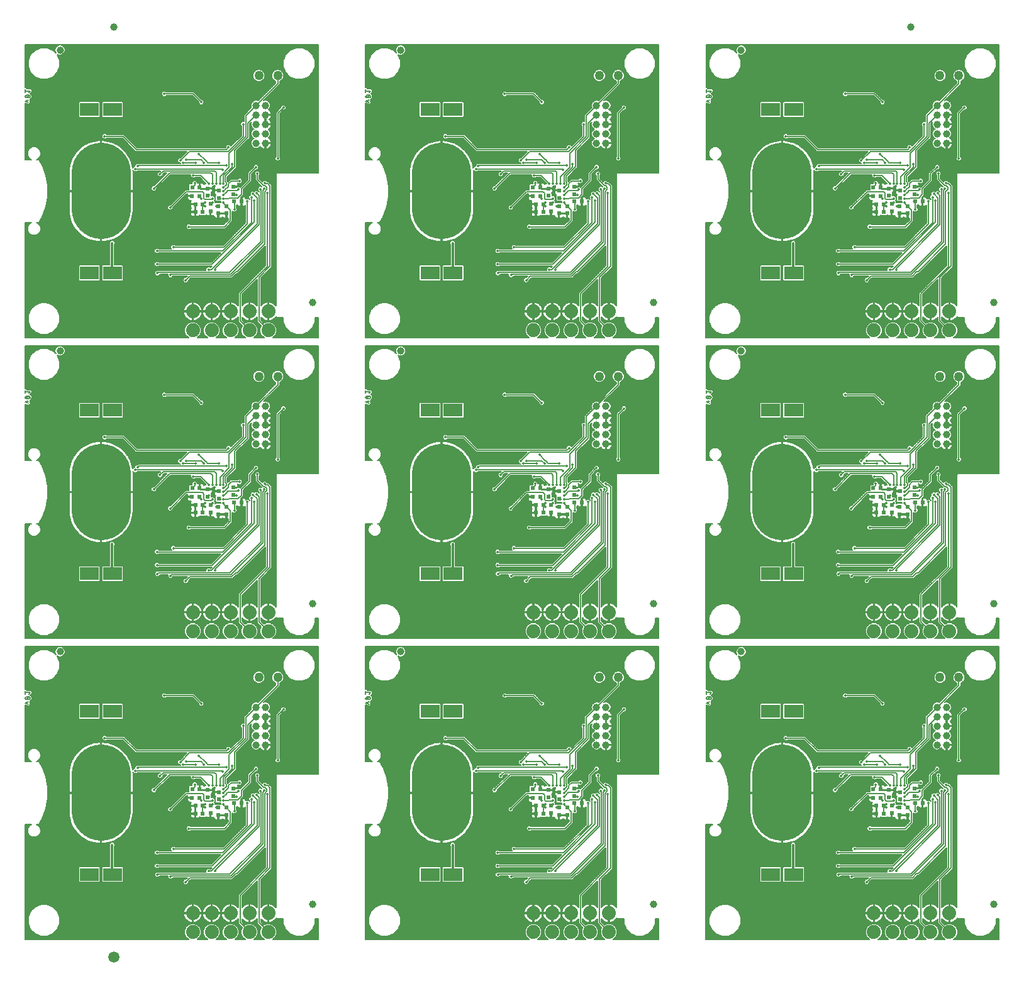
<source format=gbl>
G75*
%MOIN*%
%OFA0B0*%
%FSLAX25Y25*%
%IPPOS*%
%LPD*%
%AMOC8*
5,1,8,0,0,1.08239X$1,22.5*
%
%ADD10C,0.00600*%
%ADD11R,0.02362X0.02362*%
%ADD12C,0.03937*%
%ADD13R,0.10000X0.07000*%
%ADD14C,0.31496*%
%ADD15C,0.07400*%
%ADD16C,0.05000*%
%ADD17C,0.05906*%
%ADD18C,0.01387*%
%ADD19C,0.00500*%
%ADD20C,0.01000*%
%ADD21C,0.03000*%
%ADD22C,0.01200*%
D10*
X0137545Y0088343D02*
X0156443Y0088343D01*
X0159693Y0091592D01*
X0159693Y0097298D01*
X0157624Y0099366D01*
X0153587Y0107640D02*
X0150890Y0107640D01*
X0150750Y0107500D01*
X0149541Y0108709D01*
X0147712Y0108709D01*
X0173234Y0152673D02*
X0184750Y0164189D01*
X0184750Y0168500D01*
X0231385Y0161074D02*
X0231385Y0159630D01*
X0231385Y0160352D02*
X0233985Y0160352D01*
X0233408Y0159630D01*
X0232685Y0156749D02*
X0232597Y0156751D01*
X0232508Y0156756D01*
X0232421Y0156765D01*
X0232333Y0156778D01*
X0232246Y0156794D01*
X0232160Y0156814D01*
X0232075Y0156838D01*
X0231991Y0156865D01*
X0231908Y0156895D01*
X0231826Y0156929D01*
X0231746Y0156966D01*
X0231963Y0156894D02*
X0233408Y0158050D01*
X0233624Y0157977D02*
X0233665Y0157961D01*
X0233705Y0157942D01*
X0233743Y0157919D01*
X0233779Y0157894D01*
X0233813Y0157865D01*
X0233844Y0157834D01*
X0233872Y0157800D01*
X0233898Y0157764D01*
X0233921Y0157726D01*
X0233940Y0157687D01*
X0233956Y0157645D01*
X0233969Y0157603D01*
X0233978Y0157560D01*
X0233983Y0157516D01*
X0233985Y0157472D01*
X0233983Y0157428D01*
X0233978Y0157384D01*
X0233969Y0157341D01*
X0233956Y0157299D01*
X0233940Y0157257D01*
X0233921Y0157218D01*
X0233898Y0157180D01*
X0233872Y0157144D01*
X0233844Y0157110D01*
X0233813Y0157079D01*
X0233779Y0157051D01*
X0233743Y0157025D01*
X0233705Y0157002D01*
X0233665Y0156983D01*
X0233624Y0156967D01*
X0233624Y0157978D02*
X0233544Y0158015D01*
X0233462Y0158049D01*
X0233379Y0158079D01*
X0233295Y0158106D01*
X0233210Y0158130D01*
X0233124Y0158150D01*
X0233037Y0158166D01*
X0232949Y0158179D01*
X0232862Y0158188D01*
X0232773Y0158193D01*
X0232685Y0158195D01*
X0232685Y0156749D02*
X0232773Y0156751D01*
X0232862Y0156756D01*
X0232949Y0156765D01*
X0233037Y0156778D01*
X0233124Y0156794D01*
X0233210Y0156814D01*
X0233295Y0156838D01*
X0233379Y0156865D01*
X0233462Y0156895D01*
X0233544Y0156929D01*
X0233624Y0156966D01*
X0232685Y0158194D02*
X0232597Y0158192D01*
X0232508Y0158187D01*
X0232421Y0158178D01*
X0232333Y0158165D01*
X0232246Y0158149D01*
X0232160Y0158129D01*
X0232075Y0158105D01*
X0231991Y0158078D01*
X0231908Y0158048D01*
X0231826Y0158014D01*
X0231746Y0157977D01*
X0231747Y0157977D02*
X0231706Y0157961D01*
X0231666Y0157942D01*
X0231628Y0157919D01*
X0231592Y0157894D01*
X0231558Y0157865D01*
X0231527Y0157834D01*
X0231499Y0157800D01*
X0231473Y0157764D01*
X0231450Y0157726D01*
X0231431Y0157687D01*
X0231415Y0157645D01*
X0231402Y0157603D01*
X0231393Y0157560D01*
X0231388Y0157516D01*
X0231386Y0157472D01*
X0231388Y0157428D01*
X0231393Y0157384D01*
X0231402Y0157341D01*
X0231415Y0157299D01*
X0231431Y0157257D01*
X0231450Y0157218D01*
X0231473Y0157180D01*
X0231499Y0157144D01*
X0231527Y0157110D01*
X0231558Y0157079D01*
X0231592Y0157051D01*
X0231628Y0157025D01*
X0231666Y0157002D01*
X0231706Y0156983D01*
X0231747Y0156967D01*
X0233119Y0155458D02*
X0231385Y0154880D01*
X0233119Y0154302D01*
X0318026Y0088343D02*
X0336923Y0088343D01*
X0340173Y0091592D01*
X0340173Y0097298D01*
X0338104Y0099366D01*
X0334067Y0107640D02*
X0331370Y0107640D01*
X0331230Y0107500D01*
X0330022Y0108709D01*
X0328193Y0108709D01*
X0353715Y0152673D02*
X0365230Y0164189D01*
X0365230Y0168500D01*
X0411866Y0161074D02*
X0411866Y0159630D01*
X0411866Y0160352D02*
X0414466Y0160352D01*
X0413888Y0159630D01*
X0413166Y0156749D02*
X0413078Y0156751D01*
X0412989Y0156756D01*
X0412902Y0156765D01*
X0412814Y0156778D01*
X0412727Y0156794D01*
X0412641Y0156814D01*
X0412556Y0156838D01*
X0412472Y0156865D01*
X0412389Y0156895D01*
X0412307Y0156929D01*
X0412227Y0156966D01*
X0412443Y0156894D02*
X0413888Y0158050D01*
X0414104Y0157977D02*
X0414145Y0157961D01*
X0414185Y0157942D01*
X0414223Y0157919D01*
X0414259Y0157894D01*
X0414293Y0157865D01*
X0414324Y0157834D01*
X0414352Y0157800D01*
X0414378Y0157764D01*
X0414401Y0157726D01*
X0414420Y0157687D01*
X0414436Y0157645D01*
X0414449Y0157603D01*
X0414458Y0157560D01*
X0414463Y0157516D01*
X0414465Y0157472D01*
X0414463Y0157428D01*
X0414458Y0157384D01*
X0414449Y0157341D01*
X0414436Y0157299D01*
X0414420Y0157257D01*
X0414401Y0157218D01*
X0414378Y0157180D01*
X0414352Y0157144D01*
X0414324Y0157110D01*
X0414293Y0157079D01*
X0414259Y0157051D01*
X0414223Y0157025D01*
X0414185Y0157002D01*
X0414145Y0156983D01*
X0414104Y0156967D01*
X0414105Y0157978D02*
X0414025Y0158015D01*
X0413943Y0158049D01*
X0413860Y0158079D01*
X0413776Y0158106D01*
X0413691Y0158130D01*
X0413605Y0158150D01*
X0413518Y0158166D01*
X0413430Y0158179D01*
X0413343Y0158188D01*
X0413254Y0158193D01*
X0413166Y0158195D01*
X0413166Y0156749D02*
X0413254Y0156751D01*
X0413343Y0156756D01*
X0413430Y0156765D01*
X0413518Y0156778D01*
X0413605Y0156794D01*
X0413691Y0156814D01*
X0413776Y0156838D01*
X0413860Y0156865D01*
X0413943Y0156895D01*
X0414025Y0156929D01*
X0414105Y0156966D01*
X0413166Y0158194D02*
X0413078Y0158192D01*
X0412989Y0158187D01*
X0412902Y0158178D01*
X0412814Y0158165D01*
X0412727Y0158149D01*
X0412641Y0158129D01*
X0412556Y0158105D01*
X0412472Y0158078D01*
X0412389Y0158048D01*
X0412307Y0158014D01*
X0412227Y0157977D01*
X0412186Y0157961D01*
X0412146Y0157942D01*
X0412108Y0157919D01*
X0412072Y0157894D01*
X0412038Y0157865D01*
X0412007Y0157834D01*
X0411979Y0157800D01*
X0411953Y0157764D01*
X0411930Y0157726D01*
X0411911Y0157687D01*
X0411895Y0157645D01*
X0411882Y0157603D01*
X0411873Y0157560D01*
X0411868Y0157516D01*
X0411866Y0157472D01*
X0411868Y0157428D01*
X0411873Y0157384D01*
X0411882Y0157341D01*
X0411895Y0157299D01*
X0411911Y0157257D01*
X0411930Y0157218D01*
X0411953Y0157180D01*
X0411979Y0157144D01*
X0412007Y0157110D01*
X0412038Y0157079D01*
X0412072Y0157051D01*
X0412108Y0157025D01*
X0412146Y0157002D01*
X0412186Y0156983D01*
X0412227Y0156967D01*
X0413599Y0155458D02*
X0411866Y0154880D01*
X0413599Y0154302D01*
X0498506Y0088343D02*
X0517404Y0088343D01*
X0520653Y0091592D01*
X0520653Y0097298D01*
X0518585Y0099366D01*
X0514548Y0107640D02*
X0511851Y0107640D01*
X0511711Y0107500D01*
X0510502Y0108709D01*
X0508673Y0108709D01*
X0534195Y0152673D02*
X0545711Y0164189D01*
X0545711Y0168500D01*
X0517404Y0247823D02*
X0498506Y0247823D01*
X0517404Y0247823D02*
X0520653Y0251072D01*
X0520653Y0256778D01*
X0518585Y0258846D01*
X0514548Y0267120D02*
X0511851Y0267120D01*
X0511711Y0266980D01*
X0510502Y0268189D01*
X0508673Y0268189D01*
X0534195Y0312154D02*
X0545711Y0323669D01*
X0545711Y0327980D01*
X0517404Y0407303D02*
X0498506Y0407303D01*
X0517404Y0407303D02*
X0520653Y0410553D01*
X0520653Y0416258D01*
X0518585Y0418327D01*
X0514548Y0426601D02*
X0511851Y0426601D01*
X0511711Y0426461D01*
X0510502Y0427669D01*
X0508673Y0427669D01*
X0534195Y0471634D02*
X0545711Y0483150D01*
X0545711Y0487461D01*
X0414466Y0479312D02*
X0411866Y0479312D01*
X0411866Y0478590D02*
X0411866Y0480035D01*
X0413888Y0478590D02*
X0414466Y0479312D01*
X0413166Y0475710D02*
X0413078Y0475712D01*
X0412989Y0475717D01*
X0412902Y0475726D01*
X0412814Y0475739D01*
X0412727Y0475755D01*
X0412641Y0475775D01*
X0412556Y0475799D01*
X0412472Y0475826D01*
X0412389Y0475856D01*
X0412307Y0475890D01*
X0412227Y0475927D01*
X0412443Y0475855D02*
X0413888Y0477010D01*
X0414104Y0476937D02*
X0414145Y0476921D01*
X0414185Y0476902D01*
X0414223Y0476879D01*
X0414259Y0476854D01*
X0414293Y0476825D01*
X0414324Y0476794D01*
X0414352Y0476760D01*
X0414378Y0476724D01*
X0414401Y0476686D01*
X0414420Y0476647D01*
X0414436Y0476605D01*
X0414449Y0476563D01*
X0414458Y0476520D01*
X0414463Y0476476D01*
X0414465Y0476432D01*
X0414463Y0476388D01*
X0414458Y0476344D01*
X0414449Y0476301D01*
X0414436Y0476259D01*
X0414420Y0476217D01*
X0414401Y0476178D01*
X0414378Y0476140D01*
X0414352Y0476104D01*
X0414324Y0476070D01*
X0414293Y0476039D01*
X0414259Y0476011D01*
X0414223Y0475985D01*
X0414185Y0475962D01*
X0414145Y0475943D01*
X0414104Y0475927D01*
X0414105Y0476938D02*
X0414025Y0476975D01*
X0413943Y0477009D01*
X0413860Y0477039D01*
X0413776Y0477066D01*
X0413691Y0477090D01*
X0413605Y0477110D01*
X0413518Y0477126D01*
X0413430Y0477139D01*
X0413343Y0477148D01*
X0413254Y0477153D01*
X0413166Y0477155D01*
X0413166Y0475710D02*
X0413254Y0475712D01*
X0413343Y0475717D01*
X0413430Y0475726D01*
X0413518Y0475739D01*
X0413605Y0475755D01*
X0413691Y0475775D01*
X0413776Y0475799D01*
X0413860Y0475826D01*
X0413943Y0475856D01*
X0414025Y0475890D01*
X0414105Y0475927D01*
X0413166Y0477155D02*
X0413078Y0477153D01*
X0412989Y0477148D01*
X0412902Y0477139D01*
X0412814Y0477126D01*
X0412727Y0477110D01*
X0412641Y0477090D01*
X0412556Y0477066D01*
X0412472Y0477039D01*
X0412389Y0477009D01*
X0412307Y0476975D01*
X0412227Y0476938D01*
X0412227Y0476937D02*
X0412186Y0476921D01*
X0412146Y0476902D01*
X0412108Y0476879D01*
X0412072Y0476854D01*
X0412038Y0476825D01*
X0412007Y0476794D01*
X0411979Y0476760D01*
X0411953Y0476724D01*
X0411930Y0476686D01*
X0411911Y0476647D01*
X0411895Y0476605D01*
X0411882Y0476563D01*
X0411873Y0476520D01*
X0411868Y0476476D01*
X0411866Y0476432D01*
X0411868Y0476388D01*
X0411873Y0476344D01*
X0411882Y0476301D01*
X0411895Y0476259D01*
X0411911Y0476217D01*
X0411930Y0476178D01*
X0411953Y0476140D01*
X0411979Y0476104D01*
X0412007Y0476070D01*
X0412038Y0476039D01*
X0412072Y0476011D01*
X0412108Y0475985D01*
X0412146Y0475962D01*
X0412186Y0475943D01*
X0412227Y0475927D01*
X0413599Y0474418D02*
X0411866Y0473840D01*
X0413599Y0473263D01*
X0365230Y0483150D02*
X0365230Y0487461D01*
X0365230Y0483150D02*
X0353715Y0471634D01*
X0330022Y0427669D02*
X0328193Y0427669D01*
X0330022Y0427669D02*
X0331230Y0426461D01*
X0331370Y0426601D01*
X0334067Y0426601D01*
X0338104Y0418327D02*
X0340173Y0416258D01*
X0340173Y0410553D01*
X0336923Y0407303D01*
X0318026Y0407303D01*
X0233119Y0473263D02*
X0231385Y0473840D01*
X0233119Y0474418D01*
X0232685Y0477155D02*
X0232597Y0477153D01*
X0232508Y0477148D01*
X0232421Y0477139D01*
X0232333Y0477126D01*
X0232246Y0477110D01*
X0232160Y0477090D01*
X0232075Y0477066D01*
X0231991Y0477039D01*
X0231908Y0477009D01*
X0231826Y0476975D01*
X0231746Y0476938D01*
X0231747Y0476937D02*
X0231706Y0476921D01*
X0231666Y0476902D01*
X0231628Y0476879D01*
X0231592Y0476854D01*
X0231558Y0476825D01*
X0231527Y0476794D01*
X0231499Y0476760D01*
X0231473Y0476724D01*
X0231450Y0476686D01*
X0231431Y0476647D01*
X0231415Y0476605D01*
X0231402Y0476563D01*
X0231393Y0476520D01*
X0231388Y0476476D01*
X0231386Y0476432D01*
X0231388Y0476388D01*
X0231393Y0476344D01*
X0231402Y0476301D01*
X0231415Y0476259D01*
X0231431Y0476217D01*
X0231450Y0476178D01*
X0231473Y0476140D01*
X0231499Y0476104D01*
X0231527Y0476070D01*
X0231558Y0476039D01*
X0231592Y0476011D01*
X0231628Y0475985D01*
X0231666Y0475962D01*
X0231706Y0475943D01*
X0231747Y0475927D01*
X0231963Y0475855D02*
X0233408Y0477010D01*
X0233624Y0476937D02*
X0233665Y0476921D01*
X0233705Y0476902D01*
X0233743Y0476879D01*
X0233779Y0476854D01*
X0233813Y0476825D01*
X0233844Y0476794D01*
X0233872Y0476760D01*
X0233898Y0476724D01*
X0233921Y0476686D01*
X0233940Y0476647D01*
X0233956Y0476605D01*
X0233969Y0476563D01*
X0233978Y0476520D01*
X0233983Y0476476D01*
X0233985Y0476432D01*
X0233983Y0476388D01*
X0233978Y0476344D01*
X0233969Y0476301D01*
X0233956Y0476259D01*
X0233940Y0476217D01*
X0233921Y0476178D01*
X0233898Y0476140D01*
X0233872Y0476104D01*
X0233844Y0476070D01*
X0233813Y0476039D01*
X0233779Y0476011D01*
X0233743Y0475985D01*
X0233705Y0475962D01*
X0233665Y0475943D01*
X0233624Y0475927D01*
X0233624Y0476938D02*
X0233544Y0476975D01*
X0233462Y0477009D01*
X0233379Y0477039D01*
X0233295Y0477066D01*
X0233210Y0477090D01*
X0233124Y0477110D01*
X0233037Y0477126D01*
X0232949Y0477139D01*
X0232862Y0477148D01*
X0232773Y0477153D01*
X0232685Y0477155D01*
X0232685Y0475710D02*
X0232773Y0475712D01*
X0232862Y0475717D01*
X0232949Y0475726D01*
X0233037Y0475739D01*
X0233124Y0475755D01*
X0233210Y0475775D01*
X0233295Y0475799D01*
X0233379Y0475826D01*
X0233462Y0475856D01*
X0233544Y0475890D01*
X0233624Y0475927D01*
X0232685Y0475710D02*
X0232597Y0475712D01*
X0232508Y0475717D01*
X0232421Y0475726D01*
X0232333Y0475739D01*
X0232246Y0475755D01*
X0232160Y0475775D01*
X0232075Y0475799D01*
X0231991Y0475826D01*
X0231908Y0475856D01*
X0231826Y0475890D01*
X0231746Y0475927D01*
X0231385Y0478590D02*
X0231385Y0480035D01*
X0231385Y0479312D02*
X0233985Y0479312D01*
X0233408Y0478590D01*
X0184750Y0483150D02*
X0184750Y0487461D01*
X0184750Y0483150D02*
X0173234Y0471634D01*
X0149541Y0427669D02*
X0147712Y0427669D01*
X0149541Y0427669D02*
X0150750Y0426461D01*
X0150890Y0426601D01*
X0153587Y0426601D01*
X0157624Y0418327D02*
X0159693Y0416258D01*
X0159693Y0410553D01*
X0156443Y0407303D01*
X0137545Y0407303D01*
X0052638Y0473263D02*
X0050905Y0473840D01*
X0052638Y0474418D01*
X0052205Y0477155D02*
X0052117Y0477153D01*
X0052028Y0477148D01*
X0051941Y0477139D01*
X0051853Y0477126D01*
X0051766Y0477110D01*
X0051680Y0477090D01*
X0051595Y0477066D01*
X0051511Y0477039D01*
X0051428Y0477009D01*
X0051346Y0476975D01*
X0051266Y0476938D01*
X0051267Y0476937D02*
X0051226Y0476921D01*
X0051186Y0476902D01*
X0051148Y0476879D01*
X0051112Y0476854D01*
X0051078Y0476825D01*
X0051047Y0476794D01*
X0051019Y0476760D01*
X0050993Y0476724D01*
X0050970Y0476686D01*
X0050951Y0476647D01*
X0050935Y0476605D01*
X0050922Y0476563D01*
X0050913Y0476520D01*
X0050908Y0476476D01*
X0050906Y0476432D01*
X0050908Y0476388D01*
X0050913Y0476344D01*
X0050922Y0476301D01*
X0050935Y0476259D01*
X0050951Y0476217D01*
X0050970Y0476178D01*
X0050993Y0476140D01*
X0051019Y0476104D01*
X0051047Y0476070D01*
X0051078Y0476039D01*
X0051112Y0476011D01*
X0051148Y0475985D01*
X0051186Y0475962D01*
X0051226Y0475943D01*
X0051267Y0475927D01*
X0051483Y0475855D02*
X0052927Y0477010D01*
X0053505Y0476432D02*
X0053503Y0476388D01*
X0053498Y0476344D01*
X0053489Y0476301D01*
X0053476Y0476259D01*
X0053460Y0476217D01*
X0053441Y0476178D01*
X0053418Y0476140D01*
X0053392Y0476104D01*
X0053364Y0476070D01*
X0053333Y0476039D01*
X0053299Y0476011D01*
X0053263Y0475985D01*
X0053225Y0475962D01*
X0053185Y0475943D01*
X0053144Y0475927D01*
X0053505Y0476432D02*
X0053503Y0476476D01*
X0053498Y0476520D01*
X0053489Y0476563D01*
X0053476Y0476605D01*
X0053460Y0476647D01*
X0053441Y0476686D01*
X0053418Y0476724D01*
X0053392Y0476760D01*
X0053364Y0476794D01*
X0053333Y0476825D01*
X0053299Y0476854D01*
X0053263Y0476879D01*
X0053225Y0476902D01*
X0053185Y0476921D01*
X0053144Y0476937D01*
X0053144Y0475927D02*
X0053064Y0475890D01*
X0052982Y0475856D01*
X0052899Y0475826D01*
X0052815Y0475799D01*
X0052730Y0475775D01*
X0052644Y0475755D01*
X0052557Y0475739D01*
X0052469Y0475726D01*
X0052382Y0475717D01*
X0052293Y0475712D01*
X0052205Y0475710D01*
X0052205Y0477155D02*
X0052293Y0477153D01*
X0052382Y0477148D01*
X0052469Y0477139D01*
X0052557Y0477126D01*
X0052644Y0477110D01*
X0052730Y0477090D01*
X0052815Y0477066D01*
X0052899Y0477039D01*
X0052982Y0477009D01*
X0053064Y0476975D01*
X0053144Y0476938D01*
X0052205Y0475710D02*
X0052117Y0475712D01*
X0052028Y0475717D01*
X0051941Y0475726D01*
X0051853Y0475739D01*
X0051766Y0475755D01*
X0051680Y0475775D01*
X0051595Y0475799D01*
X0051511Y0475826D01*
X0051428Y0475856D01*
X0051346Y0475890D01*
X0051266Y0475927D01*
X0050905Y0478590D02*
X0050905Y0480035D01*
X0050905Y0479312D02*
X0053505Y0479312D01*
X0052927Y0478590D01*
X0184750Y0327980D02*
X0184750Y0323669D01*
X0173234Y0312154D01*
X0153587Y0267120D02*
X0150890Y0267120D01*
X0150750Y0266980D01*
X0149541Y0268189D01*
X0147712Y0268189D01*
X0157624Y0258846D02*
X0159693Y0256778D01*
X0159693Y0251072D01*
X0156443Y0247823D01*
X0137545Y0247823D01*
X0052638Y0313782D02*
X0050905Y0314360D01*
X0052638Y0314938D01*
X0052205Y0317675D02*
X0052117Y0317673D01*
X0052028Y0317668D01*
X0051941Y0317659D01*
X0051853Y0317646D01*
X0051766Y0317630D01*
X0051680Y0317610D01*
X0051595Y0317586D01*
X0051511Y0317559D01*
X0051428Y0317529D01*
X0051346Y0317495D01*
X0051266Y0317458D01*
X0051267Y0317457D02*
X0051226Y0317441D01*
X0051186Y0317422D01*
X0051148Y0317399D01*
X0051112Y0317374D01*
X0051078Y0317345D01*
X0051047Y0317314D01*
X0051019Y0317280D01*
X0050993Y0317244D01*
X0050970Y0317206D01*
X0050951Y0317167D01*
X0050935Y0317125D01*
X0050922Y0317083D01*
X0050913Y0317040D01*
X0050908Y0316996D01*
X0050906Y0316952D01*
X0050908Y0316908D01*
X0050913Y0316864D01*
X0050922Y0316821D01*
X0050935Y0316779D01*
X0050951Y0316737D01*
X0050970Y0316698D01*
X0050993Y0316660D01*
X0051019Y0316624D01*
X0051047Y0316590D01*
X0051078Y0316559D01*
X0051112Y0316531D01*
X0051148Y0316505D01*
X0051186Y0316482D01*
X0051226Y0316463D01*
X0051267Y0316447D01*
X0051483Y0316374D02*
X0052927Y0317530D01*
X0053505Y0316952D02*
X0053503Y0316908D01*
X0053498Y0316864D01*
X0053489Y0316821D01*
X0053476Y0316779D01*
X0053460Y0316737D01*
X0053441Y0316698D01*
X0053418Y0316660D01*
X0053392Y0316624D01*
X0053364Y0316590D01*
X0053333Y0316559D01*
X0053299Y0316531D01*
X0053263Y0316505D01*
X0053225Y0316482D01*
X0053185Y0316463D01*
X0053144Y0316447D01*
X0053505Y0316952D02*
X0053503Y0316996D01*
X0053498Y0317040D01*
X0053489Y0317083D01*
X0053476Y0317125D01*
X0053460Y0317167D01*
X0053441Y0317206D01*
X0053418Y0317244D01*
X0053392Y0317280D01*
X0053364Y0317314D01*
X0053333Y0317345D01*
X0053299Y0317374D01*
X0053263Y0317399D01*
X0053225Y0317422D01*
X0053185Y0317441D01*
X0053144Y0317457D01*
X0053144Y0316447D02*
X0053064Y0316410D01*
X0052982Y0316376D01*
X0052899Y0316346D01*
X0052815Y0316319D01*
X0052730Y0316295D01*
X0052644Y0316275D01*
X0052557Y0316259D01*
X0052469Y0316246D01*
X0052382Y0316237D01*
X0052293Y0316232D01*
X0052205Y0316230D01*
X0052205Y0317675D02*
X0052293Y0317673D01*
X0052382Y0317668D01*
X0052469Y0317659D01*
X0052557Y0317646D01*
X0052644Y0317630D01*
X0052730Y0317610D01*
X0052815Y0317586D01*
X0052899Y0317559D01*
X0052982Y0317529D01*
X0053064Y0317495D01*
X0053144Y0317458D01*
X0052205Y0316230D02*
X0052117Y0316232D01*
X0052028Y0316237D01*
X0051941Y0316246D01*
X0051853Y0316259D01*
X0051766Y0316275D01*
X0051680Y0316295D01*
X0051595Y0316319D01*
X0051511Y0316346D01*
X0051428Y0316376D01*
X0051346Y0316410D01*
X0051266Y0316447D01*
X0050905Y0319110D02*
X0050905Y0320554D01*
X0050905Y0319832D02*
X0053505Y0319832D01*
X0052927Y0319110D01*
X0231385Y0319110D02*
X0231385Y0320554D01*
X0231385Y0319832D02*
X0233985Y0319832D01*
X0233408Y0319110D01*
X0232685Y0316230D02*
X0232597Y0316232D01*
X0232508Y0316237D01*
X0232421Y0316246D01*
X0232333Y0316259D01*
X0232246Y0316275D01*
X0232160Y0316295D01*
X0232075Y0316319D01*
X0231991Y0316346D01*
X0231908Y0316376D01*
X0231826Y0316410D01*
X0231746Y0316447D01*
X0231963Y0316374D02*
X0233408Y0317530D01*
X0233624Y0317457D02*
X0233665Y0317441D01*
X0233705Y0317422D01*
X0233743Y0317399D01*
X0233779Y0317374D01*
X0233813Y0317345D01*
X0233844Y0317314D01*
X0233872Y0317280D01*
X0233898Y0317244D01*
X0233921Y0317206D01*
X0233940Y0317167D01*
X0233956Y0317125D01*
X0233969Y0317083D01*
X0233978Y0317040D01*
X0233983Y0316996D01*
X0233985Y0316952D01*
X0233983Y0316908D01*
X0233978Y0316864D01*
X0233969Y0316821D01*
X0233956Y0316779D01*
X0233940Y0316737D01*
X0233921Y0316698D01*
X0233898Y0316660D01*
X0233872Y0316624D01*
X0233844Y0316590D01*
X0233813Y0316559D01*
X0233779Y0316531D01*
X0233743Y0316505D01*
X0233705Y0316482D01*
X0233665Y0316463D01*
X0233624Y0316447D01*
X0233624Y0317458D02*
X0233544Y0317495D01*
X0233462Y0317529D01*
X0233379Y0317559D01*
X0233295Y0317586D01*
X0233210Y0317610D01*
X0233124Y0317630D01*
X0233037Y0317646D01*
X0232949Y0317659D01*
X0232862Y0317668D01*
X0232773Y0317673D01*
X0232685Y0317675D01*
X0232685Y0316230D02*
X0232773Y0316232D01*
X0232862Y0316237D01*
X0232949Y0316246D01*
X0233037Y0316259D01*
X0233124Y0316275D01*
X0233210Y0316295D01*
X0233295Y0316319D01*
X0233379Y0316346D01*
X0233462Y0316376D01*
X0233544Y0316410D01*
X0233624Y0316447D01*
X0232685Y0317675D02*
X0232597Y0317673D01*
X0232508Y0317668D01*
X0232421Y0317659D01*
X0232333Y0317646D01*
X0232246Y0317630D01*
X0232160Y0317610D01*
X0232075Y0317586D01*
X0231991Y0317559D01*
X0231908Y0317529D01*
X0231826Y0317495D01*
X0231746Y0317458D01*
X0231747Y0317457D02*
X0231706Y0317441D01*
X0231666Y0317422D01*
X0231628Y0317399D01*
X0231592Y0317374D01*
X0231558Y0317345D01*
X0231527Y0317314D01*
X0231499Y0317280D01*
X0231473Y0317244D01*
X0231450Y0317206D01*
X0231431Y0317167D01*
X0231415Y0317125D01*
X0231402Y0317083D01*
X0231393Y0317040D01*
X0231388Y0316996D01*
X0231386Y0316952D01*
X0231388Y0316908D01*
X0231393Y0316864D01*
X0231402Y0316821D01*
X0231415Y0316779D01*
X0231431Y0316737D01*
X0231450Y0316698D01*
X0231473Y0316660D01*
X0231499Y0316624D01*
X0231527Y0316590D01*
X0231558Y0316559D01*
X0231592Y0316531D01*
X0231628Y0316505D01*
X0231666Y0316482D01*
X0231706Y0316463D01*
X0231747Y0316447D01*
X0233119Y0314938D02*
X0231385Y0314360D01*
X0233119Y0313782D01*
X0318026Y0247823D02*
X0336923Y0247823D01*
X0340173Y0251072D01*
X0340173Y0256778D01*
X0338104Y0258846D01*
X0334067Y0267120D02*
X0331370Y0267120D01*
X0331230Y0266980D01*
X0330022Y0268189D01*
X0328193Y0268189D01*
X0353715Y0312154D02*
X0365230Y0323669D01*
X0365230Y0327980D01*
X0411866Y0320554D02*
X0411866Y0319110D01*
X0411866Y0319832D02*
X0414466Y0319832D01*
X0413888Y0319110D01*
X0413166Y0316230D02*
X0413078Y0316232D01*
X0412989Y0316237D01*
X0412902Y0316246D01*
X0412814Y0316259D01*
X0412727Y0316275D01*
X0412641Y0316295D01*
X0412556Y0316319D01*
X0412472Y0316346D01*
X0412389Y0316376D01*
X0412307Y0316410D01*
X0412227Y0316447D01*
X0412443Y0316374D02*
X0413888Y0317530D01*
X0414104Y0317457D02*
X0414145Y0317441D01*
X0414185Y0317422D01*
X0414223Y0317399D01*
X0414259Y0317374D01*
X0414293Y0317345D01*
X0414324Y0317314D01*
X0414352Y0317280D01*
X0414378Y0317244D01*
X0414401Y0317206D01*
X0414420Y0317167D01*
X0414436Y0317125D01*
X0414449Y0317083D01*
X0414458Y0317040D01*
X0414463Y0316996D01*
X0414465Y0316952D01*
X0414463Y0316908D01*
X0414458Y0316864D01*
X0414449Y0316821D01*
X0414436Y0316779D01*
X0414420Y0316737D01*
X0414401Y0316698D01*
X0414378Y0316660D01*
X0414352Y0316624D01*
X0414324Y0316590D01*
X0414293Y0316559D01*
X0414259Y0316531D01*
X0414223Y0316505D01*
X0414185Y0316482D01*
X0414145Y0316463D01*
X0414104Y0316447D01*
X0414105Y0317458D02*
X0414025Y0317495D01*
X0413943Y0317529D01*
X0413860Y0317559D01*
X0413776Y0317586D01*
X0413691Y0317610D01*
X0413605Y0317630D01*
X0413518Y0317646D01*
X0413430Y0317659D01*
X0413343Y0317668D01*
X0413254Y0317673D01*
X0413166Y0317675D01*
X0413166Y0316230D02*
X0413254Y0316232D01*
X0413343Y0316237D01*
X0413430Y0316246D01*
X0413518Y0316259D01*
X0413605Y0316275D01*
X0413691Y0316295D01*
X0413776Y0316319D01*
X0413860Y0316346D01*
X0413943Y0316376D01*
X0414025Y0316410D01*
X0414105Y0316447D01*
X0413166Y0317675D02*
X0413078Y0317673D01*
X0412989Y0317668D01*
X0412902Y0317659D01*
X0412814Y0317646D01*
X0412727Y0317630D01*
X0412641Y0317610D01*
X0412556Y0317586D01*
X0412472Y0317559D01*
X0412389Y0317529D01*
X0412307Y0317495D01*
X0412227Y0317458D01*
X0412227Y0317457D02*
X0412186Y0317441D01*
X0412146Y0317422D01*
X0412108Y0317399D01*
X0412072Y0317374D01*
X0412038Y0317345D01*
X0412007Y0317314D01*
X0411979Y0317280D01*
X0411953Y0317244D01*
X0411930Y0317206D01*
X0411911Y0317167D01*
X0411895Y0317125D01*
X0411882Y0317083D01*
X0411873Y0317040D01*
X0411868Y0316996D01*
X0411866Y0316952D01*
X0411868Y0316908D01*
X0411873Y0316864D01*
X0411882Y0316821D01*
X0411895Y0316779D01*
X0411911Y0316737D01*
X0411930Y0316698D01*
X0411953Y0316660D01*
X0411979Y0316624D01*
X0412007Y0316590D01*
X0412038Y0316559D01*
X0412072Y0316531D01*
X0412108Y0316505D01*
X0412146Y0316482D01*
X0412186Y0316463D01*
X0412227Y0316447D01*
X0413599Y0314938D02*
X0411866Y0314360D01*
X0413599Y0313782D01*
X0053505Y0160352D02*
X0052927Y0159630D01*
X0053505Y0160352D02*
X0050905Y0160352D01*
X0050905Y0159630D02*
X0050905Y0161074D01*
X0051266Y0156966D02*
X0051346Y0156929D01*
X0051428Y0156895D01*
X0051511Y0156865D01*
X0051595Y0156838D01*
X0051680Y0156814D01*
X0051766Y0156794D01*
X0051853Y0156778D01*
X0051941Y0156765D01*
X0052028Y0156756D01*
X0052117Y0156751D01*
X0052205Y0156749D01*
X0052205Y0158195D02*
X0052293Y0158193D01*
X0052382Y0158188D01*
X0052469Y0158179D01*
X0052557Y0158166D01*
X0052644Y0158150D01*
X0052730Y0158130D01*
X0052815Y0158106D01*
X0052899Y0158079D01*
X0052982Y0158049D01*
X0053064Y0158015D01*
X0053144Y0157978D01*
X0052927Y0158050D02*
X0051483Y0156894D01*
X0050906Y0157472D02*
X0050908Y0157516D01*
X0050913Y0157560D01*
X0050922Y0157603D01*
X0050935Y0157645D01*
X0050951Y0157687D01*
X0050970Y0157726D01*
X0050993Y0157764D01*
X0051019Y0157800D01*
X0051047Y0157834D01*
X0051078Y0157865D01*
X0051112Y0157894D01*
X0051148Y0157919D01*
X0051186Y0157942D01*
X0051226Y0157961D01*
X0051267Y0157977D01*
X0050906Y0157472D02*
X0050908Y0157428D01*
X0050913Y0157384D01*
X0050922Y0157341D01*
X0050935Y0157299D01*
X0050951Y0157257D01*
X0050970Y0157218D01*
X0050993Y0157180D01*
X0051019Y0157144D01*
X0051047Y0157110D01*
X0051078Y0157079D01*
X0051112Y0157051D01*
X0051148Y0157025D01*
X0051186Y0157002D01*
X0051226Y0156983D01*
X0051267Y0156967D01*
X0051266Y0157977D02*
X0051346Y0158014D01*
X0051428Y0158048D01*
X0051511Y0158078D01*
X0051595Y0158105D01*
X0051680Y0158129D01*
X0051766Y0158149D01*
X0051853Y0158165D01*
X0051941Y0158178D01*
X0052028Y0158187D01*
X0052117Y0158192D01*
X0052205Y0158194D01*
X0052205Y0156749D02*
X0052293Y0156751D01*
X0052382Y0156756D01*
X0052469Y0156765D01*
X0052557Y0156778D01*
X0052644Y0156794D01*
X0052730Y0156814D01*
X0052815Y0156838D01*
X0052899Y0156865D01*
X0052982Y0156895D01*
X0053064Y0156929D01*
X0053144Y0156966D01*
X0053505Y0157472D02*
X0053503Y0157516D01*
X0053498Y0157560D01*
X0053489Y0157603D01*
X0053476Y0157645D01*
X0053460Y0157687D01*
X0053441Y0157726D01*
X0053418Y0157764D01*
X0053392Y0157800D01*
X0053364Y0157834D01*
X0053333Y0157865D01*
X0053299Y0157894D01*
X0053263Y0157919D01*
X0053225Y0157942D01*
X0053185Y0157961D01*
X0053144Y0157977D01*
X0053505Y0157472D02*
X0053503Y0157428D01*
X0053498Y0157384D01*
X0053489Y0157341D01*
X0053476Y0157299D01*
X0053460Y0157257D01*
X0053441Y0157218D01*
X0053418Y0157180D01*
X0053392Y0157144D01*
X0053364Y0157110D01*
X0053333Y0157079D01*
X0053299Y0157051D01*
X0053263Y0157025D01*
X0053225Y0157002D01*
X0053185Y0156983D01*
X0053144Y0156967D01*
X0052638Y0155458D02*
X0050905Y0154880D01*
X0052638Y0154302D01*
D11*
X0139414Y0109209D03*
X0143351Y0109209D03*
X0147712Y0108709D03*
X0147712Y0104772D03*
X0143344Y0104681D03*
X0139407Y0104681D03*
X0141089Y0100350D03*
X0145026Y0100350D03*
X0145026Y0096217D03*
X0141089Y0096217D03*
X0149159Y0096510D03*
X0149159Y0100447D03*
X0153293Y0099366D03*
X0153293Y0095429D03*
X0157624Y0095429D03*
X0157624Y0099366D03*
X0161561Y0101728D03*
X0165498Y0101728D03*
X0161307Y0105665D03*
X0161307Y0109602D03*
X0153587Y0107640D03*
X0153587Y0103703D03*
X0319888Y0104681D03*
X0323825Y0104681D03*
X0328193Y0104772D03*
X0328193Y0108709D03*
X0323831Y0109209D03*
X0319894Y0109209D03*
X0321569Y0100350D03*
X0325506Y0100350D03*
X0325506Y0096217D03*
X0321569Y0096217D03*
X0329640Y0096510D03*
X0329640Y0100447D03*
X0333774Y0099366D03*
X0333774Y0095429D03*
X0338104Y0095429D03*
X0338104Y0099366D03*
X0342041Y0101728D03*
X0345978Y0101728D03*
X0341787Y0105665D03*
X0341787Y0109602D03*
X0334067Y0107640D03*
X0334067Y0103703D03*
X0500368Y0104681D03*
X0504305Y0104681D03*
X0508673Y0104772D03*
X0508673Y0108709D03*
X0504311Y0109209D03*
X0500374Y0109209D03*
X0502049Y0100350D03*
X0505986Y0100350D03*
X0505986Y0096217D03*
X0502049Y0096217D03*
X0510120Y0096510D03*
X0510120Y0100447D03*
X0514254Y0099366D03*
X0514254Y0095429D03*
X0518585Y0095429D03*
X0518585Y0099366D03*
X0522522Y0101728D03*
X0526459Y0101728D03*
X0522267Y0105665D03*
X0522267Y0109602D03*
X0514548Y0107640D03*
X0514548Y0103703D03*
X0514254Y0254909D03*
X0514254Y0258846D03*
X0510120Y0259928D03*
X0510120Y0255991D03*
X0505986Y0255697D03*
X0502049Y0255697D03*
X0502049Y0259831D03*
X0505986Y0259831D03*
X0504305Y0264161D03*
X0500368Y0264161D03*
X0500374Y0268689D03*
X0504311Y0268689D03*
X0508673Y0268189D03*
X0508673Y0264252D03*
X0514548Y0263183D03*
X0514548Y0267120D03*
X0522267Y0269083D03*
X0522267Y0265146D03*
X0522522Y0261209D03*
X0526459Y0261209D03*
X0518585Y0258846D03*
X0518585Y0254909D03*
X0345978Y0261209D03*
X0342041Y0261209D03*
X0341787Y0265146D03*
X0341787Y0269083D03*
X0334067Y0267120D03*
X0334067Y0263183D03*
X0333774Y0258846D03*
X0333774Y0254909D03*
X0329640Y0255991D03*
X0329640Y0259928D03*
X0325506Y0259831D03*
X0321569Y0259831D03*
X0321569Y0255697D03*
X0325506Y0255697D03*
X0338104Y0254909D03*
X0338104Y0258846D03*
X0328193Y0264252D03*
X0328193Y0268189D03*
X0323831Y0268689D03*
X0319894Y0268689D03*
X0319888Y0264161D03*
X0323825Y0264161D03*
X0165498Y0261209D03*
X0161561Y0261209D03*
X0161307Y0265146D03*
X0161307Y0269083D03*
X0153587Y0267120D03*
X0153587Y0263183D03*
X0153293Y0258846D03*
X0153293Y0254909D03*
X0149159Y0255991D03*
X0149159Y0259928D03*
X0145026Y0259831D03*
X0141089Y0259831D03*
X0141089Y0255697D03*
X0145026Y0255697D03*
X0143344Y0264161D03*
X0139407Y0264161D03*
X0139414Y0268689D03*
X0143351Y0268689D03*
X0147712Y0268189D03*
X0147712Y0264252D03*
X0157624Y0258846D03*
X0157624Y0254909D03*
X0157624Y0414390D03*
X0157624Y0418327D03*
X0153293Y0418327D03*
X0153293Y0414390D03*
X0149159Y0415471D03*
X0149159Y0419408D03*
X0145026Y0419311D03*
X0141089Y0419311D03*
X0141089Y0415177D03*
X0145026Y0415177D03*
X0143344Y0423642D03*
X0139407Y0423642D03*
X0139414Y0428169D03*
X0143351Y0428169D03*
X0147712Y0427669D03*
X0147712Y0423732D03*
X0153587Y0422664D03*
X0153587Y0426601D03*
X0161307Y0428563D03*
X0161307Y0424626D03*
X0161561Y0420689D03*
X0165498Y0420689D03*
X0319888Y0423642D03*
X0323825Y0423642D03*
X0328193Y0423732D03*
X0328193Y0427669D03*
X0323831Y0428169D03*
X0319894Y0428169D03*
X0321569Y0419311D03*
X0325506Y0419311D03*
X0325506Y0415177D03*
X0321569Y0415177D03*
X0329640Y0415471D03*
X0329640Y0419408D03*
X0333774Y0418327D03*
X0333774Y0414390D03*
X0338104Y0414390D03*
X0338104Y0418327D03*
X0342041Y0420689D03*
X0345978Y0420689D03*
X0341787Y0424626D03*
X0341787Y0428563D03*
X0334067Y0426601D03*
X0334067Y0422664D03*
X0500368Y0423642D03*
X0504305Y0423642D03*
X0508673Y0423732D03*
X0508673Y0427669D03*
X0504311Y0428169D03*
X0500374Y0428169D03*
X0502049Y0419311D03*
X0505986Y0419311D03*
X0505986Y0415177D03*
X0502049Y0415177D03*
X0510120Y0415471D03*
X0510120Y0419408D03*
X0514254Y0418327D03*
X0514254Y0414390D03*
X0518585Y0414390D03*
X0518585Y0418327D03*
X0522522Y0420689D03*
X0526459Y0420689D03*
X0522267Y0424626D03*
X0522267Y0428563D03*
X0514548Y0426601D03*
X0514548Y0422664D03*
D12*
X0534195Y0451634D03*
X0534195Y0456634D03*
X0534195Y0461634D03*
X0534195Y0466634D03*
X0534195Y0471634D03*
X0539195Y0471634D03*
X0539195Y0466634D03*
X0539195Y0461634D03*
X0539195Y0456634D03*
X0539195Y0451634D03*
X0520191Y0513191D03*
X0430396Y0501004D03*
X0358715Y0471634D03*
X0358715Y0466634D03*
X0358715Y0461634D03*
X0358715Y0456634D03*
X0358715Y0451634D03*
X0353715Y0451634D03*
X0353715Y0456634D03*
X0353715Y0461634D03*
X0353715Y0466634D03*
X0353715Y0471634D03*
X0249915Y0501004D03*
X0178234Y0471634D03*
X0173234Y0471634D03*
X0173234Y0466634D03*
X0173234Y0461634D03*
X0173234Y0456634D03*
X0173234Y0451634D03*
X0178234Y0451634D03*
X0178234Y0456634D03*
X0178234Y0461634D03*
X0178234Y0466634D03*
X0097750Y0513191D03*
X0069435Y0501004D03*
X0203293Y0367146D03*
X0249915Y0341524D03*
X0178234Y0312154D03*
X0173234Y0312154D03*
X0173234Y0307154D03*
X0178234Y0307154D03*
X0178234Y0302154D03*
X0173234Y0302154D03*
X0173234Y0297154D03*
X0178234Y0297154D03*
X0178234Y0292154D03*
X0173234Y0292154D03*
X0069435Y0341524D03*
X0203293Y0207665D03*
X0249915Y0182043D03*
X0178234Y0152673D03*
X0173234Y0152673D03*
X0173234Y0147673D03*
X0173234Y0142673D03*
X0173234Y0137673D03*
X0173234Y0132673D03*
X0178234Y0132673D03*
X0178234Y0137673D03*
X0178234Y0142673D03*
X0178234Y0147673D03*
X0069435Y0182043D03*
X0203293Y0048185D03*
X0353715Y0132673D03*
X0358715Y0132673D03*
X0358715Y0137673D03*
X0358715Y0142673D03*
X0358715Y0147673D03*
X0358715Y0152673D03*
X0353715Y0152673D03*
X0353715Y0147673D03*
X0353715Y0142673D03*
X0353715Y0137673D03*
X0430396Y0182043D03*
X0383774Y0207665D03*
X0358715Y0292154D03*
X0358715Y0297154D03*
X0358715Y0302154D03*
X0358715Y0307154D03*
X0358715Y0312154D03*
X0353715Y0312154D03*
X0353715Y0307154D03*
X0353715Y0302154D03*
X0353715Y0297154D03*
X0353715Y0292154D03*
X0430396Y0341524D03*
X0383774Y0367146D03*
X0534195Y0312154D03*
X0539195Y0312154D03*
X0539195Y0307154D03*
X0534195Y0307154D03*
X0534195Y0302154D03*
X0539195Y0302154D03*
X0539195Y0297154D03*
X0534195Y0297154D03*
X0534195Y0292154D03*
X0539195Y0292154D03*
X0564254Y0367146D03*
X0564254Y0207665D03*
X0539195Y0152673D03*
X0539195Y0147673D03*
X0539195Y0142673D03*
X0539195Y0137673D03*
X0539195Y0132673D03*
X0534195Y0132673D03*
X0534195Y0137673D03*
X0534195Y0142673D03*
X0534195Y0147673D03*
X0534195Y0152673D03*
X0564254Y0048185D03*
X0383774Y0048185D03*
D13*
X0445947Y0063933D03*
X0458152Y0063933D03*
X0458152Y0150547D03*
X0445947Y0150547D03*
X0445947Y0223413D03*
X0458152Y0223413D03*
X0458152Y0310028D03*
X0445947Y0310028D03*
X0445947Y0382894D03*
X0458152Y0382894D03*
X0458152Y0469508D03*
X0445947Y0469508D03*
X0277671Y0469508D03*
X0265467Y0469508D03*
X0265467Y0382894D03*
X0277671Y0382894D03*
X0277671Y0310028D03*
X0265467Y0310028D03*
X0265467Y0223413D03*
X0277671Y0223413D03*
X0277671Y0150547D03*
X0265467Y0150547D03*
X0265467Y0063933D03*
X0277671Y0063933D03*
X0097191Y0063933D03*
X0084986Y0063933D03*
X0084986Y0150547D03*
X0097191Y0150547D03*
X0097191Y0223413D03*
X0084986Y0223413D03*
X0084986Y0310028D03*
X0097191Y0310028D03*
X0097191Y0382894D03*
X0084986Y0382894D03*
X0084986Y0469508D03*
X0097191Y0469508D03*
D14*
X0091089Y0436043D02*
X0091089Y0416359D01*
X0271569Y0416359D02*
X0271569Y0436043D01*
X0452049Y0436043D02*
X0452049Y0416359D01*
X0452049Y0276562D02*
X0452049Y0256878D01*
X0271569Y0256878D02*
X0271569Y0276562D01*
X0091089Y0276562D02*
X0091089Y0256878D01*
X0091089Y0117082D02*
X0091089Y0097398D01*
X0271569Y0097398D02*
X0271569Y0117082D01*
X0452049Y0117082D02*
X0452049Y0097398D01*
D15*
X0500711Y0043500D03*
X0510711Y0043500D03*
X0520711Y0043500D03*
X0530711Y0043500D03*
X0540711Y0043500D03*
X0540711Y0033500D03*
X0530711Y0033500D03*
X0520711Y0033500D03*
X0510711Y0033500D03*
X0500711Y0033500D03*
X0360230Y0033500D03*
X0350230Y0033500D03*
X0340230Y0033500D03*
X0330230Y0033500D03*
X0320230Y0033500D03*
X0320230Y0043500D03*
X0330230Y0043500D03*
X0340230Y0043500D03*
X0350230Y0043500D03*
X0360230Y0043500D03*
X0179750Y0043500D03*
X0169750Y0043500D03*
X0159750Y0043500D03*
X0159750Y0033500D03*
X0169750Y0033500D03*
X0179750Y0033500D03*
X0149750Y0033500D03*
X0139750Y0033500D03*
X0139750Y0043500D03*
X0149750Y0043500D03*
X0149750Y0192980D03*
X0139750Y0192980D03*
X0139750Y0202980D03*
X0149750Y0202980D03*
X0159750Y0202980D03*
X0169750Y0202980D03*
X0179750Y0202980D03*
X0179750Y0192980D03*
X0169750Y0192980D03*
X0159750Y0192980D03*
X0320230Y0192980D03*
X0330230Y0192980D03*
X0330230Y0202980D03*
X0320230Y0202980D03*
X0340230Y0202980D03*
X0350230Y0202980D03*
X0350230Y0192980D03*
X0340230Y0192980D03*
X0360230Y0192980D03*
X0360230Y0202980D03*
X0500711Y0202980D03*
X0510711Y0202980D03*
X0520711Y0202980D03*
X0530711Y0202980D03*
X0540711Y0202980D03*
X0540711Y0192980D03*
X0530711Y0192980D03*
X0520711Y0192980D03*
X0510711Y0192980D03*
X0500711Y0192980D03*
X0500711Y0352461D03*
X0500711Y0362461D03*
X0510711Y0362461D03*
X0510711Y0352461D03*
X0520711Y0352461D03*
X0520711Y0362461D03*
X0530711Y0362461D03*
X0530711Y0352461D03*
X0540711Y0352461D03*
X0540711Y0362461D03*
X0360230Y0362461D03*
X0360230Y0352461D03*
X0350230Y0352461D03*
X0350230Y0362461D03*
X0340230Y0362461D03*
X0340230Y0352461D03*
X0330230Y0352461D03*
X0330230Y0362461D03*
X0320230Y0362461D03*
X0320230Y0352461D03*
X0179750Y0352461D03*
X0179750Y0362461D03*
X0169750Y0362461D03*
X0159750Y0362461D03*
X0159750Y0352461D03*
X0169750Y0352461D03*
X0149750Y0352461D03*
X0149750Y0362461D03*
X0139750Y0362461D03*
X0139750Y0352461D03*
D16*
X0174750Y0327980D03*
X0184750Y0327980D03*
X0355230Y0327980D03*
X0365230Y0327980D03*
X0535711Y0327980D03*
X0545711Y0327980D03*
X0545711Y0168500D03*
X0535711Y0168500D03*
X0365230Y0168500D03*
X0355230Y0168500D03*
X0184750Y0168500D03*
X0174750Y0168500D03*
X0174750Y0487461D03*
X0184750Y0487461D03*
X0355230Y0487461D03*
X0365230Y0487461D03*
X0535711Y0487461D03*
X0545711Y0487461D03*
D17*
X0097750Y0020250D03*
D18*
X0120979Y0063800D03*
X0120750Y0068500D03*
X0127948Y0062800D03*
X0135970Y0059996D03*
X0148175Y0065687D03*
X0151519Y0065687D03*
X0129474Y0077500D03*
X0120750Y0075500D03*
X0137545Y0088343D03*
X0137747Y0099342D03*
X0144238Y0103303D03*
X0146207Y0101335D03*
X0146207Y0099366D03*
X0150144Y0101335D03*
X0150144Y0103303D03*
X0148175Y0105272D03*
X0148175Y0111177D03*
X0150144Y0111177D03*
X0152112Y0111177D03*
X0154081Y0111177D03*
X0156049Y0111177D03*
X0156049Y0109209D03*
X0156049Y0107240D03*
X0156049Y0105272D03*
X0156049Y0103303D03*
X0154081Y0103303D03*
X0156049Y0101335D03*
X0152112Y0099366D03*
X0149047Y0092642D03*
X0161750Y0097500D03*
X0164750Y0097500D03*
X0168706Y0101900D03*
X0170837Y0104000D03*
X0171550Y0105800D03*
X0173492Y0106087D03*
X0175533Y0108300D03*
X0177421Y0108656D03*
X0179225Y0106377D03*
X0177948Y0111543D03*
X0173938Y0116558D03*
X0173234Y0119984D03*
X0184750Y0124500D03*
X0162750Y0118100D03*
X0160476Y0121676D03*
X0157582Y0120868D03*
X0155524Y0118524D03*
X0153556Y0122311D03*
X0145682Y0122311D03*
X0141315Y0122311D03*
X0143006Y0126904D03*
X0136092Y0123742D03*
X0134550Y0122311D03*
X0133106Y0123537D03*
X0140069Y0115524D03*
X0140750Y0111583D03*
X0136850Y0112900D03*
X0122394Y0116275D03*
X0119172Y0108696D03*
X0127750Y0098500D03*
X0109282Y0118968D03*
X0110508Y0120411D03*
X0091089Y0107240D03*
X0093057Y0136299D03*
X0124553Y0158821D03*
X0144238Y0154484D03*
X0166417Y0142700D03*
X0158674Y0130520D03*
X0164606Y0112621D03*
X0163906Y0108159D03*
X0163022Y0105272D03*
X0172294Y0102075D03*
X0187750Y0151500D03*
X0273537Y0136299D03*
X0290988Y0120411D03*
X0289763Y0118968D03*
X0302874Y0116275D03*
X0299653Y0108696D03*
X0308230Y0098500D03*
X0318227Y0099342D03*
X0324718Y0103303D03*
X0326687Y0101335D03*
X0326687Y0099366D03*
X0330624Y0101335D03*
X0330624Y0103303D03*
X0328655Y0105272D03*
X0328655Y0111177D03*
X0330624Y0111177D03*
X0332593Y0111177D03*
X0334561Y0111177D03*
X0336530Y0111177D03*
X0336530Y0109209D03*
X0336530Y0107240D03*
X0336530Y0105272D03*
X0336530Y0103303D03*
X0336530Y0101335D03*
X0334561Y0103303D03*
X0332593Y0099366D03*
X0329527Y0092642D03*
X0318026Y0088343D03*
X0309955Y0077500D03*
X0301230Y0075500D03*
X0301230Y0068500D03*
X0301459Y0063800D03*
X0308428Y0062800D03*
X0316451Y0059996D03*
X0328655Y0065687D03*
X0332000Y0065687D03*
X0342230Y0097500D03*
X0345230Y0097500D03*
X0349187Y0101900D03*
X0351318Y0104000D03*
X0352030Y0105800D03*
X0353972Y0106087D03*
X0356014Y0108300D03*
X0357901Y0108656D03*
X0359705Y0106377D03*
X0358429Y0111543D03*
X0354418Y0116558D03*
X0353715Y0119984D03*
X0365230Y0124500D03*
X0343230Y0118100D03*
X0340956Y0121676D03*
X0338063Y0120868D03*
X0336005Y0118524D03*
X0334036Y0122311D03*
X0326162Y0122311D03*
X0321795Y0122311D03*
X0323487Y0126904D03*
X0316572Y0123742D03*
X0315030Y0122311D03*
X0313587Y0123537D03*
X0320550Y0115524D03*
X0321230Y0111583D03*
X0317330Y0112900D03*
X0339154Y0130520D03*
X0346897Y0142700D03*
X0368230Y0151500D03*
X0324718Y0154484D03*
X0305033Y0158821D03*
X0345087Y0112621D03*
X0344387Y0108159D03*
X0343502Y0105272D03*
X0352774Y0102075D03*
X0277474Y0079681D03*
X0271569Y0107240D03*
X0301459Y0223280D03*
X0301230Y0227980D03*
X0308428Y0222280D03*
X0316451Y0219476D03*
X0328655Y0225168D03*
X0332000Y0225168D03*
X0309955Y0236980D03*
X0301230Y0234980D03*
X0318026Y0247823D03*
X0318227Y0258822D03*
X0324718Y0262783D03*
X0326687Y0260815D03*
X0326687Y0258846D03*
X0330624Y0260815D03*
X0330624Y0262783D03*
X0328655Y0264752D03*
X0328655Y0270657D03*
X0330624Y0270657D03*
X0332593Y0270657D03*
X0334561Y0270657D03*
X0336530Y0270657D03*
X0336530Y0268689D03*
X0336530Y0266720D03*
X0336530Y0264752D03*
X0336530Y0262783D03*
X0336530Y0260815D03*
X0334561Y0262783D03*
X0332593Y0258846D03*
X0329527Y0252122D03*
X0342230Y0256980D03*
X0345230Y0256980D03*
X0349187Y0261380D03*
X0351318Y0263480D03*
X0352030Y0265280D03*
X0353972Y0265568D03*
X0356014Y0267780D03*
X0357901Y0268136D03*
X0359705Y0265857D03*
X0358429Y0271024D03*
X0354418Y0276038D03*
X0353715Y0279465D03*
X0365230Y0283980D03*
X0343230Y0277580D03*
X0340956Y0281156D03*
X0338063Y0280348D03*
X0336005Y0278004D03*
X0334036Y0281792D03*
X0326162Y0281792D03*
X0321795Y0281792D03*
X0323487Y0286385D03*
X0316572Y0283222D03*
X0315030Y0281792D03*
X0313587Y0283017D03*
X0320550Y0275004D03*
X0321230Y0271064D03*
X0317330Y0272380D03*
X0302874Y0275755D03*
X0299653Y0268176D03*
X0308230Y0257980D03*
X0289763Y0278448D03*
X0290988Y0279892D03*
X0271569Y0266720D03*
X0273537Y0295780D03*
X0305033Y0318302D03*
X0324718Y0313965D03*
X0346897Y0302180D03*
X0339154Y0290000D03*
X0345087Y0272101D03*
X0344387Y0267639D03*
X0343502Y0264752D03*
X0352774Y0261555D03*
X0368230Y0310980D03*
X0454018Y0295780D03*
X0471468Y0279892D03*
X0470243Y0278448D03*
X0483354Y0275755D03*
X0480133Y0268176D03*
X0488711Y0257980D03*
X0498707Y0258822D03*
X0505199Y0262783D03*
X0507167Y0260815D03*
X0507167Y0258846D03*
X0511104Y0260815D03*
X0511104Y0262783D03*
X0509136Y0264752D03*
X0509136Y0270657D03*
X0511104Y0270657D03*
X0513073Y0270657D03*
X0515041Y0270657D03*
X0517010Y0270657D03*
X0517010Y0268689D03*
X0517010Y0266720D03*
X0517010Y0264752D03*
X0517010Y0262783D03*
X0517010Y0260815D03*
X0515041Y0262783D03*
X0513073Y0258846D03*
X0510007Y0252122D03*
X0498506Y0247823D03*
X0490435Y0236980D03*
X0481711Y0234980D03*
X0481711Y0227980D03*
X0481940Y0223280D03*
X0488908Y0222280D03*
X0496931Y0219476D03*
X0509136Y0225168D03*
X0512480Y0225168D03*
X0522711Y0256980D03*
X0525711Y0256980D03*
X0529667Y0261380D03*
X0531798Y0263480D03*
X0532511Y0265280D03*
X0534452Y0265568D03*
X0536494Y0267780D03*
X0538381Y0268136D03*
X0540185Y0265857D03*
X0538909Y0271024D03*
X0534898Y0276038D03*
X0534195Y0279465D03*
X0545711Y0283980D03*
X0523711Y0277580D03*
X0521437Y0281156D03*
X0518543Y0280348D03*
X0516485Y0278004D03*
X0514517Y0281792D03*
X0506642Y0281792D03*
X0502275Y0281792D03*
X0503967Y0286385D03*
X0497052Y0283222D03*
X0495511Y0281792D03*
X0494067Y0283017D03*
X0501030Y0275004D03*
X0501711Y0271064D03*
X0497811Y0272380D03*
X0523982Y0264752D03*
X0524867Y0267639D03*
X0525567Y0272101D03*
X0533254Y0261555D03*
X0519635Y0290000D03*
X0527377Y0302180D03*
X0548711Y0310980D03*
X0505199Y0313965D03*
X0485514Y0318302D03*
X0452049Y0266720D03*
X0457955Y0239161D03*
X0485514Y0158821D03*
X0505199Y0154484D03*
X0527377Y0142700D03*
X0519635Y0130520D03*
X0521437Y0121676D03*
X0518543Y0120868D03*
X0516485Y0118524D03*
X0514517Y0122311D03*
X0506642Y0122311D03*
X0502275Y0122311D03*
X0503967Y0126904D03*
X0497052Y0123742D03*
X0495511Y0122311D03*
X0494067Y0123537D03*
X0501030Y0115524D03*
X0501711Y0111583D03*
X0497811Y0112900D03*
X0509136Y0111177D03*
X0511104Y0111177D03*
X0513073Y0111177D03*
X0515041Y0111177D03*
X0517010Y0111177D03*
X0517010Y0109209D03*
X0517010Y0107240D03*
X0517010Y0105272D03*
X0517010Y0103303D03*
X0517010Y0101335D03*
X0515041Y0103303D03*
X0511104Y0103303D03*
X0511104Y0101335D03*
X0513073Y0099366D03*
X0507167Y0099366D03*
X0507167Y0101335D03*
X0505199Y0103303D03*
X0509136Y0105272D03*
X0498707Y0099342D03*
X0510007Y0092642D03*
X0498506Y0088343D03*
X0490435Y0077500D03*
X0481711Y0075500D03*
X0481711Y0068500D03*
X0481940Y0063800D03*
X0488908Y0062800D03*
X0496931Y0059996D03*
X0509136Y0065687D03*
X0512480Y0065687D03*
X0522711Y0097500D03*
X0525711Y0097500D03*
X0529667Y0101900D03*
X0531798Y0104000D03*
X0532511Y0105800D03*
X0534452Y0106087D03*
X0536494Y0108300D03*
X0538381Y0108656D03*
X0540185Y0106377D03*
X0538909Y0111543D03*
X0534898Y0116558D03*
X0534195Y0119984D03*
X0545711Y0124500D03*
X0523711Y0118100D03*
X0525567Y0112621D03*
X0524867Y0108159D03*
X0523982Y0105272D03*
X0533254Y0102075D03*
X0488711Y0098500D03*
X0480133Y0108696D03*
X0483354Y0116275D03*
X0471468Y0120411D03*
X0470243Y0118968D03*
X0452049Y0107240D03*
X0454018Y0136299D03*
X0457955Y0079681D03*
X0548711Y0151500D03*
X0277474Y0239161D03*
X0184750Y0283980D03*
X0173234Y0279465D03*
X0173938Y0276038D03*
X0177948Y0271024D03*
X0177421Y0268136D03*
X0175533Y0267780D03*
X0173492Y0265568D03*
X0171550Y0265280D03*
X0170837Y0263480D03*
X0172294Y0261555D03*
X0168706Y0261380D03*
X0164750Y0256980D03*
X0161750Y0256980D03*
X0156049Y0260815D03*
X0156049Y0262783D03*
X0154081Y0262783D03*
X0156049Y0264752D03*
X0156049Y0266720D03*
X0156049Y0268689D03*
X0156049Y0270657D03*
X0154081Y0270657D03*
X0152112Y0270657D03*
X0150144Y0270657D03*
X0148175Y0270657D03*
X0148175Y0264752D03*
X0150144Y0262783D03*
X0150144Y0260815D03*
X0152112Y0258846D03*
X0146207Y0258846D03*
X0146207Y0260815D03*
X0144238Y0262783D03*
X0137747Y0258822D03*
X0127750Y0257980D03*
X0119172Y0268176D03*
X0122394Y0275755D03*
X0110508Y0279892D03*
X0109282Y0278448D03*
X0091089Y0266720D03*
X0093057Y0295780D03*
X0124553Y0318302D03*
X0144238Y0313965D03*
X0166417Y0302180D03*
X0158674Y0290000D03*
X0160476Y0281156D03*
X0157582Y0280348D03*
X0155524Y0278004D03*
X0153556Y0281792D03*
X0145682Y0281792D03*
X0141315Y0281792D03*
X0143006Y0286385D03*
X0136092Y0283222D03*
X0134550Y0281792D03*
X0133106Y0283017D03*
X0140069Y0275004D03*
X0140750Y0271064D03*
X0136850Y0272380D03*
X0149047Y0252122D03*
X0137545Y0247823D03*
X0129474Y0236980D03*
X0120750Y0234980D03*
X0120750Y0227980D03*
X0120979Y0223280D03*
X0127948Y0222280D03*
X0135970Y0219476D03*
X0148175Y0225168D03*
X0151519Y0225168D03*
X0163022Y0264752D03*
X0163906Y0267639D03*
X0164606Y0272101D03*
X0162750Y0277580D03*
X0179225Y0265857D03*
X0187750Y0310980D03*
X0135970Y0378957D03*
X0127948Y0381761D03*
X0120979Y0382761D03*
X0120750Y0387461D03*
X0120750Y0394461D03*
X0129474Y0396461D03*
X0137545Y0407303D03*
X0137747Y0418302D03*
X0144238Y0422264D03*
X0146207Y0420295D03*
X0146207Y0418327D03*
X0150144Y0420295D03*
X0150144Y0422264D03*
X0148175Y0424232D03*
X0148175Y0430138D03*
X0150144Y0430138D03*
X0152112Y0430138D03*
X0154081Y0430138D03*
X0156049Y0430138D03*
X0156049Y0428169D03*
X0156049Y0426201D03*
X0156049Y0424232D03*
X0156049Y0422264D03*
X0154081Y0422264D03*
X0156049Y0420295D03*
X0152112Y0418327D03*
X0149047Y0411602D03*
X0161750Y0416461D03*
X0164750Y0416461D03*
X0168706Y0420861D03*
X0170837Y0422961D03*
X0171550Y0424761D03*
X0173492Y0425048D03*
X0175533Y0427261D03*
X0177421Y0427617D03*
X0179225Y0425337D03*
X0177948Y0430504D03*
X0173938Y0435518D03*
X0173234Y0438945D03*
X0184750Y0443461D03*
X0162750Y0437061D03*
X0160476Y0440637D03*
X0157582Y0439828D03*
X0155524Y0437485D03*
X0153556Y0441272D03*
X0145682Y0441272D03*
X0141315Y0441272D03*
X0143006Y0445865D03*
X0136092Y0442702D03*
X0134550Y0441272D03*
X0133106Y0442498D03*
X0140069Y0434485D03*
X0140750Y0430544D03*
X0136850Y0431861D03*
X0122394Y0435235D03*
X0119172Y0427657D03*
X0127750Y0417461D03*
X0109282Y0437928D03*
X0110508Y0439372D03*
X0091089Y0426201D03*
X0096994Y0398642D03*
X0148175Y0384648D03*
X0151519Y0384648D03*
X0172294Y0421035D03*
X0163022Y0424232D03*
X0163906Y0427120D03*
X0164606Y0431581D03*
X0158674Y0449481D03*
X0166417Y0461661D03*
X0187750Y0470461D03*
X0144238Y0473445D03*
X0124553Y0477782D03*
X0093057Y0455260D03*
X0273537Y0455260D03*
X0290988Y0439372D03*
X0289763Y0437928D03*
X0302874Y0435235D03*
X0299653Y0427657D03*
X0308230Y0417461D03*
X0318227Y0418302D03*
X0324718Y0422264D03*
X0326687Y0420295D03*
X0326687Y0418327D03*
X0330624Y0420295D03*
X0330624Y0422264D03*
X0328655Y0424232D03*
X0328655Y0430138D03*
X0330624Y0430138D03*
X0332593Y0430138D03*
X0334561Y0430138D03*
X0336530Y0430138D03*
X0336530Y0428169D03*
X0336530Y0426201D03*
X0336530Y0424232D03*
X0336530Y0422264D03*
X0336530Y0420295D03*
X0334561Y0422264D03*
X0332593Y0418327D03*
X0329527Y0411602D03*
X0318026Y0407303D03*
X0309955Y0396461D03*
X0301230Y0394461D03*
X0301230Y0387461D03*
X0301459Y0382761D03*
X0308428Y0381761D03*
X0316451Y0378957D03*
X0328655Y0384648D03*
X0332000Y0384648D03*
X0342230Y0416461D03*
X0345230Y0416461D03*
X0349187Y0420861D03*
X0351318Y0422961D03*
X0352030Y0424761D03*
X0353972Y0425048D03*
X0356014Y0427261D03*
X0357901Y0427617D03*
X0359705Y0425337D03*
X0358429Y0430504D03*
X0354418Y0435518D03*
X0353715Y0438945D03*
X0365230Y0443461D03*
X0343230Y0437061D03*
X0340956Y0440637D03*
X0338063Y0439828D03*
X0336005Y0437485D03*
X0334036Y0441272D03*
X0326162Y0441272D03*
X0321795Y0441272D03*
X0323487Y0445865D03*
X0316572Y0442702D03*
X0315030Y0441272D03*
X0313587Y0442498D03*
X0320550Y0434485D03*
X0321230Y0430544D03*
X0317330Y0431861D03*
X0343502Y0424232D03*
X0344387Y0427120D03*
X0345087Y0431581D03*
X0352774Y0421035D03*
X0339154Y0449481D03*
X0346897Y0461661D03*
X0368230Y0470461D03*
X0324718Y0473445D03*
X0305033Y0477782D03*
X0271569Y0426201D03*
X0277474Y0398642D03*
X0452049Y0426201D03*
X0470243Y0437928D03*
X0471468Y0439372D03*
X0483354Y0435235D03*
X0480133Y0427657D03*
X0488711Y0417461D03*
X0498707Y0418302D03*
X0505199Y0422264D03*
X0507167Y0420295D03*
X0507167Y0418327D03*
X0511104Y0420295D03*
X0511104Y0422264D03*
X0509136Y0424232D03*
X0509136Y0430138D03*
X0511104Y0430138D03*
X0513073Y0430138D03*
X0515041Y0430138D03*
X0517010Y0430138D03*
X0517010Y0428169D03*
X0517010Y0426201D03*
X0517010Y0424232D03*
X0517010Y0422264D03*
X0515041Y0422264D03*
X0517010Y0420295D03*
X0513073Y0418327D03*
X0510007Y0411602D03*
X0498506Y0407303D03*
X0490435Y0396461D03*
X0481711Y0394461D03*
X0481711Y0387461D03*
X0481940Y0382761D03*
X0488908Y0381761D03*
X0496931Y0378957D03*
X0509136Y0384648D03*
X0512480Y0384648D03*
X0522711Y0416461D03*
X0525711Y0416461D03*
X0529667Y0420861D03*
X0531798Y0422961D03*
X0532511Y0424761D03*
X0534452Y0425048D03*
X0536494Y0427261D03*
X0538381Y0427617D03*
X0540185Y0425337D03*
X0538909Y0430504D03*
X0534898Y0435518D03*
X0534195Y0438945D03*
X0545711Y0443461D03*
X0523711Y0437061D03*
X0521437Y0440637D03*
X0518543Y0439828D03*
X0516485Y0437485D03*
X0514517Y0441272D03*
X0506642Y0441272D03*
X0502275Y0441272D03*
X0503967Y0445865D03*
X0497052Y0442702D03*
X0495511Y0441272D03*
X0494067Y0442498D03*
X0501030Y0434485D03*
X0501711Y0430544D03*
X0497811Y0431861D03*
X0523982Y0424232D03*
X0524867Y0427120D03*
X0525567Y0431581D03*
X0533254Y0421035D03*
X0519635Y0449481D03*
X0527377Y0461661D03*
X0548711Y0470461D03*
X0505199Y0473445D03*
X0485514Y0477782D03*
X0454018Y0455260D03*
X0457955Y0398642D03*
X0096994Y0239161D03*
X0096994Y0079681D03*
D19*
X0050750Y0090492D02*
X0050750Y0029650D01*
X0137416Y0029650D01*
X0137229Y0029727D01*
X0135977Y0030979D01*
X0135300Y0032615D01*
X0135300Y0034385D01*
X0135977Y0036021D01*
X0137229Y0037273D01*
X0138865Y0037950D01*
X0140635Y0037950D01*
X0142271Y0037273D01*
X0143523Y0036021D01*
X0144200Y0034385D01*
X0144200Y0032615D01*
X0143523Y0030979D01*
X0142271Y0029727D01*
X0142084Y0029650D01*
X0147416Y0029650D01*
X0147229Y0029727D01*
X0145977Y0030979D01*
X0145300Y0032615D01*
X0145300Y0034385D01*
X0145977Y0036021D01*
X0147229Y0037273D01*
X0148865Y0037950D01*
X0150635Y0037950D01*
X0152271Y0037273D01*
X0153523Y0036021D01*
X0154200Y0034385D01*
X0154200Y0032615D01*
X0153523Y0030979D01*
X0152271Y0029727D01*
X0152084Y0029650D01*
X0157416Y0029650D01*
X0157229Y0029727D01*
X0155977Y0030979D01*
X0155300Y0032615D01*
X0155300Y0034385D01*
X0155977Y0036021D01*
X0157229Y0037273D01*
X0158865Y0037950D01*
X0160635Y0037950D01*
X0162271Y0037273D01*
X0163523Y0036021D01*
X0164200Y0034385D01*
X0164200Y0032615D01*
X0163523Y0030979D01*
X0162271Y0029727D01*
X0162084Y0029650D01*
X0167416Y0029650D01*
X0167229Y0029727D01*
X0165977Y0030979D01*
X0165300Y0032615D01*
X0165300Y0034385D01*
X0165930Y0035906D01*
X0164336Y0037500D01*
X0163750Y0038086D01*
X0163750Y0040584D01*
X0163526Y0040275D01*
X0162975Y0039724D01*
X0162344Y0039266D01*
X0161650Y0038913D01*
X0160909Y0038672D01*
X0160140Y0038550D01*
X0160000Y0038550D01*
X0160000Y0043250D01*
X0159500Y0043250D01*
X0159500Y0038550D01*
X0159360Y0038550D01*
X0158591Y0038672D01*
X0157850Y0038913D01*
X0157156Y0039266D01*
X0156525Y0039724D01*
X0155974Y0040275D01*
X0155516Y0040906D01*
X0155163Y0041600D01*
X0154922Y0042341D01*
X0154800Y0043110D01*
X0154800Y0043250D01*
X0159500Y0043250D01*
X0159500Y0043750D01*
X0159500Y0048450D01*
X0159360Y0048450D01*
X0158591Y0048328D01*
X0157850Y0048087D01*
X0157156Y0047734D01*
X0156525Y0047276D01*
X0155974Y0046725D01*
X0155516Y0046094D01*
X0155163Y0045400D01*
X0154922Y0044659D01*
X0154800Y0043890D01*
X0154800Y0043750D01*
X0159500Y0043750D01*
X0160000Y0043750D01*
X0160000Y0048450D01*
X0160140Y0048450D01*
X0160909Y0048328D01*
X0161650Y0048087D01*
X0162344Y0047734D01*
X0162975Y0047276D01*
X0163526Y0046725D01*
X0163750Y0046416D01*
X0163750Y0053300D01*
X0178225Y0067775D01*
X0178225Y0078172D01*
X0164139Y0064086D01*
X0163553Y0063500D01*
X0162863Y0063500D01*
X0161192Y0061829D01*
X0160607Y0061244D01*
X0138632Y0061244D01*
X0137414Y0060026D01*
X0137414Y0059398D01*
X0136568Y0058552D01*
X0135372Y0058552D01*
X0134527Y0059398D01*
X0134527Y0060594D01*
X0135372Y0061440D01*
X0136000Y0061440D01*
X0136804Y0062244D01*
X0129391Y0062244D01*
X0129391Y0062202D01*
X0128546Y0061356D01*
X0127350Y0061356D01*
X0126504Y0062202D01*
X0126504Y0063244D01*
X0122423Y0063244D01*
X0122423Y0063202D01*
X0121577Y0062356D01*
X0120381Y0062356D01*
X0119535Y0063202D01*
X0119535Y0064398D01*
X0120381Y0065244D01*
X0146731Y0065244D01*
X0146731Y0066285D01*
X0147577Y0067131D01*
X0148773Y0067131D01*
X0149140Y0066764D01*
X0149876Y0067500D01*
X0121792Y0067500D01*
X0121348Y0067056D01*
X0120152Y0067056D01*
X0119306Y0067902D01*
X0119306Y0069098D01*
X0120152Y0069944D01*
X0121348Y0069944D01*
X0121792Y0069500D01*
X0149645Y0069500D01*
X0154645Y0074500D01*
X0121792Y0074500D01*
X0121348Y0074056D01*
X0120152Y0074056D01*
X0119306Y0074902D01*
X0119306Y0076098D01*
X0120152Y0076944D01*
X0121348Y0076944D01*
X0121792Y0076500D01*
X0128433Y0076500D01*
X0128031Y0076902D01*
X0128031Y0078098D01*
X0128876Y0078944D01*
X0130072Y0078944D01*
X0130516Y0078500D01*
X0155816Y0078500D01*
X0167706Y0090390D01*
X0167706Y0099826D01*
X0167679Y0099780D01*
X0167447Y0099547D01*
X0167162Y0099382D01*
X0166844Y0099297D01*
X0165748Y0099297D01*
X0165748Y0101478D01*
X0165248Y0101478D01*
X0165248Y0099297D01*
X0164152Y0099297D01*
X0163834Y0099382D01*
X0163549Y0099547D01*
X0163317Y0099780D01*
X0163214Y0099958D01*
X0163053Y0099797D01*
X0162750Y0099797D01*
X0162750Y0098542D01*
X0163194Y0098098D01*
X0163194Y0096902D01*
X0162348Y0096056D01*
X0161152Y0096056D01*
X0160743Y0096466D01*
X0160743Y0091157D01*
X0156878Y0087293D01*
X0138537Y0087293D01*
X0138143Y0086899D01*
X0136947Y0086899D01*
X0136102Y0087745D01*
X0136102Y0088941D01*
X0136947Y0089786D01*
X0138143Y0089786D01*
X0138537Y0089393D01*
X0156008Y0089393D01*
X0158643Y0092027D01*
X0158643Y0092998D01*
X0157874Y0092998D01*
X0157874Y0095179D01*
X0157374Y0095179D01*
X0157374Y0092998D01*
X0156278Y0092998D01*
X0155960Y0093083D01*
X0155675Y0093248D01*
X0155459Y0093465D01*
X0155242Y0093248D01*
X0154957Y0093083D01*
X0154639Y0092998D01*
X0153543Y0092998D01*
X0153543Y0095179D01*
X0153043Y0095179D01*
X0153043Y0092998D01*
X0151948Y0092998D01*
X0151630Y0093083D01*
X0151345Y0093248D01*
X0151112Y0093481D01*
X0150947Y0093766D01*
X0150862Y0094083D01*
X0150862Y0094187D01*
X0150823Y0094164D01*
X0150505Y0094079D01*
X0149409Y0094079D01*
X0149409Y0096260D01*
X0148909Y0096260D01*
X0148909Y0094079D01*
X0147814Y0094079D01*
X0147496Y0094164D01*
X0147211Y0094329D01*
X0146978Y0094562D01*
X0146911Y0094679D01*
X0146517Y0094285D01*
X0143534Y0094285D01*
X0143373Y0094446D01*
X0143270Y0094268D01*
X0143037Y0094035D01*
X0142752Y0093871D01*
X0142434Y0093785D01*
X0141339Y0093785D01*
X0141339Y0095966D01*
X0140839Y0095966D01*
X0140839Y0093785D01*
X0139743Y0093785D01*
X0139425Y0093871D01*
X0139140Y0094035D01*
X0138907Y0094268D01*
X0138743Y0094553D01*
X0138657Y0094871D01*
X0138657Y0095967D01*
X0140839Y0095967D01*
X0140839Y0096466D01*
X0138657Y0096466D01*
X0138657Y0097562D01*
X0138743Y0097880D01*
X0138907Y0098165D01*
X0139026Y0098283D01*
X0138907Y0098402D01*
X0138743Y0098687D01*
X0138657Y0099005D01*
X0138657Y0100100D01*
X0140839Y0100100D01*
X0141339Y0100100D01*
X0141339Y0096467D01*
X0140839Y0096467D01*
X0140839Y0097919D01*
X0140839Y0100100D01*
X0140839Y0100600D01*
X0138657Y0100600D01*
X0138657Y0101696D01*
X0138743Y0102014D01*
X0138879Y0102250D01*
X0138062Y0102250D01*
X0137744Y0102335D01*
X0137459Y0102500D01*
X0137226Y0102732D01*
X0137062Y0103018D01*
X0136976Y0103335D01*
X0136976Y0104431D01*
X0139157Y0104431D01*
X0139157Y0104931D01*
X0136976Y0104931D01*
X0136976Y0105922D01*
X0136586Y0105922D01*
X0129194Y0098529D01*
X0129194Y0097902D01*
X0128348Y0097056D01*
X0127152Y0097056D01*
X0126306Y0097902D01*
X0126306Y0099098D01*
X0127152Y0099944D01*
X0127779Y0099944D01*
X0135758Y0107922D01*
X0137483Y0107922D01*
X0137483Y0110700D01*
X0137922Y0111140D01*
X0139306Y0111140D01*
X0139306Y0112181D01*
X0140152Y0113027D01*
X0141348Y0113027D01*
X0142194Y0112181D01*
X0142194Y0111640D01*
X0143101Y0111640D01*
X0143101Y0109459D01*
X0143601Y0109459D01*
X0143601Y0111640D01*
X0144696Y0111640D01*
X0145014Y0111555D01*
X0145299Y0111390D01*
X0145532Y0111157D01*
X0145697Y0110872D01*
X0145707Y0110833D01*
X0145764Y0110890D01*
X0146049Y0111055D01*
X0146367Y0111140D01*
X0146731Y0111140D01*
X0146731Y0111207D01*
X0143414Y0114524D01*
X0141111Y0114524D01*
X0140667Y0114080D01*
X0139471Y0114080D01*
X0138626Y0114926D01*
X0138626Y0115968D01*
X0127858Y0115968D01*
X0120616Y0108726D01*
X0120616Y0108098D01*
X0119770Y0107252D01*
X0118574Y0107252D01*
X0117729Y0108098D01*
X0117729Y0109294D01*
X0118574Y0110140D01*
X0119202Y0110140D01*
X0126030Y0116968D01*
X0124501Y0116968D01*
X0123837Y0116304D01*
X0123837Y0115677D01*
X0122992Y0114831D01*
X0121796Y0114831D01*
X0120950Y0115677D01*
X0120950Y0116873D01*
X0121796Y0117718D01*
X0122423Y0117718D01*
X0122673Y0117968D01*
X0110324Y0117968D01*
X0109880Y0117524D01*
X0108684Y0117524D01*
X0108058Y0118150D01*
X0108087Y0117825D01*
X0108087Y0107490D01*
X0091339Y0107490D01*
X0091339Y0106990D01*
X0108087Y0106990D01*
X0108087Y0096655D01*
X0107957Y0095177D01*
X0107699Y0093715D01*
X0107315Y0092281D01*
X0106808Y0090887D01*
X0106180Y0089541D01*
X0105438Y0088256D01*
X0104587Y0087040D01*
X0103633Y0085903D01*
X0102583Y0084853D01*
X0101446Y0083899D01*
X0100230Y0083048D01*
X0098945Y0082306D01*
X0097600Y0081679D01*
X0096205Y0081171D01*
X0094771Y0080787D01*
X0093309Y0080529D01*
X0091831Y0080400D01*
X0091339Y0080400D01*
X0091339Y0106990D01*
X0090839Y0106990D01*
X0090839Y0080400D01*
X0090346Y0080400D01*
X0088868Y0080529D01*
X0087406Y0080787D01*
X0085972Y0081171D01*
X0084578Y0081679D01*
X0083232Y0082306D01*
X0081947Y0083048D01*
X0080731Y0083899D01*
X0079594Y0084853D01*
X0078544Y0085903D01*
X0077590Y0087040D01*
X0076739Y0088256D01*
X0075997Y0089541D01*
X0075369Y0090887D01*
X0074862Y0092281D01*
X0074478Y0093715D01*
X0074220Y0095177D01*
X0074091Y0096655D01*
X0074091Y0106990D01*
X0090839Y0106990D01*
X0090839Y0107490D01*
X0090839Y0134081D01*
X0090346Y0134081D01*
X0088868Y0133951D01*
X0087406Y0133694D01*
X0085972Y0133309D01*
X0084578Y0132802D01*
X0083232Y0132174D01*
X0081947Y0131432D01*
X0080731Y0130581D01*
X0079594Y0129627D01*
X0078544Y0128577D01*
X0077590Y0127440D01*
X0076739Y0126224D01*
X0075997Y0124939D01*
X0075369Y0123594D01*
X0074862Y0122199D01*
X0074478Y0120765D01*
X0074220Y0119303D01*
X0074091Y0117825D01*
X0074091Y0107490D01*
X0090839Y0107490D01*
X0091339Y0107490D01*
X0091339Y0134081D01*
X0091831Y0134081D01*
X0093309Y0133951D01*
X0094771Y0133694D01*
X0096205Y0133309D01*
X0097600Y0132802D01*
X0098945Y0132174D01*
X0100230Y0131432D01*
X0101446Y0130581D01*
X0102583Y0129627D01*
X0103633Y0128577D01*
X0104587Y0127440D01*
X0105438Y0126224D01*
X0106180Y0124939D01*
X0106808Y0123594D01*
X0107315Y0122199D01*
X0107699Y0120765D01*
X0107900Y0119627D01*
X0108684Y0120411D01*
X0109064Y0120411D01*
X0109064Y0121009D01*
X0109910Y0121855D01*
X0110537Y0121855D01*
X0110550Y0121868D01*
X0133106Y0121868D01*
X0133106Y0122093D01*
X0132508Y0122093D01*
X0131663Y0122939D01*
X0131663Y0124135D01*
X0132508Y0124981D01*
X0133136Y0124981D01*
X0136503Y0128348D01*
X0109403Y0128348D01*
X0108817Y0128934D01*
X0108817Y0128934D01*
X0102451Y0135299D01*
X0094099Y0135299D01*
X0093655Y0134856D01*
X0092459Y0134856D01*
X0091613Y0135701D01*
X0091613Y0136897D01*
X0092459Y0137743D01*
X0093655Y0137743D01*
X0094099Y0137299D01*
X0103280Y0137299D01*
X0103866Y0136713D01*
X0103866Y0136713D01*
X0110231Y0130348D01*
X0157088Y0130348D01*
X0157230Y0130491D01*
X0157230Y0131118D01*
X0158076Y0131964D01*
X0159272Y0131964D01*
X0160009Y0131227D01*
X0165417Y0136635D01*
X0165417Y0141658D01*
X0164973Y0142102D01*
X0164973Y0143298D01*
X0165819Y0144144D01*
X0166860Y0144144D01*
X0166860Y0147713D01*
X0167446Y0148299D01*
X0170739Y0151593D01*
X0170516Y0152132D01*
X0170516Y0153214D01*
X0170930Y0154213D01*
X0171694Y0154978D01*
X0172694Y0155392D01*
X0173775Y0155392D01*
X0174265Y0155189D01*
X0183700Y0164624D01*
X0183700Y0165417D01*
X0182909Y0165745D01*
X0181995Y0166659D01*
X0181500Y0167854D01*
X0181500Y0169146D01*
X0181995Y0170341D01*
X0182909Y0171255D01*
X0184104Y0171750D01*
X0185396Y0171750D01*
X0186591Y0171255D01*
X0187505Y0170341D01*
X0188000Y0169146D01*
X0188000Y0167854D01*
X0187505Y0166659D01*
X0186591Y0165745D01*
X0185800Y0165417D01*
X0185800Y0163754D01*
X0185185Y0163139D01*
X0177257Y0155211D01*
X0177694Y0155392D01*
X0178775Y0155392D01*
X0179774Y0154978D01*
X0180539Y0154213D01*
X0180953Y0153214D01*
X0180953Y0152132D01*
X0180539Y0151133D01*
X0179862Y0150456D01*
X0180286Y0150173D01*
X0180734Y0149725D01*
X0181086Y0149198D01*
X0181329Y0148612D01*
X0181453Y0147990D01*
X0181453Y0147923D01*
X0178484Y0147923D01*
X0178484Y0147423D01*
X0178484Y0144455D01*
X0178484Y0142923D01*
X0177984Y0142923D01*
X0177984Y0147423D01*
X0178484Y0147423D01*
X0181453Y0147423D01*
X0181453Y0147356D01*
X0181329Y0146734D01*
X0181086Y0146149D01*
X0183750Y0146149D01*
X0183750Y0146647D02*
X0181293Y0146647D01*
X0181411Y0147146D02*
X0183750Y0147146D01*
X0183750Y0147644D02*
X0178484Y0147644D01*
X0178484Y0147146D02*
X0177984Y0147146D01*
X0177984Y0146647D02*
X0178484Y0146647D01*
X0178484Y0146149D02*
X0177984Y0146149D01*
X0177984Y0145650D02*
X0178484Y0145650D01*
X0178484Y0145152D02*
X0177984Y0145152D01*
X0177984Y0144653D02*
X0178484Y0144653D01*
X0178484Y0144155D02*
X0177984Y0144155D01*
X0177984Y0143656D02*
X0178484Y0143656D01*
X0178484Y0143158D02*
X0177984Y0143158D01*
X0178484Y0142923D02*
X0181453Y0142923D01*
X0181453Y0142990D01*
X0181329Y0143612D01*
X0181086Y0144198D01*
X0180734Y0144725D01*
X0180286Y0145173D01*
X0180286Y0145173D01*
X0180286Y0145173D01*
X0180734Y0145622D01*
X0181086Y0146149D01*
X0180753Y0145650D02*
X0183750Y0145650D01*
X0183750Y0145152D02*
X0180307Y0145152D01*
X0180782Y0144653D02*
X0183750Y0144653D01*
X0183750Y0144155D02*
X0181104Y0144155D01*
X0181311Y0143656D02*
X0183750Y0143656D01*
X0183750Y0143158D02*
X0181419Y0143158D01*
X0181453Y0142423D02*
X0178484Y0142423D01*
X0178484Y0142923D01*
X0178484Y0142659D02*
X0183750Y0142659D01*
X0183750Y0142161D02*
X0181414Y0142161D01*
X0181453Y0142356D02*
X0181453Y0142423D01*
X0181453Y0142356D02*
X0181329Y0141734D01*
X0181086Y0141149D01*
X0180734Y0140622D01*
X0180286Y0140173D01*
X0179862Y0139890D01*
X0180539Y0139213D01*
X0180953Y0138214D01*
X0180953Y0137132D01*
X0180539Y0136133D01*
X0179862Y0135456D01*
X0180286Y0135173D01*
X0180734Y0134725D01*
X0181086Y0134198D01*
X0181329Y0133612D01*
X0181453Y0132990D01*
X0181453Y0132923D01*
X0178484Y0132923D01*
X0178484Y0132423D01*
X0178484Y0129455D01*
X0178551Y0129455D01*
X0179173Y0129578D01*
X0179759Y0129821D01*
X0180286Y0130173D01*
X0180734Y0130622D01*
X0181086Y0131149D01*
X0181329Y0131734D01*
X0181453Y0132356D01*
X0181453Y0132423D01*
X0178484Y0132423D01*
X0177984Y0132423D01*
X0177984Y0129455D01*
X0177917Y0129455D01*
X0177295Y0129578D01*
X0176710Y0129821D01*
X0176183Y0130173D01*
X0175734Y0130622D01*
X0175451Y0131045D01*
X0174774Y0130369D01*
X0173775Y0129955D01*
X0172694Y0129955D01*
X0171694Y0130369D01*
X0170930Y0131133D01*
X0170516Y0132132D01*
X0170516Y0133214D01*
X0170930Y0134213D01*
X0171694Y0134978D01*
X0172166Y0135173D01*
X0171694Y0135369D01*
X0170930Y0136133D01*
X0170516Y0137132D01*
X0170516Y0138214D01*
X0170930Y0139213D01*
X0171694Y0139978D01*
X0172166Y0140173D01*
X0171694Y0140369D01*
X0170930Y0141133D01*
X0170516Y0142132D01*
X0170516Y0143214D01*
X0170747Y0143771D01*
X0169860Y0142885D01*
X0169860Y0135374D01*
X0169274Y0134788D01*
X0163050Y0128563D01*
X0163050Y0119657D01*
X0162464Y0119072D01*
X0162464Y0119072D01*
X0158049Y0114657D01*
X0158049Y0112633D01*
X0158381Y0112301D01*
X0159115Y0113035D01*
X0159701Y0113621D01*
X0163565Y0113621D01*
X0164008Y0114065D01*
X0165204Y0114065D01*
X0166050Y0113219D01*
X0166050Y0112023D01*
X0165204Y0111177D01*
X0164008Y0111177D01*
X0163565Y0111621D01*
X0163418Y0111621D01*
X0163488Y0111551D01*
X0163653Y0111266D01*
X0163738Y0110948D01*
X0163738Y0109852D01*
X0161557Y0109852D01*
X0161557Y0109352D01*
X0163058Y0109352D01*
X0163308Y0109603D01*
X0164504Y0109603D01*
X0164751Y0109356D01*
X0168750Y0113356D01*
X0168750Y0116914D01*
X0169336Y0117500D01*
X0171791Y0119955D01*
X0171791Y0120582D01*
X0172636Y0121428D01*
X0173832Y0121428D01*
X0174678Y0120582D01*
X0174678Y0119386D01*
X0173832Y0118541D01*
X0173205Y0118541D01*
X0170750Y0116086D01*
X0170750Y0112527D01*
X0166450Y0108227D01*
X0166450Y0105086D01*
X0165864Y0104500D01*
X0165248Y0103884D01*
X0165248Y0101978D01*
X0165748Y0101978D01*
X0165748Y0104159D01*
X0166844Y0104159D01*
X0167162Y0104074D01*
X0167447Y0103910D01*
X0167679Y0103677D01*
X0167844Y0103392D01*
X0167910Y0103145D01*
X0168108Y0103344D01*
X0169304Y0103344D01*
X0169850Y0102798D01*
X0169850Y0102946D01*
X0169394Y0103402D01*
X0169394Y0104598D01*
X0170106Y0105311D01*
X0170106Y0106398D01*
X0170952Y0107244D01*
X0172148Y0107244D01*
X0172377Y0107015D01*
X0172894Y0107531D01*
X0174090Y0107531D01*
X0174781Y0106840D01*
X0174781Y0107011D01*
X0174090Y0107702D01*
X0174090Y0108898D01*
X0174935Y0109744D01*
X0176131Y0109744D01*
X0176299Y0109576D01*
X0176379Y0109656D01*
X0172938Y0113098D01*
X0172938Y0115516D01*
X0172494Y0115960D01*
X0172494Y0117156D01*
X0173340Y0118002D01*
X0174536Y0118002D01*
X0175382Y0117156D01*
X0175382Y0115960D01*
X0174938Y0115516D01*
X0174938Y0113926D01*
X0176614Y0112250D01*
X0177350Y0112987D01*
X0178546Y0112987D01*
X0179392Y0112141D01*
X0179392Y0112100D01*
X0179847Y0112100D01*
X0181083Y0110864D01*
X0181668Y0110278D01*
X0181668Y0066976D01*
X0175750Y0061058D01*
X0175750Y0046416D01*
X0175974Y0046725D01*
X0176525Y0047276D01*
X0177156Y0047734D01*
X0177850Y0048087D01*
X0178591Y0048328D01*
X0179360Y0048450D01*
X0179500Y0048450D01*
X0179500Y0043750D01*
X0180000Y0043750D01*
X0180000Y0048450D01*
X0180140Y0048450D01*
X0180909Y0048328D01*
X0181650Y0048087D01*
X0182344Y0047734D01*
X0182975Y0047276D01*
X0183526Y0046725D01*
X0183756Y0046408D01*
X0183756Y0116606D01*
X0184195Y0117045D01*
X0206076Y0117045D01*
X0206080Y0117041D01*
X0206080Y0184830D01*
X0050900Y0184830D01*
X0050900Y0162124D01*
X0051340Y0162124D01*
X0051955Y0161509D01*
X0051955Y0161402D01*
X0053447Y0161402D01*
X0053821Y0161443D01*
X0053873Y0161402D01*
X0053940Y0161402D01*
X0054206Y0161135D01*
X0054501Y0160900D01*
X0054508Y0160834D01*
X0054555Y0160787D01*
X0054555Y0160410D01*
X0054597Y0160035D01*
X0054555Y0159983D01*
X0054555Y0159917D01*
X0054289Y0159650D01*
X0053689Y0158901D01*
X0053965Y0158806D01*
X0053965Y0158806D01*
X0053965Y0158806D01*
X0054555Y0157980D01*
X0054555Y0156964D01*
X0053965Y0156138D01*
X0053965Y0156138D01*
X0053564Y0156000D01*
X0053772Y0155377D01*
X0053523Y0154880D01*
X0053772Y0154383D01*
X0053497Y0153557D01*
X0052719Y0153168D01*
X0050905Y0153773D01*
X0050900Y0153771D01*
X0050900Y0123988D01*
X0054345Y0123988D01*
X0053670Y0124268D01*
X0052683Y0125254D01*
X0052150Y0126543D01*
X0052150Y0127938D01*
X0052683Y0129226D01*
X0053670Y0130212D01*
X0054958Y0130746D01*
X0056353Y0130746D01*
X0057641Y0130212D01*
X0058628Y0129226D01*
X0059161Y0127938D01*
X0059161Y0126543D01*
X0058628Y0125254D01*
X0057641Y0124268D01*
X0056966Y0123988D01*
X0057345Y0123988D01*
X0057460Y0124058D01*
X0057745Y0123988D01*
X0058038Y0123988D01*
X0058134Y0123893D01*
X0058265Y0123861D01*
X0058417Y0123610D01*
X0058624Y0123402D01*
X0058624Y0123267D01*
X0059960Y0121062D01*
X0059960Y0121062D01*
X0061990Y0115719D01*
X0061990Y0115719D01*
X0063022Y0110098D01*
X0063022Y0104382D01*
X0061990Y0098761D01*
X0059960Y0093418D01*
X0058624Y0091213D01*
X0058624Y0091078D01*
X0058417Y0090871D01*
X0058265Y0090620D01*
X0058134Y0090588D01*
X0058038Y0090492D01*
X0057745Y0090492D01*
X0057460Y0090422D01*
X0057345Y0090492D01*
X0056966Y0090492D01*
X0057641Y0090212D01*
X0058628Y0089226D01*
X0059161Y0087938D01*
X0059161Y0086543D01*
X0058628Y0085254D01*
X0057641Y0084268D01*
X0056353Y0083734D01*
X0054958Y0083734D01*
X0053670Y0084268D01*
X0052683Y0085254D01*
X0052150Y0086543D01*
X0052150Y0087938D01*
X0052683Y0089226D01*
X0053670Y0090212D01*
X0054345Y0090492D01*
X0050750Y0090492D01*
X0050750Y0090315D02*
X0053918Y0090315D01*
X0053274Y0089817D02*
X0050750Y0089817D01*
X0050750Y0089318D02*
X0052776Y0089318D01*
X0052515Y0088820D02*
X0050750Y0088820D01*
X0050750Y0088321D02*
X0052309Y0088321D01*
X0052150Y0087823D02*
X0050750Y0087823D01*
X0050750Y0087324D02*
X0052150Y0087324D01*
X0052150Y0086826D02*
X0050750Y0086826D01*
X0050750Y0086327D02*
X0052239Y0086327D01*
X0052445Y0085829D02*
X0050750Y0085829D01*
X0050750Y0085330D02*
X0052652Y0085330D01*
X0053106Y0084832D02*
X0050750Y0084832D01*
X0050750Y0084333D02*
X0053604Y0084333D01*
X0054715Y0083835D02*
X0050750Y0083835D01*
X0050750Y0083336D02*
X0081535Y0083336D01*
X0080823Y0083835D02*
X0056596Y0083835D01*
X0057707Y0084333D02*
X0080214Y0084333D01*
X0079620Y0084832D02*
X0058205Y0084832D01*
X0058659Y0085330D02*
X0079117Y0085330D01*
X0078619Y0085829D02*
X0058866Y0085829D01*
X0059072Y0086327D02*
X0078188Y0086327D01*
X0077770Y0086826D02*
X0059161Y0086826D01*
X0059161Y0087324D02*
X0077391Y0087324D01*
X0077042Y0087823D02*
X0059161Y0087823D01*
X0059002Y0088321D02*
X0076701Y0088321D01*
X0076413Y0088820D02*
X0058796Y0088820D01*
X0058535Y0089318D02*
X0076125Y0089318D01*
X0075868Y0089817D02*
X0058037Y0089817D01*
X0057393Y0090315D02*
X0075636Y0090315D01*
X0075403Y0090814D02*
X0058382Y0090814D01*
X0058684Y0091312D02*
X0075214Y0091312D01*
X0075033Y0091811D02*
X0058986Y0091811D01*
X0059288Y0092309D02*
X0074854Y0092309D01*
X0074721Y0092808D02*
X0059590Y0092808D01*
X0059892Y0093306D02*
X0074587Y0093306D01*
X0074462Y0093805D02*
X0060107Y0093805D01*
X0060296Y0094303D02*
X0074374Y0094303D01*
X0074286Y0094802D02*
X0060486Y0094802D01*
X0060675Y0095301D02*
X0074209Y0095301D01*
X0074165Y0095799D02*
X0060865Y0095799D01*
X0061054Y0096298D02*
X0074122Y0096298D01*
X0074091Y0096796D02*
X0061244Y0096796D01*
X0061433Y0097295D02*
X0074091Y0097295D01*
X0074091Y0097793D02*
X0061622Y0097793D01*
X0061812Y0098292D02*
X0074091Y0098292D01*
X0074091Y0098790D02*
X0061995Y0098790D01*
X0062087Y0099289D02*
X0074091Y0099289D01*
X0074091Y0099787D02*
X0062178Y0099787D01*
X0062270Y0100286D02*
X0074091Y0100286D01*
X0074091Y0100784D02*
X0062362Y0100784D01*
X0062453Y0101283D02*
X0074091Y0101283D01*
X0074091Y0101781D02*
X0062545Y0101781D01*
X0062636Y0102280D02*
X0074091Y0102280D01*
X0074091Y0102778D02*
X0062728Y0102778D01*
X0062819Y0103277D02*
X0074091Y0103277D01*
X0074091Y0103775D02*
X0062911Y0103775D01*
X0063002Y0104274D02*
X0074091Y0104274D01*
X0074091Y0104772D02*
X0063022Y0104772D01*
X0063022Y0105271D02*
X0074091Y0105271D01*
X0074091Y0105769D02*
X0063022Y0105769D01*
X0063022Y0106268D02*
X0074091Y0106268D01*
X0074091Y0106766D02*
X0063022Y0106766D01*
X0063022Y0107265D02*
X0090839Y0107265D01*
X0091089Y0107240D02*
X0091089Y0108339D01*
X0090839Y0108262D02*
X0091339Y0108262D01*
X0091339Y0108760D02*
X0090839Y0108760D01*
X0090839Y0109259D02*
X0091339Y0109259D01*
X0091339Y0109757D02*
X0090839Y0109757D01*
X0090839Y0110256D02*
X0091339Y0110256D01*
X0091339Y0110754D02*
X0090839Y0110754D01*
X0090839Y0111253D02*
X0091339Y0111253D01*
X0091339Y0111751D02*
X0090839Y0111751D01*
X0090839Y0112250D02*
X0091339Y0112250D01*
X0091339Y0112748D02*
X0090839Y0112748D01*
X0090839Y0113247D02*
X0091339Y0113247D01*
X0091339Y0113745D02*
X0090839Y0113745D01*
X0090839Y0114244D02*
X0091339Y0114244D01*
X0091339Y0114742D02*
X0090839Y0114742D01*
X0090839Y0115241D02*
X0091339Y0115241D01*
X0091339Y0115739D02*
X0090839Y0115739D01*
X0090839Y0116238D02*
X0091339Y0116238D01*
X0091339Y0116737D02*
X0090839Y0116737D01*
X0090839Y0117235D02*
X0091339Y0117235D01*
X0091339Y0117734D02*
X0090839Y0117734D01*
X0090839Y0118232D02*
X0091339Y0118232D01*
X0091339Y0118731D02*
X0090839Y0118731D01*
X0090839Y0119229D02*
X0091339Y0119229D01*
X0091339Y0119728D02*
X0090839Y0119728D01*
X0090839Y0120226D02*
X0091339Y0120226D01*
X0091339Y0120725D02*
X0090839Y0120725D01*
X0090839Y0121223D02*
X0091339Y0121223D01*
X0091339Y0121722D02*
X0090839Y0121722D01*
X0090839Y0122220D02*
X0091339Y0122220D01*
X0091339Y0122719D02*
X0090839Y0122719D01*
X0090839Y0123217D02*
X0091339Y0123217D01*
X0091339Y0123716D02*
X0090839Y0123716D01*
X0090839Y0124214D02*
X0091339Y0124214D01*
X0091339Y0124713D02*
X0090839Y0124713D01*
X0090839Y0125211D02*
X0091339Y0125211D01*
X0091339Y0125710D02*
X0090839Y0125710D01*
X0090839Y0126208D02*
X0091339Y0126208D01*
X0091339Y0126707D02*
X0090839Y0126707D01*
X0090839Y0127205D02*
X0091339Y0127205D01*
X0091339Y0127704D02*
X0090839Y0127704D01*
X0090839Y0128202D02*
X0091339Y0128202D01*
X0091339Y0128701D02*
X0090839Y0128701D01*
X0090839Y0129199D02*
X0091339Y0129199D01*
X0091339Y0129698D02*
X0090839Y0129698D01*
X0090839Y0130196D02*
X0091339Y0130196D01*
X0091339Y0130695D02*
X0090839Y0130695D01*
X0090839Y0131193D02*
X0091339Y0131193D01*
X0091339Y0131692D02*
X0090839Y0131692D01*
X0090839Y0132190D02*
X0091339Y0132190D01*
X0091339Y0132689D02*
X0090839Y0132689D01*
X0090839Y0133187D02*
X0091339Y0133187D01*
X0091339Y0133686D02*
X0090839Y0133686D01*
X0092133Y0135181D02*
X0050900Y0135181D01*
X0050900Y0134683D02*
X0103068Y0134683D01*
X0103566Y0134184D02*
X0050900Y0134184D01*
X0050900Y0133686D02*
X0087377Y0133686D01*
X0085637Y0133187D02*
X0050900Y0133187D01*
X0050900Y0132689D02*
X0084335Y0132689D01*
X0083266Y0132190D02*
X0050900Y0132190D01*
X0050900Y0131692D02*
X0082396Y0131692D01*
X0081606Y0131193D02*
X0050900Y0131193D01*
X0050900Y0130695D02*
X0054834Y0130695D01*
X0053654Y0130196D02*
X0050900Y0130196D01*
X0050900Y0129698D02*
X0053155Y0129698D01*
X0052672Y0129199D02*
X0050900Y0129199D01*
X0050900Y0128701D02*
X0052466Y0128701D01*
X0052259Y0128202D02*
X0050900Y0128202D01*
X0050900Y0127704D02*
X0052150Y0127704D01*
X0052150Y0127205D02*
X0050900Y0127205D01*
X0050900Y0126707D02*
X0052150Y0126707D01*
X0052288Y0126208D02*
X0050900Y0126208D01*
X0050900Y0125710D02*
X0052495Y0125710D01*
X0052726Y0125211D02*
X0050900Y0125211D01*
X0050900Y0124713D02*
X0053225Y0124713D01*
X0053799Y0124214D02*
X0050900Y0124214D01*
X0057512Y0124214D02*
X0075659Y0124214D01*
X0075426Y0123716D02*
X0058352Y0123716D01*
X0058654Y0123217D02*
X0075232Y0123217D01*
X0075051Y0122719D02*
X0058956Y0122719D01*
X0059258Y0122220D02*
X0074870Y0122220D01*
X0074734Y0121722D02*
X0059560Y0121722D01*
X0059863Y0121223D02*
X0074600Y0121223D01*
X0074470Y0120725D02*
X0060088Y0120725D01*
X0060278Y0120226D02*
X0074383Y0120226D01*
X0074295Y0119728D02*
X0060467Y0119728D01*
X0060657Y0119229D02*
X0074213Y0119229D01*
X0074170Y0118731D02*
X0060846Y0118731D01*
X0061035Y0118232D02*
X0074126Y0118232D01*
X0074091Y0117734D02*
X0061225Y0117734D01*
X0061414Y0117235D02*
X0074091Y0117235D01*
X0074091Y0116737D02*
X0061604Y0116737D01*
X0061793Y0116238D02*
X0074091Y0116238D01*
X0074091Y0115739D02*
X0061982Y0115739D01*
X0062078Y0115241D02*
X0074091Y0115241D01*
X0074091Y0114742D02*
X0062169Y0114742D01*
X0062261Y0114244D02*
X0074091Y0114244D01*
X0074091Y0113745D02*
X0062352Y0113745D01*
X0062444Y0113247D02*
X0074091Y0113247D01*
X0074091Y0112748D02*
X0062536Y0112748D01*
X0062627Y0112250D02*
X0074091Y0112250D01*
X0074091Y0111751D02*
X0062719Y0111751D01*
X0062810Y0111253D02*
X0074091Y0111253D01*
X0074091Y0110754D02*
X0062902Y0110754D01*
X0062993Y0110256D02*
X0074091Y0110256D01*
X0074091Y0109757D02*
X0063022Y0109757D01*
X0063022Y0109259D02*
X0074091Y0109259D01*
X0074091Y0108760D02*
X0063022Y0108760D01*
X0063022Y0108262D02*
X0074091Y0108262D01*
X0074091Y0107763D02*
X0063022Y0107763D01*
X0058086Y0124713D02*
X0075891Y0124713D01*
X0076154Y0125211D02*
X0058585Y0125211D01*
X0058816Y0125710D02*
X0076442Y0125710D01*
X0076730Y0126208D02*
X0059023Y0126208D01*
X0059161Y0126707D02*
X0077077Y0126707D01*
X0077426Y0127205D02*
X0059161Y0127205D01*
X0059161Y0127704D02*
X0077811Y0127704D01*
X0078230Y0128202D02*
X0059052Y0128202D01*
X0058845Y0128701D02*
X0078668Y0128701D01*
X0079166Y0129199D02*
X0058639Y0129199D01*
X0058156Y0129698D02*
X0079678Y0129698D01*
X0080273Y0130196D02*
X0057657Y0130196D01*
X0056477Y0130695D02*
X0080894Y0130695D01*
X0091635Y0135680D02*
X0050900Y0135680D01*
X0050900Y0136178D02*
X0091613Y0136178D01*
X0091613Y0136677D02*
X0050900Y0136677D01*
X0050900Y0137175D02*
X0091892Y0137175D01*
X0092390Y0137674D02*
X0050900Y0137674D01*
X0050900Y0138172D02*
X0165417Y0138172D01*
X0165417Y0137674D02*
X0093724Y0137674D01*
X0093057Y0136299D02*
X0102866Y0136299D01*
X0109817Y0129348D01*
X0157502Y0129348D01*
X0158674Y0130520D01*
X0157230Y0130695D02*
X0109884Y0130695D01*
X0109386Y0131193D02*
X0157305Y0131193D01*
X0157804Y0131692D02*
X0108887Y0131692D01*
X0108389Y0132190D02*
X0160972Y0132190D01*
X0160473Y0131692D02*
X0159544Y0131692D01*
X0161470Y0132689D02*
X0107890Y0132689D01*
X0107392Y0133187D02*
X0161969Y0133187D01*
X0162467Y0133686D02*
X0106893Y0133686D01*
X0106395Y0134184D02*
X0162966Y0134184D01*
X0163464Y0134683D02*
X0105896Y0134683D01*
X0105398Y0135181D02*
X0163963Y0135181D01*
X0164461Y0135680D02*
X0104899Y0135680D01*
X0104401Y0136178D02*
X0164960Y0136178D01*
X0165417Y0136677D02*
X0103902Y0136677D01*
X0103404Y0137175D02*
X0165417Y0137175D01*
X0166417Y0136221D02*
X0158544Y0128348D01*
X0137917Y0128348D01*
X0133106Y0123537D01*
X0131663Y0123716D02*
X0106751Y0123716D01*
X0106945Y0123217D02*
X0131663Y0123217D01*
X0131883Y0122719D02*
X0107126Y0122719D01*
X0107308Y0122220D02*
X0132381Y0122220D01*
X0131742Y0124214D02*
X0106518Y0124214D01*
X0106286Y0124713D02*
X0132240Y0124713D01*
X0133366Y0125211D02*
X0106023Y0125211D01*
X0105735Y0125710D02*
X0133865Y0125710D01*
X0134363Y0126208D02*
X0105448Y0126208D01*
X0105101Y0126707D02*
X0134862Y0126707D01*
X0135360Y0127205D02*
X0104751Y0127205D01*
X0104366Y0127704D02*
X0135859Y0127704D01*
X0136357Y0128202D02*
X0103947Y0128202D01*
X0103509Y0128701D02*
X0109050Y0128701D01*
X0108551Y0129199D02*
X0103011Y0129199D01*
X0102499Y0129698D02*
X0108053Y0129698D01*
X0107554Y0130196D02*
X0101905Y0130196D01*
X0101284Y0130695D02*
X0107056Y0130695D01*
X0106557Y0131193D02*
X0100572Y0131193D01*
X0099781Y0131692D02*
X0106059Y0131692D01*
X0105560Y0132190D02*
X0098911Y0132190D01*
X0097842Y0132689D02*
X0105062Y0132689D01*
X0104563Y0133187D02*
X0096540Y0133187D01*
X0094800Y0133686D02*
X0104065Y0133686D01*
X0102569Y0135181D02*
X0093981Y0135181D01*
X0091880Y0146297D02*
X0102502Y0146297D01*
X0102941Y0146737D01*
X0102941Y0154358D01*
X0102502Y0154797D01*
X0091880Y0154797D01*
X0091441Y0154358D01*
X0091441Y0146737D01*
X0091880Y0146297D01*
X0091530Y0146647D02*
X0090647Y0146647D01*
X0090736Y0146737D02*
X0090297Y0146297D01*
X0079676Y0146297D01*
X0079236Y0146737D01*
X0079236Y0154358D01*
X0079676Y0154797D01*
X0090297Y0154797D01*
X0090736Y0154358D01*
X0090736Y0146737D01*
X0090736Y0147146D02*
X0091441Y0147146D01*
X0091441Y0147644D02*
X0090736Y0147644D01*
X0090736Y0148143D02*
X0091441Y0148143D01*
X0091441Y0148641D02*
X0090736Y0148641D01*
X0090736Y0149140D02*
X0091441Y0149140D01*
X0091441Y0149638D02*
X0090736Y0149638D01*
X0090736Y0150137D02*
X0091441Y0150137D01*
X0091441Y0150635D02*
X0090736Y0150635D01*
X0090736Y0151134D02*
X0091441Y0151134D01*
X0091441Y0151632D02*
X0090736Y0151632D01*
X0090736Y0152131D02*
X0091441Y0152131D01*
X0091441Y0152629D02*
X0090736Y0152629D01*
X0090736Y0153128D02*
X0091441Y0153128D01*
X0091441Y0153626D02*
X0090736Y0153626D01*
X0090736Y0154125D02*
X0091441Y0154125D01*
X0091706Y0154623D02*
X0090471Y0154623D01*
X0102675Y0154623D02*
X0142685Y0154623D01*
X0142794Y0154514D02*
X0142794Y0153886D01*
X0143640Y0153041D01*
X0144836Y0153041D01*
X0145682Y0153886D01*
X0145682Y0155082D01*
X0144836Y0155928D01*
X0144209Y0155928D01*
X0140315Y0159821D01*
X0125595Y0159821D01*
X0125151Y0160265D01*
X0123955Y0160265D01*
X0123109Y0159419D01*
X0123109Y0158223D01*
X0123955Y0157378D01*
X0125151Y0157378D01*
X0125595Y0157821D01*
X0139487Y0157821D01*
X0142794Y0154514D01*
X0142794Y0154125D02*
X0102941Y0154125D01*
X0102941Y0153626D02*
X0143054Y0153626D01*
X0143553Y0153128D02*
X0102941Y0153128D01*
X0102941Y0152629D02*
X0170516Y0152629D01*
X0170516Y0152131D02*
X0102941Y0152131D01*
X0102941Y0151632D02*
X0170723Y0151632D01*
X0170281Y0151134D02*
X0102941Y0151134D01*
X0102941Y0150635D02*
X0169782Y0150635D01*
X0169284Y0150137D02*
X0102941Y0150137D01*
X0102941Y0149638D02*
X0168785Y0149638D01*
X0168287Y0149140D02*
X0102941Y0149140D01*
X0102941Y0148641D02*
X0167788Y0148641D01*
X0167290Y0148143D02*
X0102941Y0148143D01*
X0102941Y0147644D02*
X0166860Y0147644D01*
X0166860Y0147146D02*
X0102941Y0147146D01*
X0102852Y0146647D02*
X0166860Y0146647D01*
X0166860Y0146149D02*
X0050900Y0146149D01*
X0050900Y0146647D02*
X0079326Y0146647D01*
X0079236Y0147146D02*
X0050900Y0147146D01*
X0050900Y0147644D02*
X0079236Y0147644D01*
X0079236Y0148143D02*
X0050900Y0148143D01*
X0050900Y0148641D02*
X0079236Y0148641D01*
X0079236Y0149140D02*
X0050900Y0149140D01*
X0050900Y0149638D02*
X0079236Y0149638D01*
X0079236Y0150137D02*
X0050900Y0150137D01*
X0050900Y0150635D02*
X0079236Y0150635D01*
X0079236Y0151134D02*
X0050900Y0151134D01*
X0050900Y0151632D02*
X0079236Y0151632D01*
X0079236Y0152131D02*
X0050900Y0152131D01*
X0050900Y0152629D02*
X0079236Y0152629D01*
X0079236Y0153128D02*
X0050900Y0153128D01*
X0050900Y0153626D02*
X0051345Y0153626D01*
X0053520Y0153626D02*
X0079236Y0153626D01*
X0079236Y0154125D02*
X0053686Y0154125D01*
X0053652Y0154623D02*
X0079502Y0154623D01*
X0066074Y0168083D02*
X0171500Y0168083D01*
X0171500Y0167854D02*
X0171995Y0166659D01*
X0172909Y0165745D01*
X0174104Y0165250D01*
X0175396Y0165250D01*
X0176591Y0165745D01*
X0177505Y0166659D01*
X0178000Y0167854D01*
X0178000Y0169146D01*
X0177505Y0170341D01*
X0176591Y0171255D01*
X0175396Y0171750D01*
X0174104Y0171750D01*
X0172909Y0171255D01*
X0171995Y0170341D01*
X0171500Y0169146D01*
X0171500Y0167854D01*
X0171611Y0167585D02*
X0065439Y0167585D01*
X0065672Y0167681D02*
X0065672Y0167681D01*
X0062566Y0166395D01*
X0060409Y0166395D01*
X0059205Y0166395D01*
X0056099Y0167681D01*
X0056099Y0167681D01*
X0053722Y0170058D01*
X0053722Y0170058D01*
X0052436Y0173164D01*
X0052436Y0176526D01*
X0053722Y0179631D01*
X0053722Y0179631D01*
X0056099Y0182008D01*
X0059205Y0183295D01*
X0059205Y0183295D01*
X0062566Y0183295D01*
X0065672Y0182008D01*
X0065672Y0182008D01*
X0067097Y0180583D01*
X0066717Y0181503D01*
X0066717Y0182584D01*
X0067130Y0183583D01*
X0067895Y0184348D01*
X0068894Y0184762D01*
X0069976Y0184762D01*
X0070975Y0184348D01*
X0071740Y0183583D01*
X0072154Y0182584D01*
X0072154Y0181503D01*
X0071740Y0180503D01*
X0070975Y0179739D01*
X0069976Y0179325D01*
X0068894Y0179325D01*
X0067975Y0179706D01*
X0068049Y0179631D01*
X0068049Y0179631D01*
X0069336Y0176526D01*
X0069336Y0173164D01*
X0068049Y0170058D01*
X0068049Y0170058D01*
X0065672Y0167681D01*
X0066573Y0168582D02*
X0171500Y0168582D01*
X0171500Y0169080D02*
X0067071Y0169080D01*
X0067570Y0169579D02*
X0171679Y0169579D01*
X0171886Y0170077D02*
X0068057Y0170077D01*
X0068263Y0170576D02*
X0172230Y0170576D01*
X0172728Y0171074D02*
X0068470Y0171074D01*
X0068676Y0171573D02*
X0173676Y0171573D01*
X0175824Y0171573D02*
X0183676Y0171573D01*
X0182728Y0171074D02*
X0176772Y0171074D01*
X0177270Y0170576D02*
X0182230Y0170576D01*
X0181886Y0170077D02*
X0177614Y0170077D01*
X0177821Y0169579D02*
X0181679Y0169579D01*
X0181500Y0169080D02*
X0178000Y0169080D01*
X0178000Y0168582D02*
X0181500Y0168582D01*
X0181500Y0168083D02*
X0178000Y0168083D01*
X0177889Y0167585D02*
X0181611Y0167585D01*
X0181818Y0167086D02*
X0177682Y0167086D01*
X0177434Y0166588D02*
X0182066Y0166588D01*
X0182565Y0166089D02*
X0176935Y0166089D01*
X0176219Y0165591D02*
X0183281Y0165591D01*
X0183700Y0165092D02*
X0050900Y0165092D01*
X0050900Y0164594D02*
X0183670Y0164594D01*
X0183171Y0164095D02*
X0050900Y0164095D01*
X0050900Y0163597D02*
X0182673Y0163597D01*
X0182174Y0163098D02*
X0050900Y0163098D01*
X0050900Y0162600D02*
X0181676Y0162600D01*
X0181177Y0162101D02*
X0051363Y0162101D01*
X0051862Y0161603D02*
X0180679Y0161603D01*
X0180180Y0161104D02*
X0054246Y0161104D01*
X0054555Y0160605D02*
X0179682Y0160605D01*
X0179183Y0160107D02*
X0125309Y0160107D01*
X0124553Y0158821D02*
X0139901Y0158821D01*
X0144238Y0154484D01*
X0145682Y0154623D02*
X0171340Y0154623D01*
X0170893Y0154125D02*
X0145682Y0154125D01*
X0145422Y0153626D02*
X0170687Y0153626D01*
X0170516Y0153128D02*
X0144923Y0153128D01*
X0145642Y0155122D02*
X0172042Y0155122D01*
X0174696Y0155620D02*
X0145144Y0155620D01*
X0144018Y0156119D02*
X0175195Y0156119D01*
X0175694Y0156617D02*
X0143519Y0156617D01*
X0143021Y0157116D02*
X0176192Y0157116D01*
X0176691Y0157614D02*
X0142522Y0157614D01*
X0142024Y0158113D02*
X0177189Y0158113D01*
X0177688Y0158611D02*
X0141525Y0158611D01*
X0141027Y0159110D02*
X0178186Y0159110D01*
X0178685Y0159608D02*
X0140528Y0159608D01*
X0139694Y0157614D02*
X0125388Y0157614D01*
X0123718Y0157614D02*
X0054555Y0157614D01*
X0054555Y0157116D02*
X0140192Y0157116D01*
X0140691Y0156617D02*
X0054308Y0156617D01*
X0053910Y0156119D02*
X0141189Y0156119D01*
X0141688Y0155620D02*
X0053691Y0155620D01*
X0053645Y0155122D02*
X0142186Y0155122D01*
X0123797Y0160107D02*
X0054589Y0160107D01*
X0054255Y0159608D02*
X0123299Y0159608D01*
X0123109Y0159110D02*
X0053856Y0159110D01*
X0054104Y0158611D02*
X0123109Y0158611D01*
X0123220Y0158113D02*
X0054460Y0158113D01*
X0050900Y0165591D02*
X0173281Y0165591D01*
X0172565Y0166089D02*
X0050900Y0166089D01*
X0050900Y0166588D02*
X0058739Y0166588D01*
X0057536Y0167086D02*
X0050900Y0167086D01*
X0050900Y0167585D02*
X0056332Y0167585D01*
X0055697Y0168083D02*
X0050900Y0168083D01*
X0050900Y0168582D02*
X0055199Y0168582D01*
X0054700Y0169080D02*
X0050900Y0169080D01*
X0050900Y0169579D02*
X0054202Y0169579D01*
X0053714Y0170077D02*
X0050900Y0170077D01*
X0050900Y0170576D02*
X0053508Y0170576D01*
X0053301Y0171074D02*
X0050900Y0171074D01*
X0050900Y0171573D02*
X0053095Y0171573D01*
X0052888Y0172071D02*
X0050900Y0172071D01*
X0050900Y0172570D02*
X0052682Y0172570D01*
X0052475Y0173068D02*
X0050900Y0173068D01*
X0050900Y0173567D02*
X0052436Y0173567D01*
X0052436Y0174065D02*
X0050900Y0174065D01*
X0050900Y0174564D02*
X0052436Y0174564D01*
X0052436Y0175062D02*
X0050900Y0175062D01*
X0050900Y0175561D02*
X0052436Y0175561D01*
X0052436Y0176059D02*
X0050900Y0176059D01*
X0050900Y0176558D02*
X0052449Y0176558D01*
X0052655Y0177056D02*
X0050900Y0177056D01*
X0050900Y0177555D02*
X0052862Y0177555D01*
X0053068Y0178053D02*
X0050900Y0178053D01*
X0050900Y0178552D02*
X0053275Y0178552D01*
X0053481Y0179050D02*
X0050900Y0179050D01*
X0050900Y0179549D02*
X0053688Y0179549D01*
X0054138Y0180047D02*
X0050900Y0180047D01*
X0050900Y0180546D02*
X0054637Y0180546D01*
X0055135Y0181044D02*
X0050900Y0181044D01*
X0050900Y0181543D02*
X0055634Y0181543D01*
X0056179Y0182041D02*
X0050900Y0182041D01*
X0050900Y0182540D02*
X0057383Y0182540D01*
X0058586Y0183039D02*
X0050900Y0183039D01*
X0050900Y0183537D02*
X0067111Y0183537D01*
X0066905Y0183039D02*
X0063185Y0183039D01*
X0064389Y0182540D02*
X0066717Y0182540D01*
X0066717Y0182041D02*
X0065592Y0182041D01*
X0066137Y0181543D02*
X0066717Y0181543D01*
X0066636Y0181044D02*
X0066906Y0181044D01*
X0068083Y0179549D02*
X0068353Y0179549D01*
X0068290Y0179050D02*
X0188691Y0179050D01*
X0188484Y0178552D02*
X0068496Y0178552D01*
X0068703Y0178053D02*
X0188278Y0178053D01*
X0188071Y0177555D02*
X0068909Y0177555D01*
X0069116Y0177056D02*
X0187865Y0177056D01*
X0187658Y0176558D02*
X0069322Y0176558D01*
X0069336Y0176059D02*
X0187645Y0176059D01*
X0187645Y0176526D02*
X0187645Y0173164D01*
X0188931Y0170058D01*
X0191308Y0167681D01*
X0191308Y0167681D01*
X0194414Y0166395D01*
X0196571Y0166395D01*
X0197776Y0166395D01*
X0200881Y0167681D01*
X0203258Y0170058D01*
X0204545Y0173164D01*
X0204545Y0176526D01*
X0203258Y0179631D01*
X0203258Y0179631D01*
X0200881Y0182008D01*
X0197776Y0183295D01*
X0194414Y0183295D01*
X0191308Y0182008D01*
X0188931Y0179631D01*
X0187645Y0176526D01*
X0187645Y0175561D02*
X0069336Y0175561D01*
X0069336Y0175062D02*
X0187645Y0175062D01*
X0187645Y0174564D02*
X0069336Y0174564D01*
X0069336Y0174065D02*
X0187645Y0174065D01*
X0187645Y0173567D02*
X0069336Y0173567D01*
X0069296Y0173068D02*
X0187684Y0173068D01*
X0187891Y0172570D02*
X0069089Y0172570D01*
X0068883Y0172071D02*
X0188097Y0172071D01*
X0188304Y0171573D02*
X0185824Y0171573D01*
X0186772Y0171074D02*
X0188510Y0171074D01*
X0188717Y0170576D02*
X0187270Y0170576D01*
X0187614Y0170077D02*
X0188923Y0170077D01*
X0188931Y0170058D02*
X0188931Y0170058D01*
X0189411Y0169579D02*
X0187821Y0169579D01*
X0188000Y0169080D02*
X0189909Y0169080D01*
X0190408Y0168582D02*
X0188000Y0168582D01*
X0188000Y0168083D02*
X0190906Y0168083D01*
X0191541Y0167585D02*
X0187889Y0167585D01*
X0187682Y0167086D02*
X0192745Y0167086D01*
X0193948Y0166588D02*
X0187434Y0166588D01*
X0186935Y0166089D02*
X0206080Y0166089D01*
X0206080Y0165591D02*
X0186219Y0165591D01*
X0185800Y0165092D02*
X0206080Y0165092D01*
X0206080Y0164594D02*
X0185800Y0164594D01*
X0185800Y0164095D02*
X0206080Y0164095D01*
X0206080Y0163597D02*
X0185643Y0163597D01*
X0185144Y0163098D02*
X0206080Y0163098D01*
X0206080Y0162600D02*
X0184645Y0162600D01*
X0184147Y0162101D02*
X0206080Y0162101D01*
X0206080Y0161603D02*
X0183648Y0161603D01*
X0183150Y0161104D02*
X0206080Y0161104D01*
X0206080Y0160605D02*
X0182651Y0160605D01*
X0182153Y0160107D02*
X0206080Y0160107D01*
X0206080Y0159608D02*
X0181654Y0159608D01*
X0181156Y0159110D02*
X0206080Y0159110D01*
X0206080Y0158611D02*
X0180657Y0158611D01*
X0180159Y0158113D02*
X0206080Y0158113D01*
X0206080Y0157614D02*
X0179660Y0157614D01*
X0179162Y0157116D02*
X0206080Y0157116D01*
X0206080Y0156617D02*
X0178663Y0156617D01*
X0178165Y0156119D02*
X0206080Y0156119D01*
X0206080Y0155620D02*
X0177666Y0155620D01*
X0179426Y0155122D02*
X0206080Y0155122D01*
X0206080Y0154623D02*
X0180129Y0154623D01*
X0180575Y0154125D02*
X0206080Y0154125D01*
X0206080Y0153626D02*
X0180782Y0153626D01*
X0180953Y0153128D02*
X0206080Y0153128D01*
X0206080Y0152629D02*
X0188662Y0152629D01*
X0188348Y0152944D02*
X0187152Y0152944D01*
X0186306Y0152098D01*
X0186306Y0151471D01*
X0183750Y0148914D01*
X0183750Y0125542D01*
X0183306Y0125098D01*
X0183306Y0123902D01*
X0184152Y0123056D01*
X0185348Y0123056D01*
X0186194Y0123902D01*
X0186194Y0125098D01*
X0185750Y0125542D01*
X0185750Y0148086D01*
X0187721Y0150056D01*
X0188348Y0150056D01*
X0189194Y0150902D01*
X0189194Y0152098D01*
X0188348Y0152944D01*
X0189161Y0152131D02*
X0206080Y0152131D01*
X0206080Y0151632D02*
X0189194Y0151632D01*
X0189194Y0151134D02*
X0206080Y0151134D01*
X0206080Y0150635D02*
X0188927Y0150635D01*
X0188428Y0150137D02*
X0206080Y0150137D01*
X0206080Y0149638D02*
X0187302Y0149638D01*
X0186804Y0149140D02*
X0206080Y0149140D01*
X0206080Y0148641D02*
X0186305Y0148641D01*
X0185807Y0148143D02*
X0206080Y0148143D01*
X0206080Y0147644D02*
X0185750Y0147644D01*
X0185750Y0147146D02*
X0206080Y0147146D01*
X0206080Y0146647D02*
X0185750Y0146647D01*
X0185750Y0146149D02*
X0206080Y0146149D01*
X0206080Y0145650D02*
X0185750Y0145650D01*
X0185750Y0145152D02*
X0206080Y0145152D01*
X0206080Y0144653D02*
X0185750Y0144653D01*
X0185750Y0144155D02*
X0206080Y0144155D01*
X0206080Y0143656D02*
X0185750Y0143656D01*
X0185750Y0143158D02*
X0206080Y0143158D01*
X0206080Y0142659D02*
X0185750Y0142659D01*
X0185750Y0142161D02*
X0206080Y0142161D01*
X0206080Y0141662D02*
X0185750Y0141662D01*
X0185750Y0141164D02*
X0206080Y0141164D01*
X0206080Y0140665D02*
X0185750Y0140665D01*
X0185750Y0140167D02*
X0206080Y0140167D01*
X0206080Y0139668D02*
X0185750Y0139668D01*
X0185750Y0139170D02*
X0206080Y0139170D01*
X0206080Y0138671D02*
X0185750Y0138671D01*
X0185750Y0138172D02*
X0206080Y0138172D01*
X0206080Y0137674D02*
X0185750Y0137674D01*
X0185750Y0137175D02*
X0206080Y0137175D01*
X0206080Y0136677D02*
X0185750Y0136677D01*
X0185750Y0136178D02*
X0206080Y0136178D01*
X0206080Y0135680D02*
X0185750Y0135680D01*
X0185750Y0135181D02*
X0206080Y0135181D01*
X0206080Y0134683D02*
X0185750Y0134683D01*
X0185750Y0134184D02*
X0206080Y0134184D01*
X0206080Y0133686D02*
X0185750Y0133686D01*
X0185750Y0133187D02*
X0206080Y0133187D01*
X0206080Y0132689D02*
X0185750Y0132689D01*
X0185750Y0132190D02*
X0206080Y0132190D01*
X0206080Y0131692D02*
X0185750Y0131692D01*
X0185750Y0131193D02*
X0206080Y0131193D01*
X0206080Y0130695D02*
X0185750Y0130695D01*
X0185750Y0130196D02*
X0206080Y0130196D01*
X0206080Y0129698D02*
X0185750Y0129698D01*
X0185750Y0129199D02*
X0206080Y0129199D01*
X0206080Y0128701D02*
X0185750Y0128701D01*
X0185750Y0128202D02*
X0206080Y0128202D01*
X0206080Y0127704D02*
X0185750Y0127704D01*
X0185750Y0127205D02*
X0206080Y0127205D01*
X0206080Y0126707D02*
X0185750Y0126707D01*
X0185750Y0126208D02*
X0206080Y0126208D01*
X0206080Y0125710D02*
X0185750Y0125710D01*
X0186080Y0125211D02*
X0206080Y0125211D01*
X0206080Y0124713D02*
X0186194Y0124713D01*
X0186194Y0124214D02*
X0206080Y0124214D01*
X0206080Y0123716D02*
X0186007Y0123716D01*
X0185509Y0123217D02*
X0206080Y0123217D01*
X0206080Y0122719D02*
X0163050Y0122719D01*
X0163050Y0123217D02*
X0183991Y0123217D01*
X0183493Y0123716D02*
X0163050Y0123716D01*
X0163050Y0124214D02*
X0183306Y0124214D01*
X0183306Y0124713D02*
X0163050Y0124713D01*
X0163050Y0125211D02*
X0183420Y0125211D01*
X0183750Y0125710D02*
X0163050Y0125710D01*
X0163050Y0126208D02*
X0183750Y0126208D01*
X0183750Y0126707D02*
X0163050Y0126707D01*
X0163050Y0127205D02*
X0183750Y0127205D01*
X0183750Y0127704D02*
X0163050Y0127704D01*
X0163050Y0128202D02*
X0183750Y0128202D01*
X0183750Y0128701D02*
X0163187Y0128701D01*
X0163686Y0129199D02*
X0183750Y0129199D01*
X0183750Y0129698D02*
X0179461Y0129698D01*
X0178484Y0129698D02*
X0177984Y0129698D01*
X0177984Y0130196D02*
X0178484Y0130196D01*
X0178484Y0130695D02*
X0177984Y0130695D01*
X0177984Y0131193D02*
X0178484Y0131193D01*
X0178484Y0131692D02*
X0177984Y0131692D01*
X0177984Y0132190D02*
X0178484Y0132190D01*
X0178484Y0132689D02*
X0183750Y0132689D01*
X0183750Y0133187D02*
X0181414Y0133187D01*
X0181298Y0133686D02*
X0183750Y0133686D01*
X0183750Y0134184D02*
X0181092Y0134184D01*
X0180762Y0134683D02*
X0183750Y0134683D01*
X0183750Y0135181D02*
X0180274Y0135181D01*
X0180085Y0135680D02*
X0183750Y0135680D01*
X0183750Y0136178D02*
X0180558Y0136178D01*
X0180764Y0136677D02*
X0183750Y0136677D01*
X0183750Y0137175D02*
X0180953Y0137175D01*
X0180953Y0137674D02*
X0183750Y0137674D01*
X0183750Y0138172D02*
X0180953Y0138172D01*
X0180763Y0138671D02*
X0183750Y0138671D01*
X0183750Y0139170D02*
X0180557Y0139170D01*
X0180084Y0139668D02*
X0183750Y0139668D01*
X0183750Y0140167D02*
X0180276Y0140167D01*
X0180763Y0140665D02*
X0183750Y0140665D01*
X0183750Y0141164D02*
X0181093Y0141164D01*
X0181299Y0141662D02*
X0183750Y0141662D01*
X0183750Y0148143D02*
X0181422Y0148143D01*
X0181317Y0148641D02*
X0183750Y0148641D01*
X0183976Y0149140D02*
X0181110Y0149140D01*
X0180792Y0149638D02*
X0184474Y0149638D01*
X0184973Y0150137D02*
X0180322Y0150137D01*
X0180041Y0150635D02*
X0185471Y0150635D01*
X0185970Y0151134D02*
X0180539Y0151134D01*
X0180746Y0151632D02*
X0186306Y0151632D01*
X0186339Y0152131D02*
X0180952Y0152131D01*
X0180953Y0152629D02*
X0186838Y0152629D01*
X0187750Y0151500D02*
X0184750Y0148500D01*
X0184750Y0124500D01*
X0183750Y0130196D02*
X0180309Y0130196D01*
X0180783Y0130695D02*
X0183750Y0130695D01*
X0183750Y0131193D02*
X0181105Y0131193D01*
X0181311Y0131692D02*
X0183750Y0131692D01*
X0183750Y0132190D02*
X0181420Y0132190D01*
X0177007Y0129698D02*
X0164184Y0129698D01*
X0164683Y0130196D02*
X0172110Y0130196D01*
X0171368Y0130695D02*
X0165181Y0130695D01*
X0165680Y0131193D02*
X0170905Y0131193D01*
X0170698Y0131692D02*
X0166179Y0131692D01*
X0166677Y0132190D02*
X0170516Y0132190D01*
X0170516Y0132689D02*
X0167176Y0132689D01*
X0167674Y0133187D02*
X0170516Y0133187D01*
X0170711Y0133686D02*
X0168173Y0133686D01*
X0168671Y0134184D02*
X0170918Y0134184D01*
X0171399Y0134683D02*
X0169170Y0134683D01*
X0169668Y0135181D02*
X0172146Y0135181D01*
X0171383Y0135680D02*
X0169860Y0135680D01*
X0169860Y0136178D02*
X0170911Y0136178D01*
X0170704Y0136677D02*
X0169860Y0136677D01*
X0169860Y0137175D02*
X0170516Y0137175D01*
X0170516Y0137674D02*
X0169860Y0137674D01*
X0169860Y0138172D02*
X0170516Y0138172D01*
X0170705Y0138671D02*
X0169860Y0138671D01*
X0169860Y0139170D02*
X0170912Y0139170D01*
X0171385Y0139668D02*
X0169860Y0139668D01*
X0169860Y0140167D02*
X0172150Y0140167D01*
X0171398Y0140665D02*
X0169860Y0140665D01*
X0169860Y0141164D02*
X0170917Y0141164D01*
X0170711Y0141662D02*
X0169860Y0141662D01*
X0169860Y0142161D02*
X0170516Y0142161D01*
X0170516Y0142659D02*
X0169860Y0142659D01*
X0170133Y0143158D02*
X0170516Y0143158D01*
X0170631Y0143656D02*
X0170699Y0143656D01*
X0168860Y0143299D02*
X0168860Y0135788D01*
X0162050Y0128978D01*
X0162050Y0120072D01*
X0157049Y0115071D01*
X0157049Y0112219D01*
X0157493Y0111775D01*
X0157493Y0110579D01*
X0156647Y0109733D01*
X0156574Y0109733D01*
X0156049Y0109209D01*
X0156574Y0107765D02*
X0156647Y0107765D01*
X0158588Y0109706D01*
X0158588Y0111094D01*
X0160115Y0112621D01*
X0164606Y0112621D01*
X0166050Y0112748D02*
X0168143Y0112748D01*
X0168641Y0113247D02*
X0166022Y0113247D01*
X0165523Y0113745D02*
X0168750Y0113745D01*
X0168750Y0114244D02*
X0158049Y0114244D01*
X0158049Y0113745D02*
X0163689Y0113745D01*
X0163656Y0111253D02*
X0163933Y0111253D01*
X0163738Y0110754D02*
X0166148Y0110754D01*
X0165650Y0110256D02*
X0163738Y0110256D01*
X0165151Y0109757D02*
X0161557Y0109757D01*
X0163347Y0107600D02*
X0158378Y0107600D01*
X0157493Y0106715D01*
X0157493Y0106642D01*
X0156647Y0105796D01*
X0156574Y0105796D01*
X0156049Y0105272D01*
X0156049Y0107240D02*
X0156574Y0107765D01*
X0153337Y0107763D02*
X0150143Y0107763D01*
X0150143Y0107363D02*
X0150143Y0108459D01*
X0147962Y0108459D01*
X0147962Y0108959D01*
X0150143Y0108959D01*
X0150143Y0109733D01*
X0150742Y0109733D01*
X0151128Y0110120D01*
X0151514Y0109733D01*
X0151550Y0109733D01*
X0151406Y0109589D01*
X0151241Y0109304D01*
X0151156Y0108986D01*
X0151156Y0107890D01*
X0153337Y0107890D01*
X0153337Y0107390D01*
X0151156Y0107390D01*
X0151156Y0106294D01*
X0151241Y0105977D01*
X0151406Y0105692D01*
X0151638Y0105459D01*
X0151817Y0105356D01*
X0151656Y0105195D01*
X0151656Y0102211D01*
X0152095Y0101772D01*
X0154606Y0101772D01*
X0154606Y0101297D01*
X0151802Y0101297D01*
X0151587Y0101083D01*
X0151587Y0101933D01*
X0151201Y0102319D01*
X0151587Y0102705D01*
X0151587Y0103901D01*
X0150742Y0104747D01*
X0149643Y0104747D01*
X0149643Y0106263D01*
X0149482Y0106424D01*
X0149661Y0106527D01*
X0149894Y0106760D01*
X0150058Y0107045D01*
X0150143Y0107363D01*
X0150117Y0107265D02*
X0151156Y0107265D01*
X0151156Y0106766D02*
X0149897Y0106766D01*
X0149639Y0106268D02*
X0151163Y0106268D01*
X0151361Y0105769D02*
X0149643Y0105769D01*
X0149643Y0105271D02*
X0151732Y0105271D01*
X0151656Y0104772D02*
X0149643Y0104772D01*
X0148175Y0105272D02*
X0147712Y0104809D01*
X0147712Y0104772D01*
X0146261Y0102800D02*
X0145682Y0103379D01*
X0145682Y0106160D01*
X0144920Y0106922D01*
X0136172Y0106922D01*
X0127750Y0098500D01*
X0129194Y0098292D02*
X0139017Y0098292D01*
X0138719Y0097793D02*
X0129085Y0097793D01*
X0128586Y0097295D02*
X0138657Y0097295D01*
X0138657Y0096796D02*
X0108087Y0096796D01*
X0108087Y0097295D02*
X0126914Y0097295D01*
X0126415Y0097793D02*
X0108087Y0097793D01*
X0108087Y0098292D02*
X0126306Y0098292D01*
X0126306Y0098790D02*
X0108087Y0098790D01*
X0108087Y0099289D02*
X0126497Y0099289D01*
X0126995Y0099787D02*
X0108087Y0099787D01*
X0108087Y0100286D02*
X0128121Y0100286D01*
X0128620Y0100784D02*
X0108087Y0100784D01*
X0108087Y0101283D02*
X0129118Y0101283D01*
X0129617Y0101781D02*
X0108087Y0101781D01*
X0108087Y0102280D02*
X0130115Y0102280D01*
X0130614Y0102778D02*
X0108087Y0102778D01*
X0108087Y0103277D02*
X0131112Y0103277D01*
X0131611Y0103775D02*
X0108087Y0103775D01*
X0108087Y0104274D02*
X0132110Y0104274D01*
X0132608Y0104772D02*
X0108087Y0104772D01*
X0108087Y0105271D02*
X0133107Y0105271D01*
X0133605Y0105769D02*
X0108087Y0105769D01*
X0108087Y0106268D02*
X0134104Y0106268D01*
X0134602Y0106766D02*
X0108087Y0106766D01*
X0108087Y0107763D02*
X0118063Y0107763D01*
X0117729Y0108262D02*
X0108087Y0108262D01*
X0108087Y0108760D02*
X0117729Y0108760D01*
X0117729Y0109259D02*
X0108087Y0109259D01*
X0108087Y0109757D02*
X0118192Y0109757D01*
X0119318Y0110256D02*
X0108087Y0110256D01*
X0108087Y0110754D02*
X0119817Y0110754D01*
X0120315Y0111253D02*
X0108087Y0111253D01*
X0108087Y0111751D02*
X0120814Y0111751D01*
X0121312Y0112250D02*
X0108087Y0112250D01*
X0108087Y0112748D02*
X0121811Y0112748D01*
X0122309Y0113247D02*
X0108087Y0113247D01*
X0108087Y0113745D02*
X0122808Y0113745D01*
X0123306Y0114244D02*
X0108087Y0114244D01*
X0108087Y0114742D02*
X0123805Y0114742D01*
X0123402Y0115241D02*
X0124303Y0115241D01*
X0123837Y0115739D02*
X0124802Y0115739D01*
X0125300Y0116238D02*
X0123837Y0116238D01*
X0124270Y0116737D02*
X0125799Y0116737D01*
X0127444Y0116968D02*
X0149350Y0116968D01*
X0150144Y0116174D01*
X0150144Y0111177D01*
X0150766Y0109757D02*
X0151490Y0109757D01*
X0151229Y0109259D02*
X0150143Y0109259D01*
X0150143Y0108262D02*
X0151156Y0108262D01*
X0151156Y0108760D02*
X0147962Y0108760D01*
X0148175Y0111177D02*
X0143828Y0115524D01*
X0140069Y0115524D01*
X0138626Y0115739D02*
X0127630Y0115739D01*
X0127132Y0115241D02*
X0138626Y0115241D01*
X0138809Y0114742D02*
X0126633Y0114742D01*
X0126135Y0114244D02*
X0139308Y0114244D01*
X0140831Y0114244D02*
X0143694Y0114244D01*
X0144193Y0113745D02*
X0125636Y0113745D01*
X0125138Y0113247D02*
X0144691Y0113247D01*
X0145190Y0112748D02*
X0141627Y0112748D01*
X0142125Y0112250D02*
X0145688Y0112250D01*
X0146187Y0111751D02*
X0142194Y0111751D01*
X0143101Y0111253D02*
X0143601Y0111253D01*
X0143601Y0110754D02*
X0143101Y0110754D01*
X0143101Y0110256D02*
X0143601Y0110256D01*
X0143601Y0109757D02*
X0143101Y0109757D01*
X0140750Y0110545D02*
X0139414Y0109209D01*
X0140750Y0110545D02*
X0140750Y0111583D01*
X0139306Y0111751D02*
X0123642Y0111751D01*
X0123143Y0111253D02*
X0139306Y0111253D01*
X0139375Y0112250D02*
X0124140Y0112250D01*
X0124639Y0112748D02*
X0139873Y0112748D01*
X0137537Y0110754D02*
X0122645Y0110754D01*
X0122146Y0110256D02*
X0137483Y0110256D01*
X0137483Y0109757D02*
X0121648Y0109757D01*
X0121149Y0109259D02*
X0137483Y0109259D01*
X0137483Y0108760D02*
X0120651Y0108760D01*
X0120616Y0108262D02*
X0137483Y0108262D01*
X0135599Y0107763D02*
X0120281Y0107763D01*
X0119783Y0107265D02*
X0135101Y0107265D01*
X0136433Y0105769D02*
X0136976Y0105769D01*
X0136976Y0105271D02*
X0135935Y0105271D01*
X0135436Y0104772D02*
X0139157Y0104772D01*
X0136976Y0104274D02*
X0134938Y0104274D01*
X0134439Y0103775D02*
X0136976Y0103775D01*
X0136992Y0103277D02*
X0133941Y0103277D01*
X0133442Y0102778D02*
X0137200Y0102778D01*
X0137951Y0102280D02*
X0132944Y0102280D01*
X0132445Y0101781D02*
X0138680Y0101781D01*
X0138657Y0101283D02*
X0131947Y0101283D01*
X0131448Y0100784D02*
X0138657Y0100784D01*
X0138657Y0099787D02*
X0130451Y0099787D01*
X0129953Y0099289D02*
X0138657Y0099289D01*
X0138715Y0098790D02*
X0129454Y0098790D01*
X0130950Y0100286D02*
X0140839Y0100286D01*
X0140839Y0099787D02*
X0141339Y0099787D01*
X0141339Y0099289D02*
X0140839Y0099289D01*
X0140839Y0098790D02*
X0141339Y0098790D01*
X0141339Y0098292D02*
X0140839Y0098292D01*
X0140839Y0097793D02*
X0141339Y0097793D01*
X0141339Y0097295D02*
X0140839Y0097295D01*
X0140839Y0096796D02*
X0141339Y0096796D01*
X0140839Y0096298D02*
X0108055Y0096298D01*
X0108012Y0095799D02*
X0138657Y0095799D01*
X0138657Y0095301D02*
X0107968Y0095301D01*
X0107891Y0094802D02*
X0138676Y0094802D01*
X0138887Y0094303D02*
X0107803Y0094303D01*
X0107715Y0093805D02*
X0139670Y0093805D01*
X0140839Y0093805D02*
X0141339Y0093805D01*
X0141339Y0094303D02*
X0140839Y0094303D01*
X0140839Y0094802D02*
X0141339Y0094802D01*
X0141339Y0095301D02*
X0140839Y0095301D01*
X0140839Y0095799D02*
X0141339Y0095799D01*
X0142507Y0093805D02*
X0150937Y0093805D01*
X0151286Y0093306D02*
X0107590Y0093306D01*
X0107456Y0092808D02*
X0158643Y0092808D01*
X0158643Y0092309D02*
X0107323Y0092309D01*
X0107144Y0091811D02*
X0158426Y0091811D01*
X0157928Y0091312D02*
X0106963Y0091312D01*
X0106774Y0090814D02*
X0157429Y0090814D01*
X0156931Y0090315D02*
X0106541Y0090315D01*
X0106309Y0089817D02*
X0156432Y0089817D01*
X0157907Y0088321D02*
X0165637Y0088321D01*
X0165139Y0087823D02*
X0157408Y0087823D01*
X0156910Y0087324D02*
X0164640Y0087324D01*
X0164142Y0086826D02*
X0104407Y0086826D01*
X0104786Y0087324D02*
X0136522Y0087324D01*
X0136102Y0087823D02*
X0105135Y0087823D01*
X0105476Y0088321D02*
X0136102Y0088321D01*
X0136102Y0088820D02*
X0105764Y0088820D01*
X0106052Y0089318D02*
X0136479Y0089318D01*
X0143290Y0094303D02*
X0143516Y0094303D01*
X0145026Y0096217D02*
X0145026Y0099366D01*
X0146207Y0099366D01*
X0145026Y0099366D02*
X0145026Y0100350D01*
X0145222Y0100350D01*
X0146207Y0101335D01*
X0146261Y0102800D02*
X0149641Y0102800D01*
X0150144Y0103303D01*
X0151587Y0103277D02*
X0151656Y0103277D01*
X0151656Y0103775D02*
X0151587Y0103775D01*
X0151656Y0104274D02*
X0151215Y0104274D01*
X0151587Y0102778D02*
X0151656Y0102778D01*
X0151656Y0102280D02*
X0151240Y0102280D01*
X0151587Y0101781D02*
X0152086Y0101781D01*
X0151787Y0101283D02*
X0151587Y0101283D01*
X0150144Y0101335D02*
X0149256Y0100447D01*
X0149159Y0100447D01*
X0152112Y0099366D02*
X0153293Y0099366D01*
X0156049Y0100941D02*
X0157624Y0099366D01*
X0156049Y0100941D02*
X0156049Y0101335D01*
X0156049Y0103303D02*
X0158532Y0103303D01*
X0158888Y0103659D01*
X0163609Y0103659D01*
X0165450Y0105500D01*
X0165450Y0108642D01*
X0169750Y0112942D01*
X0169750Y0116500D01*
X0173234Y0119984D01*
X0171791Y0120226D02*
X0163050Y0120226D01*
X0163050Y0119728D02*
X0171563Y0119728D01*
X0171065Y0119229D02*
X0162622Y0119229D01*
X0162123Y0118731D02*
X0170566Y0118731D01*
X0170068Y0118232D02*
X0161625Y0118232D01*
X0161126Y0117734D02*
X0169569Y0117734D01*
X0169071Y0117235D02*
X0160628Y0117235D01*
X0160129Y0116737D02*
X0168750Y0116737D01*
X0168750Y0116238D02*
X0159631Y0116238D01*
X0159132Y0115739D02*
X0168750Y0115739D01*
X0168750Y0115241D02*
X0158634Y0115241D01*
X0158135Y0114742D02*
X0168750Y0114742D01*
X0170750Y0114742D02*
X0172938Y0114742D01*
X0172938Y0114244D02*
X0170750Y0114244D01*
X0170750Y0113745D02*
X0172938Y0113745D01*
X0172938Y0113247D02*
X0170750Y0113247D01*
X0170750Y0112748D02*
X0173287Y0112748D01*
X0173786Y0112250D02*
X0170472Y0112250D01*
X0169974Y0111751D02*
X0174284Y0111751D01*
X0174783Y0111253D02*
X0169475Y0111253D01*
X0168977Y0110754D02*
X0175281Y0110754D01*
X0175780Y0110256D02*
X0168478Y0110256D01*
X0167980Y0109757D02*
X0176278Y0109757D01*
X0177350Y0110100D02*
X0173938Y0113512D01*
X0173938Y0116558D01*
X0175382Y0116737D02*
X0183886Y0116737D01*
X0183756Y0116238D02*
X0175382Y0116238D01*
X0175161Y0115739D02*
X0183756Y0115739D01*
X0183756Y0115241D02*
X0174938Y0115241D01*
X0174938Y0114742D02*
X0183756Y0114742D01*
X0183756Y0114244D02*
X0174938Y0114244D01*
X0175119Y0113745D02*
X0183756Y0113745D01*
X0183756Y0113247D02*
X0175617Y0113247D01*
X0176116Y0112748D02*
X0177112Y0112748D01*
X0177948Y0111543D02*
X0178392Y0111100D01*
X0179433Y0111100D01*
X0180669Y0109864D01*
X0180669Y0067390D01*
X0174750Y0061472D01*
X0174750Y0038500D01*
X0179750Y0033500D01*
X0184200Y0033485D02*
X0190295Y0033485D01*
X0190794Y0032987D02*
X0184200Y0032987D01*
X0184200Y0032615D02*
X0184200Y0034385D01*
X0183523Y0036021D01*
X0182271Y0037273D01*
X0180635Y0037950D01*
X0178865Y0037950D01*
X0177344Y0037320D01*
X0175750Y0038914D01*
X0175750Y0040584D01*
X0175974Y0040275D01*
X0176525Y0039724D01*
X0177156Y0039266D01*
X0177850Y0038913D01*
X0178591Y0038672D01*
X0179360Y0038550D01*
X0179500Y0038550D01*
X0179500Y0043250D01*
X0180000Y0043250D01*
X0180000Y0038550D01*
X0180140Y0038550D01*
X0180909Y0038672D01*
X0181650Y0038913D01*
X0182344Y0039266D01*
X0182975Y0039724D01*
X0183526Y0040275D01*
X0183838Y0040705D01*
X0184195Y0040348D01*
X0187645Y0040348D01*
X0187645Y0037955D01*
X0188931Y0034849D01*
X0191308Y0032472D01*
X0191308Y0032472D01*
X0194414Y0031186D01*
X0197776Y0031186D01*
X0200881Y0032472D01*
X0200881Y0032472D01*
X0203258Y0034849D01*
X0203258Y0034849D01*
X0204545Y0037955D01*
X0204545Y0040348D01*
X0206076Y0040348D01*
X0206080Y0040352D01*
X0206080Y0029650D01*
X0182084Y0029650D01*
X0182271Y0029727D01*
X0183523Y0030979D01*
X0184200Y0032615D01*
X0184147Y0032488D02*
X0191292Y0032488D01*
X0192473Y0031990D02*
X0183941Y0031990D01*
X0183734Y0031491D02*
X0193676Y0031491D01*
X0189797Y0033984D02*
X0184200Y0033984D01*
X0184160Y0034482D02*
X0189298Y0034482D01*
X0188931Y0034849D02*
X0188931Y0034849D01*
X0188877Y0034981D02*
X0183953Y0034981D01*
X0183747Y0035479D02*
X0188670Y0035479D01*
X0188464Y0035978D02*
X0183540Y0035978D01*
X0183067Y0036476D02*
X0188257Y0036476D01*
X0188051Y0036975D02*
X0182569Y0036975D01*
X0181786Y0037473D02*
X0187844Y0037473D01*
X0187645Y0037972D02*
X0176692Y0037972D01*
X0176194Y0038470D02*
X0187645Y0038470D01*
X0187645Y0038969D02*
X0181760Y0038969D01*
X0182621Y0039467D02*
X0187645Y0039467D01*
X0187645Y0039966D02*
X0183216Y0039966D01*
X0183663Y0040464D02*
X0184079Y0040464D01*
X0180000Y0040464D02*
X0179500Y0040464D01*
X0179500Y0039966D02*
X0180000Y0039966D01*
X0180000Y0039467D02*
X0179500Y0039467D01*
X0179500Y0038969D02*
X0180000Y0038969D01*
X0180000Y0040963D02*
X0179500Y0040963D01*
X0179500Y0041461D02*
X0180000Y0041461D01*
X0180000Y0041960D02*
X0179500Y0041960D01*
X0179500Y0042458D02*
X0180000Y0042458D01*
X0180000Y0042957D02*
X0179500Y0042957D01*
X0179500Y0043954D02*
X0180000Y0043954D01*
X0180000Y0044452D02*
X0179500Y0044452D01*
X0179500Y0044951D02*
X0180000Y0044951D01*
X0180000Y0045449D02*
X0179500Y0045449D01*
X0179500Y0045948D02*
X0180000Y0045948D01*
X0180000Y0046446D02*
X0179500Y0046446D01*
X0179500Y0046945D02*
X0180000Y0046945D01*
X0180000Y0047443D02*
X0179500Y0047443D01*
X0179500Y0047942D02*
X0180000Y0047942D01*
X0180000Y0048440D02*
X0179500Y0048440D01*
X0179300Y0048440D02*
X0175750Y0048440D01*
X0175750Y0047942D02*
X0177565Y0047942D01*
X0176756Y0047443D02*
X0175750Y0047443D01*
X0175750Y0046945D02*
X0176195Y0046945D01*
X0175772Y0046446D02*
X0175750Y0046446D01*
X0173750Y0046446D02*
X0173728Y0046446D01*
X0173750Y0046416D02*
X0173526Y0046725D01*
X0172975Y0047276D01*
X0172344Y0047734D01*
X0171650Y0048087D01*
X0170909Y0048328D01*
X0170140Y0048450D01*
X0170000Y0048450D01*
X0170000Y0043750D01*
X0169500Y0043750D01*
X0169500Y0048450D01*
X0169360Y0048450D01*
X0168591Y0048328D01*
X0167850Y0048087D01*
X0167156Y0047734D01*
X0166525Y0047276D01*
X0165974Y0046725D01*
X0165750Y0046416D01*
X0165750Y0052472D01*
X0173750Y0060472D01*
X0173750Y0046416D01*
X0173750Y0046945D02*
X0173305Y0046945D01*
X0173750Y0047443D02*
X0172744Y0047443D01*
X0171935Y0047942D02*
X0173750Y0047942D01*
X0173750Y0048440D02*
X0170200Y0048440D01*
X0170000Y0048440D02*
X0169500Y0048440D01*
X0169300Y0048440D02*
X0165750Y0048440D01*
X0165750Y0047942D02*
X0167565Y0047942D01*
X0166756Y0047443D02*
X0165750Y0047443D01*
X0165750Y0046945D02*
X0166195Y0046945D01*
X0165772Y0046446D02*
X0165750Y0046446D01*
X0163750Y0046446D02*
X0163728Y0046446D01*
X0163750Y0046945D02*
X0163305Y0046945D01*
X0163750Y0047443D02*
X0162744Y0047443D01*
X0161935Y0047942D02*
X0163750Y0047942D01*
X0163750Y0048440D02*
X0160200Y0048440D01*
X0160000Y0048440D02*
X0159500Y0048440D01*
X0159300Y0048440D02*
X0150200Y0048440D01*
X0150140Y0048450D02*
X0150000Y0048450D01*
X0150000Y0043750D01*
X0149500Y0043750D01*
X0149500Y0048450D01*
X0149360Y0048450D01*
X0148591Y0048328D01*
X0147850Y0048087D01*
X0147156Y0047734D01*
X0146525Y0047276D01*
X0145974Y0046725D01*
X0145516Y0046094D01*
X0145163Y0045400D01*
X0144922Y0044659D01*
X0144800Y0043890D01*
X0144800Y0043750D01*
X0149500Y0043750D01*
X0149500Y0043250D01*
X0144800Y0043250D01*
X0144800Y0043110D01*
X0144922Y0042341D01*
X0145163Y0041600D01*
X0145516Y0040906D01*
X0145974Y0040275D01*
X0146525Y0039724D01*
X0147156Y0039266D01*
X0147850Y0038913D01*
X0148591Y0038672D01*
X0149360Y0038550D01*
X0149500Y0038550D01*
X0149500Y0043250D01*
X0150000Y0043250D01*
X0150000Y0043750D01*
X0154700Y0043750D01*
X0154700Y0043890D01*
X0154578Y0044659D01*
X0154337Y0045400D01*
X0153984Y0046094D01*
X0153526Y0046725D01*
X0152975Y0047276D01*
X0152344Y0047734D01*
X0151650Y0048087D01*
X0150909Y0048328D01*
X0150140Y0048450D01*
X0150000Y0048440D02*
X0149500Y0048440D01*
X0149300Y0048440D02*
X0140200Y0048440D01*
X0140140Y0048450D02*
X0140000Y0048450D01*
X0140000Y0043750D01*
X0139500Y0043750D01*
X0139500Y0048450D01*
X0139360Y0048450D01*
X0138591Y0048328D01*
X0137850Y0048087D01*
X0137156Y0047734D01*
X0136525Y0047276D01*
X0135974Y0046725D01*
X0135516Y0046094D01*
X0135163Y0045400D01*
X0134922Y0044659D01*
X0134800Y0043890D01*
X0134800Y0043750D01*
X0139500Y0043750D01*
X0139500Y0043250D01*
X0134800Y0043250D01*
X0134800Y0043110D01*
X0134922Y0042341D01*
X0135163Y0041600D01*
X0135516Y0040906D01*
X0135974Y0040275D01*
X0136525Y0039724D01*
X0137156Y0039266D01*
X0137850Y0038913D01*
X0138591Y0038672D01*
X0139360Y0038550D01*
X0139500Y0038550D01*
X0139500Y0043250D01*
X0140000Y0043250D01*
X0140000Y0043750D01*
X0144700Y0043750D01*
X0144700Y0043890D01*
X0144578Y0044659D01*
X0144337Y0045400D01*
X0143984Y0046094D01*
X0143526Y0046725D01*
X0142975Y0047276D01*
X0142344Y0047734D01*
X0141650Y0048087D01*
X0140909Y0048328D01*
X0140140Y0048450D01*
X0140000Y0048440D02*
X0139500Y0048440D01*
X0139300Y0048440D02*
X0050750Y0048440D01*
X0050750Y0047942D02*
X0058858Y0047942D01*
X0059205Y0048086D02*
X0056099Y0046799D01*
X0053722Y0044422D01*
X0052436Y0041316D01*
X0052436Y0037955D01*
X0053722Y0034849D01*
X0056099Y0032472D01*
X0059205Y0031186D01*
X0061362Y0031186D01*
X0062566Y0031186D01*
X0062566Y0031186D01*
X0065672Y0032472D01*
X0065672Y0032472D01*
X0068049Y0034849D01*
X0069336Y0037955D01*
X0069336Y0041316D01*
X0068049Y0044422D01*
X0068049Y0044422D01*
X0065672Y0046799D01*
X0062566Y0048086D01*
X0059205Y0048086D01*
X0057655Y0047443D02*
X0050750Y0047443D01*
X0050750Y0046945D02*
X0056451Y0046945D01*
X0056099Y0046799D02*
X0056099Y0046799D01*
X0055746Y0046446D02*
X0050750Y0046446D01*
X0050750Y0045948D02*
X0055248Y0045948D01*
X0054749Y0045449D02*
X0050750Y0045449D01*
X0050750Y0044951D02*
X0054251Y0044951D01*
X0053752Y0044452D02*
X0050750Y0044452D01*
X0050750Y0043954D02*
X0053528Y0043954D01*
X0053722Y0044422D02*
X0053722Y0044422D01*
X0053322Y0043455D02*
X0050750Y0043455D01*
X0050750Y0042957D02*
X0053115Y0042957D01*
X0052909Y0042458D02*
X0050750Y0042458D01*
X0050750Y0041960D02*
X0052702Y0041960D01*
X0052496Y0041461D02*
X0050750Y0041461D01*
X0050750Y0040963D02*
X0052436Y0040963D01*
X0052436Y0040464D02*
X0050750Y0040464D01*
X0050750Y0039966D02*
X0052436Y0039966D01*
X0052436Y0039467D02*
X0050750Y0039467D01*
X0050750Y0038969D02*
X0052436Y0038969D01*
X0052436Y0038470D02*
X0050750Y0038470D01*
X0050750Y0037972D02*
X0052436Y0037972D01*
X0052635Y0037473D02*
X0050750Y0037473D01*
X0050750Y0036975D02*
X0052841Y0036975D01*
X0053048Y0036476D02*
X0050750Y0036476D01*
X0050750Y0035978D02*
X0053254Y0035978D01*
X0053461Y0035479D02*
X0050750Y0035479D01*
X0050750Y0034981D02*
X0053667Y0034981D01*
X0053722Y0034849D02*
X0053722Y0034849D01*
X0054089Y0034482D02*
X0050750Y0034482D01*
X0050750Y0033984D02*
X0054587Y0033984D01*
X0055086Y0033485D02*
X0050750Y0033485D01*
X0050750Y0032987D02*
X0055584Y0032987D01*
X0056083Y0032488D02*
X0050750Y0032488D01*
X0050750Y0031990D02*
X0057264Y0031990D01*
X0056099Y0032472D02*
X0056099Y0032472D01*
X0058467Y0031491D02*
X0050750Y0031491D01*
X0050750Y0030993D02*
X0135972Y0030993D01*
X0135765Y0031491D02*
X0063304Y0031491D01*
X0064507Y0031990D02*
X0135559Y0031990D01*
X0135352Y0032488D02*
X0065688Y0032488D01*
X0066187Y0032987D02*
X0135300Y0032987D01*
X0135300Y0033485D02*
X0066685Y0033485D01*
X0067184Y0033984D02*
X0135300Y0033984D01*
X0135340Y0034482D02*
X0067682Y0034482D01*
X0068049Y0034849D02*
X0068049Y0034849D01*
X0068104Y0034981D02*
X0135547Y0034981D01*
X0135753Y0035479D02*
X0068310Y0035479D01*
X0068517Y0035978D02*
X0135960Y0035978D01*
X0136433Y0036476D02*
X0068723Y0036476D01*
X0068930Y0036975D02*
X0136931Y0036975D01*
X0137714Y0037473D02*
X0069136Y0037473D01*
X0069336Y0037972D02*
X0163864Y0037972D01*
X0163750Y0038470D02*
X0069336Y0038470D01*
X0069336Y0038969D02*
X0137740Y0038969D01*
X0136879Y0039467D02*
X0069336Y0039467D01*
X0069336Y0039966D02*
X0136284Y0039966D01*
X0135837Y0040464D02*
X0069336Y0040464D01*
X0069336Y0040963D02*
X0135487Y0040963D01*
X0135233Y0041461D02*
X0069276Y0041461D01*
X0069069Y0041960D02*
X0135046Y0041960D01*
X0134903Y0042458D02*
X0068863Y0042458D01*
X0068656Y0042957D02*
X0134824Y0042957D01*
X0134810Y0043954D02*
X0068243Y0043954D01*
X0068450Y0043455D02*
X0139500Y0043455D01*
X0139500Y0042957D02*
X0140000Y0042957D01*
X0140000Y0043250D02*
X0140000Y0038550D01*
X0140140Y0038550D01*
X0140909Y0038672D01*
X0141650Y0038913D01*
X0142344Y0039266D01*
X0142975Y0039724D01*
X0143526Y0040275D01*
X0143984Y0040906D01*
X0144337Y0041600D01*
X0144578Y0042341D01*
X0144700Y0043110D01*
X0144700Y0043250D01*
X0140000Y0043250D01*
X0140000Y0043455D02*
X0149500Y0043455D01*
X0149500Y0042957D02*
X0150000Y0042957D01*
X0150000Y0043250D02*
X0150000Y0038550D01*
X0150140Y0038550D01*
X0150909Y0038672D01*
X0151650Y0038913D01*
X0152344Y0039266D01*
X0152975Y0039724D01*
X0153526Y0040275D01*
X0153984Y0040906D01*
X0154337Y0041600D01*
X0154578Y0042341D01*
X0154700Y0043110D01*
X0154700Y0043250D01*
X0150000Y0043250D01*
X0150000Y0043455D02*
X0159500Y0043455D01*
X0159500Y0042957D02*
X0160000Y0042957D01*
X0160000Y0042458D02*
X0159500Y0042458D01*
X0159500Y0041960D02*
X0160000Y0041960D01*
X0160000Y0041461D02*
X0159500Y0041461D01*
X0159500Y0040963D02*
X0160000Y0040963D01*
X0160000Y0040464D02*
X0159500Y0040464D01*
X0159500Y0039966D02*
X0160000Y0039966D01*
X0160000Y0039467D02*
X0159500Y0039467D01*
X0159500Y0038969D02*
X0160000Y0038969D01*
X0161760Y0038969D02*
X0163750Y0038969D01*
X0163750Y0039467D02*
X0162621Y0039467D01*
X0163216Y0039966D02*
X0163750Y0039966D01*
X0163750Y0040464D02*
X0163663Y0040464D01*
X0165750Y0040464D02*
X0165837Y0040464D01*
X0165750Y0040584D02*
X0165974Y0040275D01*
X0166525Y0039724D01*
X0167156Y0039266D01*
X0167850Y0038913D01*
X0168591Y0038672D01*
X0169360Y0038550D01*
X0169500Y0038550D01*
X0169500Y0043250D01*
X0170000Y0043250D01*
X0170000Y0038550D01*
X0170140Y0038550D01*
X0170909Y0038672D01*
X0171650Y0038913D01*
X0172344Y0039266D01*
X0172975Y0039724D01*
X0173526Y0040275D01*
X0173750Y0040584D01*
X0173750Y0038086D01*
X0174336Y0037500D01*
X0175930Y0035906D01*
X0175300Y0034385D01*
X0175300Y0032615D01*
X0175977Y0030979D01*
X0177229Y0029727D01*
X0177416Y0029650D01*
X0172084Y0029650D01*
X0172271Y0029727D01*
X0173523Y0030979D01*
X0174200Y0032615D01*
X0174200Y0034385D01*
X0173523Y0036021D01*
X0172271Y0037273D01*
X0170635Y0037950D01*
X0168865Y0037950D01*
X0167344Y0037320D01*
X0165750Y0038914D01*
X0165750Y0040584D01*
X0165750Y0039966D02*
X0166284Y0039966D01*
X0165750Y0039467D02*
X0166879Y0039467D01*
X0167740Y0038969D02*
X0165750Y0038969D01*
X0166194Y0038470D02*
X0173750Y0038470D01*
X0173750Y0038969D02*
X0171760Y0038969D01*
X0172621Y0039467D02*
X0173750Y0039467D01*
X0173750Y0039966D02*
X0173216Y0039966D01*
X0173663Y0040464D02*
X0173750Y0040464D01*
X0175750Y0040464D02*
X0175837Y0040464D01*
X0175750Y0039966D02*
X0176284Y0039966D01*
X0175750Y0039467D02*
X0176879Y0039467D01*
X0177740Y0038969D02*
X0175750Y0038969D01*
X0174363Y0037473D02*
X0171786Y0037473D01*
X0172569Y0036975D02*
X0174861Y0036975D01*
X0175360Y0036476D02*
X0173067Y0036476D01*
X0173540Y0035978D02*
X0175858Y0035978D01*
X0175753Y0035479D02*
X0173747Y0035479D01*
X0173953Y0034981D02*
X0175547Y0034981D01*
X0175340Y0034482D02*
X0174160Y0034482D01*
X0174200Y0033984D02*
X0175300Y0033984D01*
X0175300Y0033485D02*
X0174200Y0033485D01*
X0174200Y0032987D02*
X0175300Y0032987D01*
X0175352Y0032488D02*
X0174147Y0032488D01*
X0173941Y0031990D02*
X0175559Y0031990D01*
X0175765Y0031491D02*
X0173734Y0031491D01*
X0173528Y0030993D02*
X0175972Y0030993D01*
X0176463Y0030494D02*
X0173037Y0030494D01*
X0172539Y0029996D02*
X0176961Y0029996D01*
X0182539Y0029996D02*
X0206080Y0029996D01*
X0206080Y0030494D02*
X0183037Y0030494D01*
X0183528Y0030993D02*
X0206080Y0030993D01*
X0206080Y0031491D02*
X0198513Y0031491D01*
X0199717Y0031990D02*
X0206080Y0031990D01*
X0206080Y0032488D02*
X0200897Y0032488D01*
X0201396Y0032987D02*
X0206080Y0032987D01*
X0206080Y0033485D02*
X0201894Y0033485D01*
X0202393Y0033984D02*
X0206080Y0033984D01*
X0206080Y0034482D02*
X0202891Y0034482D01*
X0203258Y0034849D02*
X0203258Y0034849D01*
X0203313Y0034981D02*
X0206080Y0034981D01*
X0206080Y0035479D02*
X0203519Y0035479D01*
X0203726Y0035978D02*
X0206080Y0035978D01*
X0206080Y0036476D02*
X0203932Y0036476D01*
X0204139Y0036975D02*
X0206080Y0036975D01*
X0206080Y0037473D02*
X0204345Y0037473D01*
X0204545Y0037972D02*
X0206080Y0037972D01*
X0206080Y0038470D02*
X0204545Y0038470D01*
X0204545Y0038969D02*
X0206080Y0038969D01*
X0206080Y0039467D02*
X0204545Y0039467D01*
X0204545Y0039966D02*
X0206080Y0039966D01*
X0183756Y0046446D02*
X0183728Y0046446D01*
X0183756Y0046945D02*
X0183305Y0046945D01*
X0183756Y0047443D02*
X0182744Y0047443D01*
X0181935Y0047942D02*
X0183756Y0047942D01*
X0183756Y0048440D02*
X0180200Y0048440D01*
X0183756Y0048939D02*
X0175750Y0048939D01*
X0175750Y0049437D02*
X0183756Y0049437D01*
X0183756Y0049936D02*
X0175750Y0049936D01*
X0175750Y0050434D02*
X0183756Y0050434D01*
X0183756Y0050933D02*
X0175750Y0050933D01*
X0175750Y0051432D02*
X0183756Y0051432D01*
X0183756Y0051930D02*
X0175750Y0051930D01*
X0175750Y0052429D02*
X0183756Y0052429D01*
X0183756Y0052927D02*
X0175750Y0052927D01*
X0175750Y0053426D02*
X0183756Y0053426D01*
X0183756Y0053924D02*
X0175750Y0053924D01*
X0175750Y0054423D02*
X0183756Y0054423D01*
X0183756Y0054921D02*
X0175750Y0054921D01*
X0175750Y0055420D02*
X0183756Y0055420D01*
X0183756Y0055918D02*
X0175750Y0055918D01*
X0175750Y0056417D02*
X0183756Y0056417D01*
X0183756Y0056915D02*
X0175750Y0056915D01*
X0175750Y0057414D02*
X0183756Y0057414D01*
X0183756Y0057912D02*
X0175750Y0057912D01*
X0175750Y0058411D02*
X0183756Y0058411D01*
X0183756Y0058909D02*
X0175750Y0058909D01*
X0175750Y0059408D02*
X0183756Y0059408D01*
X0183756Y0059906D02*
X0175750Y0059906D01*
X0175750Y0060405D02*
X0183756Y0060405D01*
X0183756Y0060903D02*
X0175750Y0060903D01*
X0176094Y0061402D02*
X0183756Y0061402D01*
X0183756Y0061900D02*
X0176593Y0061900D01*
X0177091Y0062399D02*
X0183756Y0062399D01*
X0183756Y0062897D02*
X0177590Y0062897D01*
X0178088Y0063396D02*
X0183756Y0063396D01*
X0183756Y0063894D02*
X0178587Y0063894D01*
X0179085Y0064393D02*
X0183756Y0064393D01*
X0183756Y0064891D02*
X0179584Y0064891D01*
X0180082Y0065390D02*
X0183756Y0065390D01*
X0183756Y0065888D02*
X0180581Y0065888D01*
X0181079Y0066387D02*
X0183756Y0066387D01*
X0183756Y0066885D02*
X0181578Y0066885D01*
X0181668Y0067384D02*
X0183756Y0067384D01*
X0183756Y0067882D02*
X0181668Y0067882D01*
X0181668Y0068381D02*
X0183756Y0068381D01*
X0183756Y0068879D02*
X0181668Y0068879D01*
X0181668Y0069378D02*
X0183756Y0069378D01*
X0183756Y0069876D02*
X0181668Y0069876D01*
X0181668Y0070375D02*
X0183756Y0070375D01*
X0183756Y0070873D02*
X0181668Y0070873D01*
X0181668Y0071372D02*
X0183756Y0071372D01*
X0183756Y0071870D02*
X0181668Y0071870D01*
X0181668Y0072369D02*
X0183756Y0072369D01*
X0183756Y0072868D02*
X0181668Y0072868D01*
X0181668Y0073366D02*
X0183756Y0073366D01*
X0183756Y0073865D02*
X0181668Y0073865D01*
X0181668Y0074363D02*
X0183756Y0074363D01*
X0183756Y0074862D02*
X0181668Y0074862D01*
X0181668Y0075360D02*
X0183756Y0075360D01*
X0183756Y0075859D02*
X0181668Y0075859D01*
X0181668Y0076357D02*
X0183756Y0076357D01*
X0183756Y0076856D02*
X0181668Y0076856D01*
X0181668Y0077354D02*
X0183756Y0077354D01*
X0183756Y0077853D02*
X0181668Y0077853D01*
X0181668Y0078351D02*
X0183756Y0078351D01*
X0183756Y0078850D02*
X0181668Y0078850D01*
X0181668Y0079348D02*
X0183756Y0079348D01*
X0183756Y0079847D02*
X0181668Y0079847D01*
X0181668Y0080345D02*
X0183756Y0080345D01*
X0183756Y0080844D02*
X0181668Y0080844D01*
X0181668Y0081342D02*
X0183756Y0081342D01*
X0183756Y0081841D02*
X0181668Y0081841D01*
X0181668Y0082339D02*
X0183756Y0082339D01*
X0183756Y0082838D02*
X0181668Y0082838D01*
X0181668Y0083336D02*
X0183756Y0083336D01*
X0183756Y0083835D02*
X0181668Y0083835D01*
X0181668Y0084333D02*
X0183756Y0084333D01*
X0183756Y0084832D02*
X0181668Y0084832D01*
X0181668Y0085330D02*
X0183756Y0085330D01*
X0183756Y0085829D02*
X0181668Y0085829D01*
X0181668Y0086327D02*
X0183756Y0086327D01*
X0183756Y0086826D02*
X0181668Y0086826D01*
X0181668Y0087324D02*
X0183756Y0087324D01*
X0183756Y0087823D02*
X0181668Y0087823D01*
X0181668Y0088321D02*
X0183756Y0088321D01*
X0183756Y0088820D02*
X0181668Y0088820D01*
X0181668Y0089318D02*
X0183756Y0089318D01*
X0183756Y0089817D02*
X0181668Y0089817D01*
X0181668Y0090315D02*
X0183756Y0090315D01*
X0183756Y0090814D02*
X0181668Y0090814D01*
X0181668Y0091312D02*
X0183756Y0091312D01*
X0183756Y0091811D02*
X0181668Y0091811D01*
X0181668Y0092309D02*
X0183756Y0092309D01*
X0183756Y0092808D02*
X0181668Y0092808D01*
X0181668Y0093306D02*
X0183756Y0093306D01*
X0183756Y0093805D02*
X0181668Y0093805D01*
X0181668Y0094303D02*
X0183756Y0094303D01*
X0183756Y0094802D02*
X0181668Y0094802D01*
X0181668Y0095301D02*
X0183756Y0095301D01*
X0183756Y0095799D02*
X0181668Y0095799D01*
X0181668Y0096298D02*
X0183756Y0096298D01*
X0183756Y0096796D02*
X0181668Y0096796D01*
X0181668Y0097295D02*
X0183756Y0097295D01*
X0183756Y0097793D02*
X0181668Y0097793D01*
X0181668Y0098292D02*
X0183756Y0098292D01*
X0183756Y0098790D02*
X0181668Y0098790D01*
X0181668Y0099289D02*
X0183756Y0099289D01*
X0183756Y0099787D02*
X0181668Y0099787D01*
X0181668Y0100286D02*
X0183756Y0100286D01*
X0183756Y0100784D02*
X0181668Y0100784D01*
X0181668Y0101283D02*
X0183756Y0101283D01*
X0183756Y0101781D02*
X0181668Y0101781D01*
X0181668Y0102280D02*
X0183756Y0102280D01*
X0183756Y0102778D02*
X0181668Y0102778D01*
X0181668Y0103277D02*
X0183756Y0103277D01*
X0183756Y0103775D02*
X0181668Y0103775D01*
X0181668Y0104274D02*
X0183756Y0104274D01*
X0183756Y0104772D02*
X0181668Y0104772D01*
X0181668Y0105271D02*
X0183756Y0105271D01*
X0183756Y0105769D02*
X0181668Y0105769D01*
X0181668Y0106268D02*
X0183756Y0106268D01*
X0183756Y0106766D02*
X0181668Y0106766D01*
X0181668Y0107265D02*
X0183756Y0107265D01*
X0183756Y0107763D02*
X0181668Y0107763D01*
X0181668Y0108262D02*
X0183756Y0108262D01*
X0183756Y0108760D02*
X0181668Y0108760D01*
X0181668Y0109259D02*
X0183756Y0109259D01*
X0183756Y0109757D02*
X0181668Y0109757D01*
X0181668Y0110256D02*
X0183756Y0110256D01*
X0183756Y0110754D02*
X0181193Y0110754D01*
X0180694Y0111253D02*
X0183756Y0111253D01*
X0183756Y0111751D02*
X0180195Y0111751D01*
X0179283Y0112250D02*
X0183756Y0112250D01*
X0183756Y0112748D02*
X0178785Y0112748D01*
X0178019Y0110100D02*
X0177350Y0110100D01*
X0178019Y0110100D02*
X0178865Y0109254D01*
X0178865Y0108058D01*
X0177781Y0106975D01*
X0177781Y0079142D01*
X0163139Y0064500D01*
X0162449Y0064500D01*
X0160192Y0062244D01*
X0138218Y0062244D01*
X0135970Y0059996D01*
X0134527Y0059906D02*
X0102725Y0059906D01*
X0102941Y0060122D02*
X0102941Y0067744D01*
X0102502Y0068183D01*
X0098344Y0068183D01*
X0098344Y0078989D01*
X0098438Y0079083D01*
X0098438Y0080279D01*
X0097592Y0081125D01*
X0096396Y0081125D01*
X0095550Y0080279D01*
X0095550Y0079083D01*
X0095644Y0078989D01*
X0095644Y0068183D01*
X0091880Y0068183D01*
X0091441Y0067744D01*
X0091441Y0060122D01*
X0091880Y0059683D01*
X0102502Y0059683D01*
X0102941Y0060122D01*
X0102941Y0060405D02*
X0134527Y0060405D01*
X0134836Y0060903D02*
X0102941Y0060903D01*
X0102941Y0061402D02*
X0127304Y0061402D01*
X0126806Y0061900D02*
X0102941Y0061900D01*
X0102941Y0062399D02*
X0120339Y0062399D01*
X0119840Y0062897D02*
X0102941Y0062897D01*
X0102941Y0063396D02*
X0119535Y0063396D01*
X0119535Y0063894D02*
X0102941Y0063894D01*
X0102941Y0064393D02*
X0119535Y0064393D01*
X0120029Y0064891D02*
X0102941Y0064891D01*
X0102941Y0065390D02*
X0146731Y0065390D01*
X0146731Y0065888D02*
X0102941Y0065888D01*
X0102941Y0066387D02*
X0146833Y0066387D01*
X0147331Y0066885D02*
X0102941Y0066885D01*
X0102941Y0067384D02*
X0119824Y0067384D01*
X0119326Y0067882D02*
X0102802Y0067882D01*
X0098344Y0068381D02*
X0119306Y0068381D01*
X0119306Y0068879D02*
X0098344Y0068879D01*
X0098344Y0069378D02*
X0119586Y0069378D01*
X0120085Y0069876D02*
X0098344Y0069876D01*
X0098344Y0070375D02*
X0150520Y0070375D01*
X0151018Y0070873D02*
X0098344Y0070873D01*
X0098344Y0071372D02*
X0151517Y0071372D01*
X0152015Y0071870D02*
X0098344Y0071870D01*
X0098344Y0072369D02*
X0152514Y0072369D01*
X0153012Y0072868D02*
X0098344Y0072868D01*
X0098344Y0073366D02*
X0153511Y0073366D01*
X0154009Y0073865D02*
X0098344Y0073865D01*
X0098344Y0074363D02*
X0119845Y0074363D01*
X0119347Y0074862D02*
X0098344Y0074862D01*
X0098344Y0075360D02*
X0119306Y0075360D01*
X0119306Y0075859D02*
X0098344Y0075859D01*
X0098344Y0076357D02*
X0119565Y0076357D01*
X0120064Y0076856D02*
X0098344Y0076856D01*
X0098344Y0077354D02*
X0128031Y0077354D01*
X0128031Y0077853D02*
X0098344Y0077853D01*
X0098344Y0078351D02*
X0128284Y0078351D01*
X0128782Y0078850D02*
X0098344Y0078850D01*
X0098438Y0079348D02*
X0156664Y0079348D01*
X0156166Y0078850D02*
X0130166Y0078850D01*
X0129474Y0077500D02*
X0156230Y0077500D01*
X0168706Y0089976D01*
X0168706Y0101900D01*
X0168706Y0101044D01*
X0167706Y0099787D02*
X0167684Y0099787D01*
X0167706Y0099289D02*
X0162750Y0099289D01*
X0162750Y0099787D02*
X0163312Y0099787D01*
X0162750Y0098790D02*
X0167706Y0098790D01*
X0167706Y0098292D02*
X0163000Y0098292D01*
X0163194Y0097793D02*
X0167706Y0097793D01*
X0167706Y0097295D02*
X0163194Y0097295D01*
X0163088Y0096796D02*
X0167706Y0096796D01*
X0167706Y0096298D02*
X0162589Y0096298D01*
X0161750Y0097500D02*
X0161750Y0101539D01*
X0161561Y0101728D01*
X0161600Y0101768D01*
X0161561Y0101728D02*
X0160774Y0101728D01*
X0160774Y0105272D02*
X0160913Y0105272D01*
X0161307Y0105665D01*
X0161700Y0105272D01*
X0163022Y0105272D01*
X0163347Y0107600D02*
X0163906Y0108159D01*
X0166450Y0107763D02*
X0174090Y0107763D01*
X0174090Y0108262D02*
X0166484Y0108262D01*
X0166983Y0108760D02*
X0174090Y0108760D01*
X0174451Y0109259D02*
X0167481Y0109259D01*
X0166647Y0111253D02*
X0165280Y0111253D01*
X0165779Y0111751D02*
X0167145Y0111751D01*
X0167644Y0112250D02*
X0166050Y0112250D01*
X0166450Y0107265D02*
X0172627Y0107265D01*
X0173492Y0106087D02*
X0174781Y0104798D01*
X0174781Y0089577D01*
X0151519Y0066315D01*
X0151519Y0065687D01*
X0149478Y0065687D02*
X0148175Y0065687D01*
X0149478Y0065687D02*
X0173781Y0089991D01*
X0173781Y0103569D01*
X0171550Y0105800D01*
X0170106Y0105769D02*
X0166450Y0105769D01*
X0166450Y0105271D02*
X0170066Y0105271D01*
X0169568Y0104772D02*
X0166136Y0104772D01*
X0165638Y0104274D02*
X0169394Y0104274D01*
X0169394Y0103775D02*
X0167581Y0103775D01*
X0167875Y0103277D02*
X0168041Y0103277D01*
X0169371Y0103277D02*
X0169519Y0103277D01*
X0170837Y0104000D02*
X0170850Y0103987D01*
X0170850Y0090705D01*
X0155645Y0075500D01*
X0120750Y0075500D01*
X0121655Y0074363D02*
X0154508Y0074363D01*
X0157163Y0079847D02*
X0098438Y0079847D01*
X0098372Y0080345D02*
X0157661Y0080345D01*
X0158160Y0080844D02*
X0097873Y0080844D01*
X0097947Y0081841D02*
X0159157Y0081841D01*
X0159655Y0082339D02*
X0099003Y0082339D01*
X0099866Y0082838D02*
X0160154Y0082838D01*
X0160652Y0083336D02*
X0100642Y0083336D01*
X0101354Y0083835D02*
X0161151Y0083835D01*
X0161649Y0084333D02*
X0101963Y0084333D01*
X0102557Y0084832D02*
X0162148Y0084832D01*
X0162646Y0085330D02*
X0103060Y0085330D01*
X0103559Y0085829D02*
X0163145Y0085829D01*
X0163643Y0086327D02*
X0103989Y0086327D01*
X0096676Y0081342D02*
X0158658Y0081342D01*
X0158405Y0088820D02*
X0166136Y0088820D01*
X0166634Y0089318D02*
X0158904Y0089318D01*
X0159402Y0089817D02*
X0167133Y0089817D01*
X0167632Y0090315D02*
X0159901Y0090315D01*
X0160399Y0090814D02*
X0167706Y0090814D01*
X0167706Y0091312D02*
X0160743Y0091312D01*
X0160743Y0091811D02*
X0167706Y0091811D01*
X0167706Y0092309D02*
X0160743Y0092309D01*
X0160743Y0092808D02*
X0167706Y0092808D01*
X0167706Y0093306D02*
X0160743Y0093306D01*
X0160743Y0093805D02*
X0167706Y0093805D01*
X0167706Y0094303D02*
X0160743Y0094303D01*
X0160743Y0094802D02*
X0167706Y0094802D01*
X0167706Y0095301D02*
X0160743Y0095301D01*
X0160743Y0095799D02*
X0167706Y0095799D01*
X0165748Y0099787D02*
X0165248Y0099787D01*
X0165248Y0100286D02*
X0165748Y0100286D01*
X0165748Y0100784D02*
X0165248Y0100784D01*
X0165248Y0101283D02*
X0165748Y0101283D01*
X0165748Y0102280D02*
X0165248Y0102280D01*
X0165248Y0102778D02*
X0165748Y0102778D01*
X0165748Y0103277D02*
X0165248Y0103277D01*
X0165248Y0103775D02*
X0165748Y0103775D01*
X0166450Y0106268D02*
X0170106Y0106268D01*
X0170475Y0106766D02*
X0166450Y0106766D01*
X0172294Y0102075D02*
X0172294Y0090735D01*
X0150059Y0068500D01*
X0120750Y0068500D01*
X0121676Y0067384D02*
X0149760Y0067384D01*
X0149261Y0066885D02*
X0149019Y0066885D01*
X0150021Y0069876D02*
X0121415Y0069876D01*
X0121423Y0064244D02*
X0120979Y0063800D01*
X0121423Y0064244D02*
X0159364Y0064244D01*
X0175781Y0080661D01*
X0175781Y0108052D01*
X0175533Y0108300D01*
X0174527Y0107265D02*
X0174356Y0107265D01*
X0176781Y0107506D02*
X0176781Y0080247D01*
X0159778Y0063244D01*
X0128391Y0063244D01*
X0127948Y0062800D01*
X0126504Y0062897D02*
X0122118Y0062897D01*
X0121620Y0062399D02*
X0126504Y0062399D01*
X0128591Y0061402D02*
X0135334Y0061402D01*
X0136460Y0061900D02*
X0129090Y0061900D01*
X0134527Y0059408D02*
X0050750Y0059408D01*
X0050750Y0059906D02*
X0079452Y0059906D01*
X0079236Y0060122D02*
X0079676Y0059683D01*
X0090297Y0059683D01*
X0090736Y0060122D01*
X0090736Y0067744D01*
X0090297Y0068183D01*
X0079676Y0068183D01*
X0079236Y0067744D01*
X0079236Y0060122D01*
X0079236Y0060405D02*
X0050750Y0060405D01*
X0050750Y0060903D02*
X0079236Y0060903D01*
X0079236Y0061402D02*
X0050750Y0061402D01*
X0050750Y0061900D02*
X0079236Y0061900D01*
X0079236Y0062399D02*
X0050750Y0062399D01*
X0050750Y0062897D02*
X0079236Y0062897D01*
X0079236Y0063396D02*
X0050750Y0063396D01*
X0050750Y0063894D02*
X0079236Y0063894D01*
X0079236Y0064393D02*
X0050750Y0064393D01*
X0050750Y0064891D02*
X0079236Y0064891D01*
X0079236Y0065390D02*
X0050750Y0065390D01*
X0050750Y0065888D02*
X0079236Y0065888D01*
X0079236Y0066387D02*
X0050750Y0066387D01*
X0050750Y0066885D02*
X0079236Y0066885D01*
X0079236Y0067384D02*
X0050750Y0067384D01*
X0050750Y0067882D02*
X0079375Y0067882D01*
X0090598Y0067882D02*
X0091580Y0067882D01*
X0091441Y0067384D02*
X0090736Y0067384D01*
X0090736Y0066885D02*
X0091441Y0066885D01*
X0091441Y0066387D02*
X0090736Y0066387D01*
X0090736Y0065888D02*
X0091441Y0065888D01*
X0091441Y0065390D02*
X0090736Y0065390D01*
X0090736Y0064891D02*
X0091441Y0064891D01*
X0091441Y0064393D02*
X0090736Y0064393D01*
X0090736Y0063894D02*
X0091441Y0063894D01*
X0091441Y0063396D02*
X0090736Y0063396D01*
X0090736Y0062897D02*
X0091441Y0062897D01*
X0091441Y0062399D02*
X0090736Y0062399D01*
X0090736Y0061900D02*
X0091441Y0061900D01*
X0091441Y0061402D02*
X0090736Y0061402D01*
X0090736Y0060903D02*
X0091441Y0060903D01*
X0091441Y0060405D02*
X0090736Y0060405D01*
X0090520Y0059906D02*
X0091657Y0059906D01*
X0096994Y0064130D02*
X0097191Y0063933D01*
X0095644Y0068381D02*
X0050750Y0068381D01*
X0050750Y0068879D02*
X0095644Y0068879D01*
X0095644Y0069378D02*
X0050750Y0069378D01*
X0050750Y0069876D02*
X0095644Y0069876D01*
X0095644Y0070375D02*
X0050750Y0070375D01*
X0050750Y0070873D02*
X0095644Y0070873D01*
X0095644Y0071372D02*
X0050750Y0071372D01*
X0050750Y0071870D02*
X0095644Y0071870D01*
X0095644Y0072369D02*
X0050750Y0072369D01*
X0050750Y0072868D02*
X0095644Y0072868D01*
X0095644Y0073366D02*
X0050750Y0073366D01*
X0050750Y0073865D02*
X0095644Y0073865D01*
X0095644Y0074363D02*
X0050750Y0074363D01*
X0050750Y0074862D02*
X0095644Y0074862D01*
X0095644Y0075360D02*
X0050750Y0075360D01*
X0050750Y0075859D02*
X0095644Y0075859D01*
X0095644Y0076357D02*
X0050750Y0076357D01*
X0050750Y0076856D02*
X0095644Y0076856D01*
X0095644Y0077354D02*
X0050750Y0077354D01*
X0050750Y0077853D02*
X0095644Y0077853D01*
X0095644Y0078351D02*
X0050750Y0078351D01*
X0050750Y0078850D02*
X0095644Y0078850D01*
X0095550Y0079348D02*
X0050750Y0079348D01*
X0050750Y0079847D02*
X0095550Y0079847D01*
X0095616Y0080345D02*
X0050750Y0080345D01*
X0050750Y0080844D02*
X0087193Y0080844D01*
X0085502Y0081342D02*
X0050750Y0081342D01*
X0050750Y0081841D02*
X0084230Y0081841D01*
X0083174Y0082339D02*
X0050750Y0082339D01*
X0050750Y0082838D02*
X0082311Y0082838D01*
X0090839Y0082838D02*
X0091339Y0082838D01*
X0091339Y0083336D02*
X0090839Y0083336D01*
X0090839Y0083835D02*
X0091339Y0083835D01*
X0091339Y0084333D02*
X0090839Y0084333D01*
X0090839Y0084832D02*
X0091339Y0084832D01*
X0091339Y0085330D02*
X0090839Y0085330D01*
X0090839Y0085829D02*
X0091339Y0085829D01*
X0091339Y0086327D02*
X0090839Y0086327D01*
X0090839Y0086826D02*
X0091339Y0086826D01*
X0091339Y0087324D02*
X0090839Y0087324D01*
X0090839Y0087823D02*
X0091339Y0087823D01*
X0091339Y0088321D02*
X0090839Y0088321D01*
X0090839Y0088820D02*
X0091339Y0088820D01*
X0091339Y0089318D02*
X0090839Y0089318D01*
X0090839Y0089817D02*
X0091339Y0089817D01*
X0091339Y0090315D02*
X0090839Y0090315D01*
X0090839Y0090814D02*
X0091339Y0090814D01*
X0091339Y0091312D02*
X0090839Y0091312D01*
X0090839Y0091811D02*
X0091339Y0091811D01*
X0091339Y0092309D02*
X0090839Y0092309D01*
X0090839Y0092808D02*
X0091339Y0092808D01*
X0091339Y0093306D02*
X0090839Y0093306D01*
X0090839Y0093805D02*
X0091339Y0093805D01*
X0091339Y0094303D02*
X0090839Y0094303D01*
X0090839Y0094802D02*
X0091339Y0094802D01*
X0091339Y0095301D02*
X0090839Y0095301D01*
X0090839Y0095799D02*
X0091339Y0095799D01*
X0091339Y0096298D02*
X0090839Y0096298D01*
X0090839Y0096796D02*
X0091339Y0096796D01*
X0091339Y0097295D02*
X0090839Y0097295D01*
X0090839Y0097793D02*
X0091339Y0097793D01*
X0091339Y0098292D02*
X0090839Y0098292D01*
X0090839Y0098790D02*
X0091339Y0098790D01*
X0091339Y0099289D02*
X0090839Y0099289D01*
X0090839Y0099787D02*
X0091339Y0099787D01*
X0091339Y0100286D02*
X0090839Y0100286D01*
X0090839Y0100784D02*
X0091339Y0100784D01*
X0091339Y0101283D02*
X0090839Y0101283D01*
X0090839Y0101781D02*
X0091339Y0101781D01*
X0091339Y0102280D02*
X0090839Y0102280D01*
X0090839Y0102778D02*
X0091339Y0102778D01*
X0091339Y0103277D02*
X0090839Y0103277D01*
X0090839Y0103775D02*
X0091339Y0103775D01*
X0091339Y0104274D02*
X0090839Y0104274D01*
X0090839Y0104772D02*
X0091339Y0104772D01*
X0091339Y0105271D02*
X0090839Y0105271D01*
X0090839Y0105769D02*
X0091339Y0105769D01*
X0091339Y0106268D02*
X0090839Y0106268D01*
X0090839Y0106766D02*
X0091339Y0106766D01*
X0091339Y0107265D02*
X0118562Y0107265D01*
X0119172Y0108696D02*
X0127444Y0116968D01*
X0124087Y0117968D02*
X0151282Y0117968D01*
X0152112Y0117138D01*
X0152112Y0111177D01*
X0154081Y0111177D02*
X0154081Y0114931D01*
X0159026Y0119876D01*
X0159026Y0127368D01*
X0167860Y0136202D01*
X0167860Y0147299D01*
X0173234Y0152673D01*
X0173234Y0147673D02*
X0168860Y0143299D01*
X0166860Y0144155D02*
X0050900Y0144155D01*
X0050900Y0144653D02*
X0166860Y0144653D01*
X0166860Y0145152D02*
X0050900Y0145152D01*
X0050900Y0145650D02*
X0166860Y0145650D01*
X0165331Y0143656D02*
X0050900Y0143656D01*
X0050900Y0143158D02*
X0164973Y0143158D01*
X0164973Y0142659D02*
X0050900Y0142659D01*
X0050900Y0142161D02*
X0164973Y0142161D01*
X0165413Y0141662D02*
X0050900Y0141662D01*
X0050900Y0141164D02*
X0165417Y0141164D01*
X0165417Y0140665D02*
X0050900Y0140665D01*
X0050900Y0140167D02*
X0165417Y0140167D01*
X0165417Y0139668D02*
X0050900Y0139668D01*
X0050900Y0139170D02*
X0165417Y0139170D01*
X0165417Y0138671D02*
X0050900Y0138671D01*
X0063032Y0166588D02*
X0172066Y0166588D01*
X0171818Y0167086D02*
X0064235Y0167086D01*
X0070517Y0179549D02*
X0188897Y0179549D01*
X0188931Y0179631D02*
X0188931Y0179631D01*
X0189347Y0180047D02*
X0071284Y0180047D01*
X0071757Y0180546D02*
X0189846Y0180546D01*
X0190344Y0181044D02*
X0071964Y0181044D01*
X0072154Y0181543D02*
X0190843Y0181543D01*
X0191308Y0182008D02*
X0191308Y0182008D01*
X0191388Y0182041D02*
X0072154Y0182041D01*
X0072154Y0182540D02*
X0192592Y0182540D01*
X0193795Y0183039D02*
X0071965Y0183039D01*
X0071759Y0183537D02*
X0206080Y0183537D01*
X0206080Y0183039D02*
X0198394Y0183039D01*
X0199598Y0182540D02*
X0206080Y0182540D01*
X0206080Y0182041D02*
X0200801Y0182041D01*
X0200881Y0182008D02*
X0200881Y0182008D01*
X0201347Y0181543D02*
X0206080Y0181543D01*
X0206080Y0181044D02*
X0201845Y0181044D01*
X0202344Y0180546D02*
X0206080Y0180546D01*
X0206080Y0180047D02*
X0202842Y0180047D01*
X0203292Y0179549D02*
X0206080Y0179549D01*
X0206080Y0179050D02*
X0203499Y0179050D01*
X0203705Y0178552D02*
X0206080Y0178552D01*
X0206080Y0178053D02*
X0203912Y0178053D01*
X0204118Y0177555D02*
X0206080Y0177555D01*
X0206080Y0177056D02*
X0204325Y0177056D01*
X0204531Y0176558D02*
X0206080Y0176558D01*
X0206080Y0176059D02*
X0204545Y0176059D01*
X0204545Y0175561D02*
X0206080Y0175561D01*
X0206080Y0175062D02*
X0204545Y0175062D01*
X0204545Y0174564D02*
X0206080Y0174564D01*
X0206080Y0174065D02*
X0204545Y0174065D01*
X0204545Y0173567D02*
X0206080Y0173567D01*
X0206080Y0173068D02*
X0204505Y0173068D01*
X0204299Y0172570D02*
X0206080Y0172570D01*
X0206080Y0172071D02*
X0204092Y0172071D01*
X0203886Y0171573D02*
X0206080Y0171573D01*
X0206080Y0171074D02*
X0203679Y0171074D01*
X0203473Y0170576D02*
X0206080Y0170576D01*
X0206080Y0170077D02*
X0203266Y0170077D01*
X0203258Y0170058D02*
X0203258Y0170058D01*
X0202779Y0169579D02*
X0206080Y0169579D01*
X0206080Y0169080D02*
X0202280Y0169080D01*
X0201782Y0168582D02*
X0206080Y0168582D01*
X0206080Y0168083D02*
X0201283Y0168083D01*
X0200881Y0167681D02*
X0200881Y0167681D01*
X0200648Y0167585D02*
X0206080Y0167585D01*
X0206080Y0167086D02*
X0199445Y0167086D01*
X0198241Y0166588D02*
X0206080Y0166588D01*
X0197776Y0166395D02*
X0197776Y0166395D01*
X0206080Y0184036D02*
X0071287Y0184036D01*
X0070526Y0184534D02*
X0206080Y0184534D01*
X0206080Y0189130D02*
X0182084Y0189130D01*
X0182271Y0189208D01*
X0183523Y0190460D01*
X0184200Y0192095D01*
X0184200Y0193865D01*
X0183523Y0195501D01*
X0182271Y0196753D01*
X0180635Y0197430D01*
X0178865Y0197430D01*
X0177344Y0196800D01*
X0175750Y0198395D01*
X0175750Y0200064D01*
X0175974Y0199756D01*
X0176525Y0199205D01*
X0177156Y0198747D01*
X0177850Y0198393D01*
X0178591Y0198152D01*
X0179360Y0198030D01*
X0179500Y0198030D01*
X0179500Y0202730D01*
X0180000Y0202730D01*
X0180000Y0198030D01*
X0180140Y0198030D01*
X0180909Y0198152D01*
X0181650Y0198393D01*
X0182344Y0198747D01*
X0182975Y0199205D01*
X0183526Y0199756D01*
X0183838Y0200186D01*
X0184195Y0199829D01*
X0187645Y0199829D01*
X0187645Y0197435D01*
X0188931Y0194329D01*
X0191308Y0191952D01*
X0194414Y0190666D01*
X0197776Y0190666D01*
X0200881Y0191952D01*
X0200881Y0191952D01*
X0203258Y0194329D01*
X0203258Y0194329D01*
X0204545Y0197435D01*
X0204545Y0199829D01*
X0206076Y0199829D01*
X0206080Y0199833D01*
X0206080Y0189130D01*
X0206080Y0189519D02*
X0182582Y0189519D01*
X0183081Y0190018D02*
X0206080Y0190018D01*
X0206080Y0190516D02*
X0183546Y0190516D01*
X0183752Y0191015D02*
X0193572Y0191015D01*
X0192368Y0191513D02*
X0183959Y0191513D01*
X0184165Y0192012D02*
X0191249Y0192012D01*
X0191308Y0191952D02*
X0191308Y0191952D01*
X0190750Y0192510D02*
X0184200Y0192510D01*
X0184200Y0193009D02*
X0190252Y0193009D01*
X0189753Y0193507D02*
X0184200Y0193507D01*
X0184142Y0194006D02*
X0189255Y0194006D01*
X0188931Y0194329D02*
X0188931Y0194329D01*
X0188859Y0194504D02*
X0183935Y0194504D01*
X0183729Y0195003D02*
X0188652Y0195003D01*
X0188446Y0195501D02*
X0183522Y0195501D01*
X0183024Y0196000D02*
X0188239Y0196000D01*
X0188033Y0196498D02*
X0182525Y0196498D01*
X0181682Y0196997D02*
X0187826Y0196997D01*
X0187645Y0197495D02*
X0176649Y0197495D01*
X0177148Y0196997D02*
X0177818Y0196997D01*
X0177655Y0198492D02*
X0175750Y0198492D01*
X0175750Y0198991D02*
X0176820Y0198991D01*
X0176241Y0199489D02*
X0175750Y0199489D01*
X0175750Y0199988D02*
X0175806Y0199988D01*
X0176151Y0197994D02*
X0187645Y0197994D01*
X0187645Y0198492D02*
X0181845Y0198492D01*
X0182680Y0198991D02*
X0187645Y0198991D01*
X0187645Y0199489D02*
X0183259Y0199489D01*
X0183694Y0199988D02*
X0184036Y0199988D01*
X0180000Y0199988D02*
X0179500Y0199988D01*
X0179500Y0200486D02*
X0180000Y0200486D01*
X0180000Y0200985D02*
X0179500Y0200985D01*
X0179500Y0201483D02*
X0180000Y0201483D01*
X0180000Y0201982D02*
X0179500Y0201982D01*
X0179500Y0202480D02*
X0180000Y0202480D01*
X0180000Y0203230D02*
X0179500Y0203230D01*
X0179500Y0207930D01*
X0179360Y0207930D01*
X0178591Y0207808D01*
X0177850Y0207568D01*
X0177156Y0207214D01*
X0176525Y0206756D01*
X0175974Y0206205D01*
X0175750Y0205896D01*
X0175750Y0220538D01*
X0181668Y0226456D01*
X0181668Y0269759D01*
X0181083Y0270344D01*
X0179847Y0271580D01*
X0179392Y0271580D01*
X0179392Y0271622D01*
X0178546Y0272467D01*
X0177350Y0272467D01*
X0176614Y0271731D01*
X0174938Y0273407D01*
X0174938Y0274996D01*
X0175382Y0275440D01*
X0175382Y0276636D01*
X0174536Y0277482D01*
X0173340Y0277482D01*
X0172494Y0276636D01*
X0172494Y0275440D01*
X0172938Y0274996D01*
X0172938Y0272578D01*
X0176379Y0269137D01*
X0176299Y0269056D01*
X0176131Y0269224D01*
X0174935Y0269224D01*
X0174090Y0268378D01*
X0174090Y0267182D01*
X0174781Y0266491D01*
X0174781Y0266320D01*
X0174090Y0267011D01*
X0172894Y0267011D01*
X0172377Y0266495D01*
X0172148Y0266724D01*
X0170952Y0266724D01*
X0170106Y0265878D01*
X0170106Y0264791D01*
X0169394Y0264078D01*
X0169394Y0262882D01*
X0169850Y0262426D01*
X0169850Y0262278D01*
X0169304Y0262824D01*
X0168108Y0262824D01*
X0167910Y0262626D01*
X0167844Y0262872D01*
X0167679Y0263157D01*
X0167447Y0263390D01*
X0167162Y0263555D01*
X0166844Y0263640D01*
X0165748Y0263640D01*
X0165748Y0261459D01*
X0165248Y0261459D01*
X0165248Y0263364D01*
X0165864Y0263980D01*
X0166450Y0264566D01*
X0166450Y0267708D01*
X0170750Y0272008D01*
X0170750Y0275566D01*
X0173205Y0278021D01*
X0173832Y0278021D01*
X0174678Y0278867D01*
X0174678Y0280063D01*
X0173832Y0280908D01*
X0172636Y0280908D01*
X0171791Y0280063D01*
X0171791Y0279435D01*
X0169336Y0276980D01*
X0168750Y0276395D01*
X0168750Y0272836D01*
X0164751Y0268837D01*
X0164504Y0269083D01*
X0163308Y0269083D01*
X0163058Y0268833D01*
X0161557Y0268833D01*
X0161557Y0269333D01*
X0163738Y0269333D01*
X0163738Y0270428D01*
X0163653Y0270746D01*
X0163488Y0271031D01*
X0163418Y0271101D01*
X0163565Y0271101D01*
X0164008Y0270657D01*
X0165204Y0270657D01*
X0166050Y0271503D01*
X0166050Y0272699D01*
X0165204Y0273545D01*
X0164008Y0273545D01*
X0163565Y0273101D01*
X0159701Y0273101D01*
X0159115Y0272515D01*
X0158381Y0271782D01*
X0158049Y0272113D01*
X0158049Y0274137D01*
X0162464Y0278552D01*
X0163050Y0279138D01*
X0163050Y0288044D01*
X0169274Y0294268D01*
X0169860Y0294854D01*
X0169860Y0302365D01*
X0170747Y0303252D01*
X0170516Y0302694D01*
X0170516Y0301613D01*
X0170930Y0300614D01*
X0171694Y0299849D01*
X0172166Y0299654D01*
X0171694Y0299458D01*
X0170930Y0298693D01*
X0169860Y0298693D01*
X0169860Y0298195D02*
X0170723Y0298195D01*
X0170930Y0298693D02*
X0170516Y0297694D01*
X0170516Y0296613D01*
X0170930Y0295614D01*
X0171694Y0294849D01*
X0172166Y0294654D01*
X0171694Y0294458D01*
X0170930Y0293693D01*
X0170516Y0292694D01*
X0170516Y0291613D01*
X0170930Y0290614D01*
X0171694Y0289849D01*
X0172694Y0289435D01*
X0173775Y0289435D01*
X0174774Y0289849D01*
X0175451Y0290526D01*
X0175734Y0290102D01*
X0176183Y0289654D01*
X0176710Y0289301D01*
X0177295Y0289059D01*
X0177917Y0288935D01*
X0177984Y0288935D01*
X0177984Y0291903D01*
X0178484Y0291903D01*
X0178484Y0288935D01*
X0178551Y0288935D01*
X0179173Y0289059D01*
X0179759Y0289301D01*
X0180286Y0289654D01*
X0180734Y0290102D01*
X0181086Y0290629D01*
X0181329Y0291215D01*
X0181453Y0291837D01*
X0181453Y0291904D01*
X0178484Y0291904D01*
X0178484Y0292404D01*
X0181453Y0292404D01*
X0181453Y0292471D01*
X0181329Y0293092D01*
X0181086Y0293678D01*
X0180734Y0294205D01*
X0180286Y0294653D01*
X0179862Y0294937D01*
X0180539Y0295614D01*
X0180953Y0296613D01*
X0180953Y0297694D01*
X0180539Y0298693D01*
X0183750Y0298693D01*
X0183750Y0298195D02*
X0180745Y0298195D01*
X0180539Y0298693D02*
X0179862Y0299370D01*
X0180286Y0299654D01*
X0180734Y0300102D01*
X0181086Y0300629D01*
X0181329Y0301215D01*
X0181453Y0301837D01*
X0181453Y0301904D01*
X0178484Y0301904D01*
X0178484Y0302404D01*
X0177984Y0302404D01*
X0177984Y0306903D01*
X0178484Y0306903D01*
X0178484Y0305372D01*
X0178484Y0302404D01*
X0181453Y0302404D01*
X0181453Y0302471D01*
X0181329Y0303092D01*
X0181086Y0303678D01*
X0183750Y0303678D01*
X0183750Y0303180D02*
X0181293Y0303180D01*
X0181411Y0302681D02*
X0183750Y0302681D01*
X0183750Y0302183D02*
X0178484Y0302183D01*
X0178484Y0302681D02*
X0177984Y0302681D01*
X0177984Y0303180D02*
X0178484Y0303180D01*
X0178484Y0303678D02*
X0177984Y0303678D01*
X0177984Y0304177D02*
X0178484Y0304177D01*
X0178484Y0304675D02*
X0177984Y0304675D01*
X0177984Y0305174D02*
X0178484Y0305174D01*
X0178484Y0305672D02*
X0177984Y0305672D01*
X0177984Y0306171D02*
X0178484Y0306171D01*
X0178484Y0306669D02*
X0177984Y0306669D01*
X0178484Y0306904D02*
X0178484Y0307404D01*
X0181453Y0307404D01*
X0181453Y0307471D01*
X0181329Y0308092D01*
X0181086Y0308678D01*
X0180734Y0309205D01*
X0180286Y0309653D01*
X0179862Y0309937D01*
X0180539Y0310614D01*
X0180953Y0311613D01*
X0180953Y0312694D01*
X0180539Y0313693D01*
X0179774Y0314458D01*
X0178775Y0314872D01*
X0177694Y0314872D01*
X0177257Y0314691D01*
X0185185Y0322619D01*
X0185800Y0323234D01*
X0185800Y0324897D01*
X0186591Y0325225D01*
X0187505Y0326139D01*
X0188000Y0327334D01*
X0188000Y0328627D01*
X0187505Y0329821D01*
X0186591Y0330736D01*
X0185396Y0331230D01*
X0184104Y0331230D01*
X0182909Y0330736D01*
X0181995Y0329821D01*
X0181500Y0328627D01*
X0181500Y0327334D01*
X0181995Y0326139D01*
X0182909Y0325225D01*
X0183700Y0324897D01*
X0183700Y0324104D01*
X0174265Y0314669D01*
X0173775Y0314872D01*
X0172694Y0314872D01*
X0171694Y0314458D01*
X0170930Y0313693D01*
X0170516Y0312694D01*
X0170516Y0311613D01*
X0170739Y0311073D01*
X0167446Y0307780D01*
X0166860Y0307194D01*
X0166860Y0303624D01*
X0165819Y0303624D01*
X0164973Y0302778D01*
X0164973Y0301582D01*
X0165417Y0301139D01*
X0165417Y0296115D01*
X0160009Y0290708D01*
X0159272Y0291444D01*
X0158076Y0291444D01*
X0157230Y0290598D01*
X0157230Y0289971D01*
X0157088Y0289828D01*
X0110231Y0289828D01*
X0103280Y0296780D01*
X0094099Y0296780D01*
X0093655Y0297223D01*
X0092459Y0297223D01*
X0091613Y0296378D01*
X0091613Y0295182D01*
X0092459Y0294336D01*
X0093655Y0294336D01*
X0094099Y0294780D01*
X0102451Y0294780D01*
X0108817Y0288414D01*
X0109403Y0287828D01*
X0136503Y0287828D01*
X0133136Y0284461D01*
X0132508Y0284461D01*
X0131663Y0283615D01*
X0131663Y0282419D01*
X0132508Y0281574D01*
X0133106Y0281574D01*
X0133106Y0281348D01*
X0110550Y0281348D01*
X0110537Y0281335D01*
X0109910Y0281335D01*
X0109064Y0280490D01*
X0109064Y0279892D01*
X0108684Y0279892D01*
X0107900Y0279108D01*
X0107699Y0280246D01*
X0107315Y0281679D01*
X0106808Y0283074D01*
X0106180Y0284419D01*
X0105438Y0285705D01*
X0104587Y0286921D01*
X0103633Y0288058D01*
X0102583Y0289107D01*
X0101446Y0290061D01*
X0100230Y0290913D01*
X0098945Y0291655D01*
X0097600Y0292282D01*
X0096205Y0292790D01*
X0094771Y0293174D01*
X0093309Y0293432D01*
X0091831Y0293561D01*
X0091339Y0293561D01*
X0091339Y0266970D01*
X0108087Y0266970D01*
X0108087Y0277305D01*
X0108058Y0277630D01*
X0108684Y0277004D01*
X0109880Y0277004D01*
X0110324Y0277448D01*
X0122673Y0277448D01*
X0122423Y0277198D01*
X0121796Y0277198D01*
X0120950Y0276353D01*
X0120950Y0275157D01*
X0121796Y0274311D01*
X0122992Y0274311D01*
X0123837Y0275157D01*
X0123837Y0275784D01*
X0124501Y0276448D01*
X0126030Y0276448D01*
X0119202Y0269620D01*
X0118574Y0269620D01*
X0117729Y0268774D01*
X0117729Y0267578D01*
X0118574Y0266733D01*
X0119770Y0266733D01*
X0120616Y0267578D01*
X0120616Y0268206D01*
X0127858Y0275448D01*
X0138626Y0275448D01*
X0138626Y0274406D01*
X0139471Y0273561D01*
X0140667Y0273561D01*
X0141111Y0274004D01*
X0143414Y0274004D01*
X0146731Y0270687D01*
X0146731Y0270620D01*
X0146367Y0270620D01*
X0146049Y0270535D01*
X0145764Y0270370D01*
X0145707Y0270314D01*
X0145697Y0270353D01*
X0145532Y0270638D01*
X0145299Y0270870D01*
X0145014Y0271035D01*
X0144696Y0271120D01*
X0143601Y0271120D01*
X0143601Y0268939D01*
X0143101Y0268939D01*
X0143101Y0271120D01*
X0142194Y0271120D01*
X0142194Y0271662D01*
X0141348Y0272507D01*
X0140152Y0272507D01*
X0139306Y0271662D01*
X0139306Y0270620D01*
X0137922Y0270620D01*
X0137483Y0270181D01*
X0137483Y0267403D01*
X0135758Y0267403D01*
X0127779Y0259424D01*
X0127152Y0259424D01*
X0126306Y0258578D01*
X0126306Y0257382D01*
X0127152Y0256537D01*
X0128348Y0256537D01*
X0129194Y0257382D01*
X0129194Y0258010D01*
X0136586Y0265403D01*
X0136976Y0265403D01*
X0136976Y0264411D01*
X0139157Y0264411D01*
X0139157Y0263911D01*
X0136976Y0263911D01*
X0136976Y0262816D01*
X0137062Y0262498D01*
X0137226Y0262213D01*
X0137459Y0261980D01*
X0137744Y0261815D01*
X0138062Y0261730D01*
X0138879Y0261730D01*
X0138743Y0261494D01*
X0138657Y0261176D01*
X0138657Y0260081D01*
X0140839Y0260081D01*
X0140839Y0259581D01*
X0141339Y0259581D01*
X0141339Y0255947D01*
X0140839Y0255947D01*
X0140839Y0257400D01*
X0140839Y0259581D01*
X0138657Y0259581D01*
X0138657Y0258485D01*
X0138743Y0258167D01*
X0138907Y0257882D01*
X0139026Y0257764D01*
X0138907Y0257645D01*
X0138743Y0257360D01*
X0138657Y0257043D01*
X0138657Y0255947D01*
X0140839Y0255947D01*
X0140839Y0255447D01*
X0141339Y0255447D01*
X0141339Y0253266D01*
X0142434Y0253266D01*
X0142752Y0253351D01*
X0143037Y0253515D01*
X0143270Y0253748D01*
X0143373Y0253927D01*
X0143534Y0253766D01*
X0146517Y0253766D01*
X0146911Y0254159D01*
X0146978Y0254042D01*
X0147211Y0253809D01*
X0147496Y0253645D01*
X0147814Y0253559D01*
X0148909Y0253559D01*
X0148909Y0255740D01*
X0149409Y0255740D01*
X0149409Y0253559D01*
X0150505Y0253559D01*
X0150823Y0253645D01*
X0150862Y0253667D01*
X0150862Y0253564D01*
X0150947Y0253246D01*
X0151112Y0252961D01*
X0151345Y0252728D01*
X0151630Y0252564D01*
X0151948Y0252478D01*
X0153043Y0252478D01*
X0153043Y0254659D01*
X0153543Y0254659D01*
X0153543Y0252478D01*
X0154639Y0252478D01*
X0154957Y0252564D01*
X0155242Y0252728D01*
X0155459Y0252945D01*
X0155675Y0252728D01*
X0155960Y0252564D01*
X0156278Y0252478D01*
X0157374Y0252478D01*
X0157374Y0254659D01*
X0157874Y0254659D01*
X0157874Y0252478D01*
X0158643Y0252478D01*
X0158643Y0251507D01*
X0156008Y0248873D01*
X0138537Y0248873D01*
X0138143Y0249267D01*
X0136947Y0249267D01*
X0136102Y0248421D01*
X0136102Y0247225D01*
X0136947Y0246379D01*
X0138143Y0246379D01*
X0138537Y0246773D01*
X0156878Y0246773D01*
X0160127Y0250022D01*
X0160127Y0250022D01*
X0160743Y0250637D01*
X0160743Y0255946D01*
X0161152Y0255537D01*
X0162348Y0255537D01*
X0163194Y0256382D01*
X0163194Y0257578D01*
X0162750Y0258022D01*
X0162750Y0259278D01*
X0163053Y0259278D01*
X0163214Y0259438D01*
X0163317Y0259260D01*
X0163549Y0259027D01*
X0163834Y0258863D01*
X0164152Y0258778D01*
X0165248Y0258778D01*
X0165248Y0260959D01*
X0165748Y0260959D01*
X0165748Y0258778D01*
X0166844Y0258778D01*
X0167162Y0258863D01*
X0167447Y0259027D01*
X0167679Y0259260D01*
X0167706Y0259307D01*
X0167706Y0249870D01*
X0155816Y0237980D01*
X0130516Y0237980D01*
X0130072Y0238424D01*
X0128876Y0238424D01*
X0128031Y0237578D01*
X0128031Y0236382D01*
X0128433Y0235980D01*
X0121792Y0235980D01*
X0121348Y0236424D01*
X0120152Y0236424D01*
X0119306Y0235578D01*
X0119306Y0234382D01*
X0120152Y0233537D01*
X0121348Y0233537D01*
X0121792Y0233980D01*
X0154645Y0233980D01*
X0149645Y0228980D01*
X0121792Y0228980D01*
X0121348Y0229424D01*
X0120152Y0229424D01*
X0119306Y0228578D01*
X0119306Y0227382D01*
X0120152Y0226537D01*
X0121348Y0226537D01*
X0121792Y0226980D01*
X0149876Y0226980D01*
X0149140Y0226244D01*
X0148773Y0226611D01*
X0147577Y0226611D01*
X0146731Y0225766D01*
X0146731Y0224724D01*
X0120381Y0224724D01*
X0119535Y0223878D01*
X0119535Y0222682D01*
X0120381Y0221837D01*
X0121577Y0221837D01*
X0122423Y0222682D01*
X0122423Y0222724D01*
X0126504Y0222724D01*
X0126504Y0221682D01*
X0127350Y0220837D01*
X0128546Y0220837D01*
X0129391Y0221682D01*
X0129391Y0221724D01*
X0136804Y0221724D01*
X0136000Y0220920D01*
X0135372Y0220920D01*
X0134527Y0220074D01*
X0134527Y0218878D01*
X0135372Y0218033D01*
X0136568Y0218033D01*
X0137414Y0218878D01*
X0137414Y0219506D01*
X0138632Y0220724D01*
X0160607Y0220724D01*
X0161192Y0221310D01*
X0162863Y0222980D01*
X0163553Y0222980D01*
X0164139Y0223566D01*
X0178225Y0237652D01*
X0178225Y0227255D01*
X0163750Y0212781D01*
X0163750Y0205896D01*
X0163526Y0206205D01*
X0162975Y0206756D01*
X0162344Y0207214D01*
X0161650Y0207568D01*
X0160909Y0207808D01*
X0160140Y0207930D01*
X0160000Y0207930D01*
X0160000Y0203230D01*
X0159500Y0203230D01*
X0159500Y0202730D01*
X0160000Y0202730D01*
X0160000Y0198030D01*
X0160140Y0198030D01*
X0160909Y0198152D01*
X0161650Y0198393D01*
X0162344Y0198747D01*
X0162975Y0199205D01*
X0163526Y0199756D01*
X0163750Y0200064D01*
X0163750Y0197566D01*
X0164336Y0196980D01*
X0165930Y0195386D01*
X0165300Y0193865D01*
X0165300Y0192095D01*
X0165977Y0190460D01*
X0167229Y0189208D01*
X0167416Y0189130D01*
X0162084Y0189130D01*
X0162271Y0189208D01*
X0163523Y0190460D01*
X0164200Y0192095D01*
X0164200Y0193865D01*
X0163523Y0195501D01*
X0162271Y0196753D01*
X0160635Y0197430D01*
X0158865Y0197430D01*
X0157229Y0196753D01*
X0155977Y0195501D01*
X0155300Y0193865D01*
X0155300Y0192095D01*
X0155977Y0190460D01*
X0157229Y0189208D01*
X0157416Y0189130D01*
X0152084Y0189130D01*
X0152271Y0189208D01*
X0153523Y0190460D01*
X0154200Y0192095D01*
X0154200Y0193865D01*
X0153523Y0195501D01*
X0152271Y0196753D01*
X0150635Y0197430D01*
X0148865Y0197430D01*
X0147229Y0196753D01*
X0145977Y0195501D01*
X0145300Y0193865D01*
X0145300Y0192095D01*
X0145977Y0190460D01*
X0147229Y0189208D01*
X0147416Y0189130D01*
X0142084Y0189130D01*
X0142271Y0189208D01*
X0143523Y0190460D01*
X0144200Y0192095D01*
X0144200Y0193865D01*
X0143523Y0195501D01*
X0142271Y0196753D01*
X0140635Y0197430D01*
X0138865Y0197430D01*
X0137229Y0196753D01*
X0135977Y0195501D01*
X0135300Y0193865D01*
X0135300Y0192095D01*
X0135977Y0190460D01*
X0137229Y0189208D01*
X0137416Y0189130D01*
X0050750Y0189130D01*
X0050750Y0249972D01*
X0054345Y0249972D01*
X0053670Y0249693D01*
X0052683Y0248706D01*
X0052150Y0247418D01*
X0052150Y0246023D01*
X0052683Y0244735D01*
X0053670Y0243748D01*
X0054958Y0243215D01*
X0056353Y0243215D01*
X0057641Y0243748D01*
X0058628Y0244735D01*
X0059161Y0246023D01*
X0059161Y0247418D01*
X0058628Y0248706D01*
X0057641Y0249693D01*
X0056966Y0249972D01*
X0057345Y0249972D01*
X0057460Y0249903D01*
X0057745Y0249972D01*
X0058038Y0249972D01*
X0058134Y0250068D01*
X0058265Y0250100D01*
X0058417Y0250351D01*
X0058624Y0250558D01*
X0058624Y0250693D01*
X0059960Y0252898D01*
X0059960Y0252898D01*
X0061990Y0258241D01*
X0061990Y0258241D01*
X0063022Y0263863D01*
X0063022Y0269578D01*
X0061990Y0275200D01*
X0059960Y0280542D01*
X0059960Y0280542D01*
X0058624Y0282748D01*
X0058624Y0282883D01*
X0058417Y0283090D01*
X0058265Y0283341D01*
X0058134Y0283373D01*
X0058038Y0283468D01*
X0057745Y0283468D01*
X0057460Y0283538D01*
X0057345Y0283468D01*
X0056966Y0283468D01*
X0057641Y0283748D01*
X0058628Y0284735D01*
X0076179Y0284735D01*
X0075997Y0284419D02*
X0076739Y0285705D01*
X0077590Y0286921D01*
X0078544Y0288058D01*
X0079594Y0289107D01*
X0080731Y0290061D01*
X0081947Y0290913D01*
X0083232Y0291655D01*
X0084578Y0292282D01*
X0085972Y0292790D01*
X0087406Y0293174D01*
X0088868Y0293432D01*
X0090346Y0293561D01*
X0090839Y0293561D01*
X0090839Y0266970D01*
X0090839Y0266470D01*
X0091339Y0266470D01*
X0091339Y0266970D01*
X0090839Y0266970D01*
X0074091Y0266970D01*
X0074091Y0277305D01*
X0074220Y0278784D01*
X0074478Y0280246D01*
X0074862Y0281679D01*
X0075369Y0283074D01*
X0075997Y0284419D01*
X0075911Y0284236D02*
X0058129Y0284236D01*
X0058628Y0284735D02*
X0059161Y0286023D01*
X0059161Y0287418D01*
X0058628Y0288706D01*
X0057641Y0289693D01*
X0056353Y0290226D01*
X0054958Y0290226D01*
X0053670Y0289693D01*
X0052683Y0288706D01*
X0052150Y0287418D01*
X0052150Y0286023D01*
X0052683Y0284735D01*
X0050900Y0284735D01*
X0050900Y0285233D02*
X0052477Y0285233D01*
X0052683Y0284735D02*
X0053670Y0283748D01*
X0054345Y0283468D01*
X0050900Y0283468D01*
X0050900Y0313252D01*
X0050905Y0313253D01*
X0052719Y0312649D01*
X0053497Y0313038D01*
X0053772Y0313863D01*
X0053523Y0314360D01*
X0053772Y0314857D01*
X0053564Y0315481D01*
X0053965Y0315618D01*
X0054555Y0316444D01*
X0054555Y0317460D01*
X0053965Y0318286D01*
X0053965Y0318286D01*
X0053689Y0318381D01*
X0054289Y0319131D01*
X0054555Y0319397D01*
X0054555Y0319464D01*
X0054597Y0319516D01*
X0054555Y0319890D01*
X0054555Y0320267D01*
X0054508Y0320314D01*
X0054501Y0320380D01*
X0054206Y0320616D01*
X0053940Y0320882D01*
X0053873Y0320882D01*
X0053821Y0320924D01*
X0053447Y0320882D01*
X0051955Y0320882D01*
X0051955Y0320989D01*
X0051340Y0321604D01*
X0050900Y0321604D01*
X0050900Y0344311D01*
X0206080Y0344311D01*
X0206080Y0276522D01*
X0206076Y0276526D01*
X0184195Y0276526D01*
X0183756Y0276086D01*
X0183756Y0205888D01*
X0183526Y0206205D01*
X0182975Y0206756D01*
X0182344Y0207214D01*
X0181650Y0207568D01*
X0180909Y0207808D01*
X0180140Y0207930D01*
X0180000Y0207930D01*
X0180000Y0203230D01*
X0180000Y0203477D02*
X0179500Y0203477D01*
X0179500Y0203976D02*
X0180000Y0203976D01*
X0180000Y0204474D02*
X0179500Y0204474D01*
X0179500Y0204973D02*
X0180000Y0204973D01*
X0180000Y0205472D02*
X0179500Y0205472D01*
X0179500Y0205970D02*
X0180000Y0205970D01*
X0180000Y0206469D02*
X0179500Y0206469D01*
X0179500Y0206967D02*
X0180000Y0206967D01*
X0180000Y0207466D02*
X0179500Y0207466D01*
X0177650Y0207466D02*
X0175750Y0207466D01*
X0175750Y0207964D02*
X0183756Y0207964D01*
X0183756Y0207466D02*
X0181850Y0207466D01*
X0182684Y0206967D02*
X0183756Y0206967D01*
X0183756Y0206469D02*
X0183262Y0206469D01*
X0183696Y0205970D02*
X0183756Y0205970D01*
X0183756Y0208463D02*
X0175750Y0208463D01*
X0175750Y0208961D02*
X0183756Y0208961D01*
X0183756Y0209460D02*
X0175750Y0209460D01*
X0175750Y0209958D02*
X0183756Y0209958D01*
X0183756Y0210457D02*
X0175750Y0210457D01*
X0175750Y0210955D02*
X0183756Y0210955D01*
X0183756Y0211454D02*
X0175750Y0211454D01*
X0175750Y0211952D02*
X0183756Y0211952D01*
X0183756Y0212451D02*
X0175750Y0212451D01*
X0175750Y0212949D02*
X0183756Y0212949D01*
X0183756Y0213448D02*
X0175750Y0213448D01*
X0175750Y0213946D02*
X0183756Y0213946D01*
X0183756Y0214445D02*
X0175750Y0214445D01*
X0175750Y0214943D02*
X0183756Y0214943D01*
X0183756Y0215442D02*
X0175750Y0215442D01*
X0175750Y0215940D02*
X0183756Y0215940D01*
X0183756Y0216439D02*
X0175750Y0216439D01*
X0175750Y0216937D02*
X0183756Y0216937D01*
X0183756Y0217436D02*
X0175750Y0217436D01*
X0175750Y0217934D02*
X0183756Y0217934D01*
X0183756Y0218433D02*
X0175750Y0218433D01*
X0175750Y0218931D02*
X0183756Y0218931D01*
X0183756Y0219430D02*
X0175750Y0219430D01*
X0175750Y0219928D02*
X0183756Y0219928D01*
X0183756Y0220427D02*
X0175750Y0220427D01*
X0176137Y0220925D02*
X0183756Y0220925D01*
X0183756Y0221424D02*
X0176636Y0221424D01*
X0177134Y0221922D02*
X0183756Y0221922D01*
X0183756Y0222421D02*
X0177633Y0222421D01*
X0178131Y0222919D02*
X0183756Y0222919D01*
X0183756Y0223418D02*
X0178630Y0223418D01*
X0179128Y0223916D02*
X0183756Y0223916D01*
X0183756Y0224415D02*
X0179627Y0224415D01*
X0180125Y0224913D02*
X0183756Y0224913D01*
X0183756Y0225412D02*
X0180624Y0225412D01*
X0181123Y0225910D02*
X0183756Y0225910D01*
X0183756Y0226409D02*
X0181621Y0226409D01*
X0181668Y0226908D02*
X0183756Y0226908D01*
X0183756Y0227406D02*
X0181668Y0227406D01*
X0181668Y0227905D02*
X0183756Y0227905D01*
X0183756Y0228403D02*
X0181668Y0228403D01*
X0181668Y0228902D02*
X0183756Y0228902D01*
X0183756Y0229400D02*
X0181668Y0229400D01*
X0181668Y0229899D02*
X0183756Y0229899D01*
X0183756Y0230397D02*
X0181668Y0230397D01*
X0181668Y0230896D02*
X0183756Y0230896D01*
X0183756Y0231394D02*
X0181668Y0231394D01*
X0181668Y0231893D02*
X0183756Y0231893D01*
X0183756Y0232391D02*
X0181668Y0232391D01*
X0181668Y0232890D02*
X0183756Y0232890D01*
X0183756Y0233388D02*
X0181668Y0233388D01*
X0181668Y0233887D02*
X0183756Y0233887D01*
X0183756Y0234385D02*
X0181668Y0234385D01*
X0181668Y0234884D02*
X0183756Y0234884D01*
X0183756Y0235382D02*
X0181668Y0235382D01*
X0181668Y0235881D02*
X0183756Y0235881D01*
X0183756Y0236379D02*
X0181668Y0236379D01*
X0181668Y0236878D02*
X0183756Y0236878D01*
X0183756Y0237376D02*
X0181668Y0237376D01*
X0181668Y0237875D02*
X0183756Y0237875D01*
X0183756Y0238373D02*
X0181668Y0238373D01*
X0181668Y0238872D02*
X0183756Y0238872D01*
X0183756Y0239370D02*
X0181668Y0239370D01*
X0181668Y0239869D02*
X0183756Y0239869D01*
X0183756Y0240367D02*
X0181668Y0240367D01*
X0181668Y0240866D02*
X0183756Y0240866D01*
X0183756Y0241364D02*
X0181668Y0241364D01*
X0181668Y0241863D02*
X0183756Y0241863D01*
X0183756Y0242361D02*
X0181668Y0242361D01*
X0181668Y0242860D02*
X0183756Y0242860D01*
X0183756Y0243358D02*
X0181668Y0243358D01*
X0181668Y0243857D02*
X0183756Y0243857D01*
X0183756Y0244355D02*
X0181668Y0244355D01*
X0181668Y0244854D02*
X0183756Y0244854D01*
X0183756Y0245352D02*
X0181668Y0245352D01*
X0181668Y0245851D02*
X0183756Y0245851D01*
X0183756Y0246349D02*
X0181668Y0246349D01*
X0181668Y0246848D02*
X0183756Y0246848D01*
X0183756Y0247346D02*
X0181668Y0247346D01*
X0181668Y0247845D02*
X0183756Y0247845D01*
X0183756Y0248343D02*
X0181668Y0248343D01*
X0181668Y0248842D02*
X0183756Y0248842D01*
X0183756Y0249341D02*
X0181668Y0249341D01*
X0181668Y0249839D02*
X0183756Y0249839D01*
X0183756Y0250338D02*
X0181668Y0250338D01*
X0181668Y0250836D02*
X0183756Y0250836D01*
X0183756Y0251335D02*
X0181668Y0251335D01*
X0181668Y0251833D02*
X0183756Y0251833D01*
X0183756Y0252332D02*
X0181668Y0252332D01*
X0181668Y0252830D02*
X0183756Y0252830D01*
X0183756Y0253329D02*
X0181668Y0253329D01*
X0181668Y0253827D02*
X0183756Y0253827D01*
X0183756Y0254326D02*
X0181668Y0254326D01*
X0181668Y0254824D02*
X0183756Y0254824D01*
X0183756Y0255323D02*
X0181668Y0255323D01*
X0181668Y0255821D02*
X0183756Y0255821D01*
X0183756Y0256320D02*
X0181668Y0256320D01*
X0181668Y0256818D02*
X0183756Y0256818D01*
X0183756Y0257317D02*
X0181668Y0257317D01*
X0181668Y0257815D02*
X0183756Y0257815D01*
X0183756Y0258314D02*
X0181668Y0258314D01*
X0181668Y0258812D02*
X0183756Y0258812D01*
X0183756Y0259311D02*
X0181668Y0259311D01*
X0181668Y0259809D02*
X0183756Y0259809D01*
X0183756Y0260308D02*
X0181668Y0260308D01*
X0181668Y0260806D02*
X0183756Y0260806D01*
X0183756Y0261305D02*
X0181668Y0261305D01*
X0181668Y0261803D02*
X0183756Y0261803D01*
X0183756Y0262302D02*
X0181668Y0262302D01*
X0181668Y0262800D02*
X0183756Y0262800D01*
X0183756Y0263299D02*
X0181668Y0263299D01*
X0181668Y0263797D02*
X0183756Y0263797D01*
X0183756Y0264296D02*
X0181668Y0264296D01*
X0181668Y0264794D02*
X0183756Y0264794D01*
X0183756Y0265293D02*
X0181668Y0265293D01*
X0181668Y0265791D02*
X0183756Y0265791D01*
X0183756Y0266290D02*
X0181668Y0266290D01*
X0181668Y0266788D02*
X0183756Y0266788D01*
X0183756Y0267287D02*
X0181668Y0267287D01*
X0181668Y0267785D02*
X0183756Y0267785D01*
X0183756Y0268284D02*
X0181668Y0268284D01*
X0181668Y0268782D02*
X0183756Y0268782D01*
X0183756Y0269281D02*
X0181668Y0269281D01*
X0181648Y0269779D02*
X0183756Y0269779D01*
X0183756Y0270278D02*
X0181149Y0270278D01*
X0180651Y0270777D02*
X0183756Y0270777D01*
X0183756Y0271275D02*
X0180152Y0271275D01*
X0179433Y0270580D02*
X0180669Y0269344D01*
X0180669Y0226871D01*
X0174750Y0220952D01*
X0174750Y0197980D01*
X0179750Y0192980D01*
X0175300Y0193009D02*
X0174200Y0193009D01*
X0174200Y0193507D02*
X0175300Y0193507D01*
X0175300Y0193865D02*
X0175300Y0192095D01*
X0175977Y0190460D01*
X0177229Y0189208D01*
X0177416Y0189130D01*
X0172084Y0189130D01*
X0172271Y0189208D01*
X0173523Y0190460D01*
X0174200Y0192095D01*
X0174200Y0193865D01*
X0173523Y0195501D01*
X0172271Y0196753D01*
X0170635Y0197430D01*
X0168865Y0197430D01*
X0167344Y0196800D01*
X0165750Y0198395D01*
X0165750Y0200064D01*
X0165974Y0199756D01*
X0166525Y0199205D01*
X0167156Y0198747D01*
X0167850Y0198393D01*
X0168591Y0198152D01*
X0169360Y0198030D01*
X0169500Y0198030D01*
X0169500Y0202730D01*
X0170000Y0202730D01*
X0170000Y0198030D01*
X0170140Y0198030D01*
X0170909Y0198152D01*
X0171650Y0198393D01*
X0172344Y0198747D01*
X0172975Y0199205D01*
X0173526Y0199756D01*
X0173750Y0200064D01*
X0173750Y0197566D01*
X0174336Y0196980D01*
X0175930Y0195386D01*
X0175300Y0193865D01*
X0175358Y0194006D02*
X0174142Y0194006D01*
X0173935Y0194504D02*
X0175565Y0194504D01*
X0175771Y0195003D02*
X0173729Y0195003D01*
X0173522Y0195501D02*
X0175815Y0195501D01*
X0175316Y0196000D02*
X0173024Y0196000D01*
X0172525Y0196498D02*
X0174818Y0196498D01*
X0174319Y0196997D02*
X0171682Y0196997D01*
X0171845Y0198492D02*
X0173750Y0198492D01*
X0173750Y0197994D02*
X0166151Y0197994D01*
X0165750Y0198492D02*
X0167655Y0198492D01*
X0166820Y0198991D02*
X0165750Y0198991D01*
X0165750Y0199489D02*
X0166241Y0199489D01*
X0165806Y0199988D02*
X0165750Y0199988D01*
X0163750Y0199988D02*
X0163694Y0199988D01*
X0163750Y0199489D02*
X0163259Y0199489D01*
X0163750Y0198991D02*
X0162680Y0198991D01*
X0161845Y0198492D02*
X0163750Y0198492D01*
X0163750Y0197994D02*
X0069336Y0197994D01*
X0069336Y0198492D02*
X0137655Y0198492D01*
X0137850Y0198393D02*
X0138591Y0198152D01*
X0139360Y0198030D01*
X0139500Y0198030D01*
X0139500Y0202730D01*
X0140000Y0202730D01*
X0140000Y0198030D01*
X0140140Y0198030D01*
X0140909Y0198152D01*
X0141650Y0198393D01*
X0142344Y0198747D01*
X0142975Y0199205D01*
X0143526Y0199756D01*
X0143984Y0200386D01*
X0144337Y0201080D01*
X0144578Y0201821D01*
X0144700Y0202591D01*
X0144700Y0202730D01*
X0140000Y0202730D01*
X0140000Y0203230D01*
X0144700Y0203230D01*
X0144700Y0203370D01*
X0144578Y0204139D01*
X0144337Y0204880D01*
X0143984Y0205575D01*
X0143526Y0206205D01*
X0142975Y0206756D01*
X0142344Y0207214D01*
X0141650Y0207568D01*
X0140909Y0207808D01*
X0140140Y0207930D01*
X0140000Y0207930D01*
X0140000Y0203230D01*
X0139500Y0203230D01*
X0139500Y0202730D01*
X0134800Y0202730D01*
X0134800Y0202591D01*
X0134922Y0201821D01*
X0135163Y0201080D01*
X0135516Y0200386D01*
X0135974Y0199756D01*
X0136525Y0199205D01*
X0137156Y0198747D01*
X0137850Y0198393D01*
X0136820Y0198991D02*
X0069336Y0198991D01*
X0069336Y0199489D02*
X0136241Y0199489D01*
X0135806Y0199988D02*
X0069336Y0199988D01*
X0069336Y0200486D02*
X0135465Y0200486D01*
X0135211Y0200985D02*
X0069258Y0200985D01*
X0069336Y0200797D02*
X0068049Y0203902D01*
X0068049Y0203902D01*
X0065672Y0206279D01*
X0062566Y0207566D01*
X0059205Y0207566D01*
X0056099Y0206279D01*
X0053722Y0203902D01*
X0052436Y0200797D01*
X0052436Y0197435D01*
X0053722Y0194329D01*
X0056099Y0191952D01*
X0059205Y0190666D01*
X0060409Y0190666D01*
X0062566Y0190666D01*
X0065672Y0191952D01*
X0068049Y0194329D01*
X0068049Y0194329D01*
X0069336Y0197435D01*
X0069336Y0200797D01*
X0069051Y0201483D02*
X0135032Y0201483D01*
X0134896Y0201982D02*
X0068845Y0201982D01*
X0068638Y0202480D02*
X0134817Y0202480D01*
X0134800Y0203230D02*
X0139500Y0203230D01*
X0139500Y0207930D01*
X0139360Y0207930D01*
X0138591Y0207808D01*
X0137850Y0207568D01*
X0137156Y0207214D01*
X0136525Y0206756D01*
X0135974Y0206205D01*
X0135516Y0205575D01*
X0135163Y0204880D01*
X0134922Y0204139D01*
X0134800Y0203370D01*
X0134800Y0203230D01*
X0134817Y0203477D02*
X0068225Y0203477D01*
X0068432Y0202979D02*
X0139500Y0202979D01*
X0139500Y0203477D02*
X0140000Y0203477D01*
X0140000Y0202979D02*
X0149500Y0202979D01*
X0149500Y0202730D02*
X0144800Y0202730D01*
X0144800Y0202591D01*
X0144922Y0201821D01*
X0145163Y0201080D01*
X0145516Y0200386D01*
X0145974Y0199756D01*
X0146525Y0199205D01*
X0147156Y0198747D01*
X0147850Y0198393D01*
X0148591Y0198152D01*
X0149360Y0198030D01*
X0149500Y0198030D01*
X0149500Y0202730D01*
X0150000Y0202730D01*
X0150000Y0198030D01*
X0150140Y0198030D01*
X0150909Y0198152D01*
X0151650Y0198393D01*
X0152344Y0198747D01*
X0152975Y0199205D01*
X0153526Y0199756D01*
X0153984Y0200386D01*
X0154337Y0201080D01*
X0154578Y0201821D01*
X0154700Y0202591D01*
X0154700Y0202730D01*
X0150000Y0202730D01*
X0150000Y0203230D01*
X0154700Y0203230D01*
X0154700Y0203370D01*
X0154578Y0204139D01*
X0154337Y0204880D01*
X0153984Y0205575D01*
X0153526Y0206205D01*
X0152975Y0206756D01*
X0152344Y0207214D01*
X0151650Y0207568D01*
X0150909Y0207808D01*
X0150140Y0207930D01*
X0150000Y0207930D01*
X0150000Y0203230D01*
X0149500Y0203230D01*
X0149500Y0202730D01*
X0149500Y0202480D02*
X0150000Y0202480D01*
X0150000Y0201982D02*
X0149500Y0201982D01*
X0149500Y0201483D02*
X0150000Y0201483D01*
X0150000Y0200985D02*
X0149500Y0200985D01*
X0149500Y0200486D02*
X0150000Y0200486D01*
X0150000Y0199988D02*
X0149500Y0199988D01*
X0149500Y0199489D02*
X0150000Y0199489D01*
X0150000Y0198991D02*
X0149500Y0198991D01*
X0149500Y0198492D02*
X0150000Y0198492D01*
X0151845Y0198492D02*
X0157655Y0198492D01*
X0157850Y0198393D02*
X0158591Y0198152D01*
X0159360Y0198030D01*
X0159500Y0198030D01*
X0159500Y0202730D01*
X0154800Y0202730D01*
X0154800Y0202591D01*
X0154922Y0201821D01*
X0155163Y0201080D01*
X0155516Y0200386D01*
X0155974Y0199756D01*
X0156525Y0199205D01*
X0157156Y0198747D01*
X0157850Y0198393D01*
X0156820Y0198991D02*
X0152680Y0198991D01*
X0153259Y0199489D02*
X0156241Y0199489D01*
X0155806Y0199988D02*
X0153694Y0199988D01*
X0154035Y0200486D02*
X0155465Y0200486D01*
X0155211Y0200985D02*
X0154289Y0200985D01*
X0154468Y0201483D02*
X0155032Y0201483D01*
X0154896Y0201982D02*
X0154604Y0201982D01*
X0154683Y0202480D02*
X0154817Y0202480D01*
X0154800Y0203230D02*
X0159500Y0203230D01*
X0159500Y0207930D01*
X0159360Y0207930D01*
X0158591Y0207808D01*
X0157850Y0207568D01*
X0157156Y0207214D01*
X0156525Y0206756D01*
X0155974Y0206205D01*
X0155516Y0205575D01*
X0155163Y0204880D01*
X0154922Y0204139D01*
X0154800Y0203370D01*
X0154800Y0203230D01*
X0154817Y0203477D02*
X0154683Y0203477D01*
X0154604Y0203976D02*
X0154896Y0203976D01*
X0155031Y0204474D02*
X0154469Y0204474D01*
X0154290Y0204973D02*
X0155210Y0204973D01*
X0155464Y0205472D02*
X0154036Y0205472D01*
X0153696Y0205970D02*
X0155804Y0205970D01*
X0156238Y0206469D02*
X0153262Y0206469D01*
X0152684Y0206967D02*
X0156816Y0206967D01*
X0157650Y0207466D02*
X0151850Y0207466D01*
X0150000Y0207466D02*
X0149500Y0207466D01*
X0149500Y0207930D02*
X0149360Y0207930D01*
X0148591Y0207808D01*
X0147850Y0207568D01*
X0147156Y0207214D01*
X0146525Y0206756D01*
X0145974Y0206205D01*
X0145516Y0205575D01*
X0145163Y0204880D01*
X0144922Y0204139D01*
X0144800Y0203370D01*
X0144800Y0203230D01*
X0149500Y0203230D01*
X0149500Y0207930D01*
X0149500Y0206967D02*
X0150000Y0206967D01*
X0150000Y0206469D02*
X0149500Y0206469D01*
X0149500Y0205970D02*
X0150000Y0205970D01*
X0150000Y0205472D02*
X0149500Y0205472D01*
X0149500Y0204973D02*
X0150000Y0204973D01*
X0150000Y0204474D02*
X0149500Y0204474D01*
X0149500Y0203976D02*
X0150000Y0203976D01*
X0150000Y0203477D02*
X0149500Y0203477D01*
X0150000Y0202979D02*
X0159500Y0202979D01*
X0159500Y0203477D02*
X0160000Y0203477D01*
X0160000Y0203976D02*
X0159500Y0203976D01*
X0159500Y0204474D02*
X0160000Y0204474D01*
X0160000Y0204973D02*
X0159500Y0204973D01*
X0159500Y0205472D02*
X0160000Y0205472D01*
X0160000Y0205970D02*
X0159500Y0205970D01*
X0159500Y0206469D02*
X0160000Y0206469D01*
X0160000Y0206967D02*
X0159500Y0206967D01*
X0159500Y0207466D02*
X0160000Y0207466D01*
X0161850Y0207466D02*
X0163750Y0207466D01*
X0163750Y0207964D02*
X0050750Y0207964D01*
X0050750Y0207466D02*
X0058963Y0207466D01*
X0057759Y0206967D02*
X0050750Y0206967D01*
X0050750Y0206469D02*
X0056556Y0206469D01*
X0056099Y0206279D02*
X0056099Y0206279D01*
X0055790Y0205970D02*
X0050750Y0205970D01*
X0050750Y0205472D02*
X0055291Y0205472D01*
X0054793Y0204973D02*
X0050750Y0204973D01*
X0050750Y0204474D02*
X0054294Y0204474D01*
X0053796Y0203976D02*
X0050750Y0203976D01*
X0050750Y0203477D02*
X0053546Y0203477D01*
X0053722Y0203902D02*
X0053722Y0203902D01*
X0053339Y0202979D02*
X0050750Y0202979D01*
X0050750Y0202480D02*
X0053133Y0202480D01*
X0052927Y0201982D02*
X0050750Y0201982D01*
X0050750Y0201483D02*
X0052720Y0201483D01*
X0052514Y0200985D02*
X0050750Y0200985D01*
X0050750Y0200486D02*
X0052436Y0200486D01*
X0052436Y0199988D02*
X0050750Y0199988D01*
X0050750Y0199489D02*
X0052436Y0199489D01*
X0052436Y0198991D02*
X0050750Y0198991D01*
X0050750Y0198492D02*
X0052436Y0198492D01*
X0052436Y0197994D02*
X0050750Y0197994D01*
X0050750Y0197495D02*
X0052436Y0197495D01*
X0052436Y0197435D02*
X0052436Y0197435D01*
X0052617Y0196997D02*
X0050750Y0196997D01*
X0050750Y0196498D02*
X0052824Y0196498D01*
X0053030Y0196000D02*
X0050750Y0196000D01*
X0050750Y0195501D02*
X0053237Y0195501D01*
X0053443Y0195003D02*
X0050750Y0195003D01*
X0050750Y0194504D02*
X0053649Y0194504D01*
X0054046Y0194006D02*
X0050750Y0194006D01*
X0050750Y0193507D02*
X0054544Y0193507D01*
X0055043Y0193009D02*
X0050750Y0193009D01*
X0050750Y0192510D02*
X0055541Y0192510D01*
X0056040Y0192012D02*
X0050750Y0192012D01*
X0050750Y0191513D02*
X0057159Y0191513D01*
X0056099Y0191952D02*
X0056099Y0191952D01*
X0058363Y0191015D02*
X0050750Y0191015D01*
X0050750Y0190516D02*
X0135954Y0190516D01*
X0135748Y0191015D02*
X0063409Y0191015D01*
X0064612Y0191513D02*
X0135541Y0191513D01*
X0135335Y0192012D02*
X0065732Y0192012D01*
X0065672Y0191952D02*
X0065672Y0191952D01*
X0066230Y0192510D02*
X0135300Y0192510D01*
X0135300Y0193009D02*
X0066729Y0193009D01*
X0067227Y0193507D02*
X0135300Y0193507D01*
X0135358Y0194006D02*
X0067726Y0194006D01*
X0068122Y0194504D02*
X0135565Y0194504D01*
X0135771Y0195003D02*
X0068328Y0195003D01*
X0068535Y0195501D02*
X0135978Y0195501D01*
X0136476Y0196000D02*
X0068741Y0196000D01*
X0068948Y0196498D02*
X0136975Y0196498D01*
X0137818Y0196997D02*
X0069154Y0196997D01*
X0069336Y0197495D02*
X0163821Y0197495D01*
X0164319Y0196997D02*
X0161682Y0196997D01*
X0162525Y0196498D02*
X0164818Y0196498D01*
X0165316Y0196000D02*
X0163024Y0196000D01*
X0163522Y0195501D02*
X0165815Y0195501D01*
X0165771Y0195003D02*
X0163729Y0195003D01*
X0163935Y0194504D02*
X0165565Y0194504D01*
X0165358Y0194006D02*
X0164142Y0194006D01*
X0164200Y0193507D02*
X0165300Y0193507D01*
X0165300Y0193009D02*
X0164200Y0193009D01*
X0164200Y0192510D02*
X0165300Y0192510D01*
X0165335Y0192012D02*
X0164165Y0192012D01*
X0163959Y0191513D02*
X0165541Y0191513D01*
X0165748Y0191015D02*
X0163752Y0191015D01*
X0163546Y0190516D02*
X0165954Y0190516D01*
X0166419Y0190018D02*
X0163081Y0190018D01*
X0162582Y0189519D02*
X0166918Y0189519D01*
X0169750Y0192980D02*
X0164750Y0197980D01*
X0164750Y0212366D01*
X0179225Y0226841D01*
X0179225Y0265857D01*
X0177781Y0266455D02*
X0177781Y0238623D01*
X0163139Y0223980D01*
X0162449Y0223980D01*
X0160192Y0221724D01*
X0138218Y0221724D01*
X0135970Y0219476D01*
X0134972Y0218433D02*
X0050750Y0218433D01*
X0050750Y0218931D02*
X0134527Y0218931D01*
X0134527Y0219430D02*
X0102768Y0219430D01*
X0102941Y0219603D02*
X0102941Y0227224D01*
X0102502Y0227663D01*
X0098344Y0227663D01*
X0098344Y0238470D01*
X0098438Y0238563D01*
X0098438Y0239759D01*
X0097592Y0240605D01*
X0096396Y0240605D01*
X0095550Y0239759D01*
X0095550Y0238563D01*
X0095644Y0238470D01*
X0095644Y0227663D01*
X0091880Y0227663D01*
X0091441Y0227224D01*
X0091441Y0219603D01*
X0091880Y0219163D01*
X0102502Y0219163D01*
X0102941Y0219603D01*
X0102941Y0219928D02*
X0134527Y0219928D01*
X0134879Y0220427D02*
X0102941Y0220427D01*
X0102941Y0220925D02*
X0127261Y0220925D01*
X0126762Y0221424D02*
X0102941Y0221424D01*
X0102941Y0221922D02*
X0120295Y0221922D01*
X0119797Y0222421D02*
X0102941Y0222421D01*
X0102941Y0222919D02*
X0119535Y0222919D01*
X0119535Y0223418D02*
X0102941Y0223418D01*
X0102941Y0223916D02*
X0119574Y0223916D01*
X0120072Y0224415D02*
X0102941Y0224415D01*
X0102941Y0224913D02*
X0146731Y0224913D01*
X0146731Y0225412D02*
X0102941Y0225412D01*
X0102941Y0225910D02*
X0146876Y0225910D01*
X0147375Y0226409D02*
X0102941Y0226409D01*
X0102941Y0226908D02*
X0119781Y0226908D01*
X0119306Y0227406D02*
X0102759Y0227406D01*
X0098344Y0227905D02*
X0119306Y0227905D01*
X0119306Y0228403D02*
X0098344Y0228403D01*
X0098344Y0228902D02*
X0119630Y0228902D01*
X0120128Y0229400D02*
X0098344Y0229400D01*
X0098344Y0229899D02*
X0150563Y0229899D01*
X0151061Y0230397D02*
X0098344Y0230397D01*
X0098344Y0230896D02*
X0151560Y0230896D01*
X0152058Y0231394D02*
X0098344Y0231394D01*
X0098344Y0231893D02*
X0152557Y0231893D01*
X0153055Y0232391D02*
X0098344Y0232391D01*
X0098344Y0232890D02*
X0153554Y0232890D01*
X0154052Y0233388D02*
X0098344Y0233388D01*
X0098344Y0233887D02*
X0119802Y0233887D01*
X0119306Y0234385D02*
X0098344Y0234385D01*
X0098344Y0234884D02*
X0119306Y0234884D01*
X0119306Y0235382D02*
X0098344Y0235382D01*
X0098344Y0235881D02*
X0119609Y0235881D01*
X0120107Y0236379D02*
X0098344Y0236379D01*
X0098344Y0236878D02*
X0128031Y0236878D01*
X0128031Y0237376D02*
X0098344Y0237376D01*
X0098344Y0237875D02*
X0128327Y0237875D01*
X0128826Y0238373D02*
X0098344Y0238373D01*
X0098438Y0238872D02*
X0156708Y0238872D01*
X0157206Y0239370D02*
X0098438Y0239370D01*
X0098328Y0239869D02*
X0157705Y0239869D01*
X0158203Y0240367D02*
X0097830Y0240367D01*
X0097600Y0241159D02*
X0098945Y0241786D01*
X0100230Y0242528D01*
X0101446Y0243380D01*
X0102583Y0244334D01*
X0103633Y0245383D01*
X0104587Y0246520D01*
X0105438Y0247736D01*
X0106180Y0249022D01*
X0106808Y0250367D01*
X0107315Y0251762D01*
X0107699Y0253195D01*
X0107957Y0254657D01*
X0108087Y0256136D01*
X0108087Y0266470D01*
X0091339Y0266470D01*
X0091339Y0239880D01*
X0091831Y0239880D01*
X0093309Y0240009D01*
X0094771Y0240267D01*
X0096205Y0240651D01*
X0097600Y0241159D01*
X0098040Y0241364D02*
X0159200Y0241364D01*
X0158702Y0240866D02*
X0096795Y0240866D01*
X0096158Y0240367D02*
X0095145Y0240367D01*
X0095660Y0239869D02*
X0050750Y0239869D01*
X0050750Y0240367D02*
X0087032Y0240367D01*
X0087406Y0240267D02*
X0088868Y0240009D01*
X0090346Y0239880D01*
X0090839Y0239880D01*
X0090839Y0266470D01*
X0074091Y0266470D01*
X0074091Y0256136D01*
X0074220Y0254657D01*
X0074478Y0253195D01*
X0074862Y0251762D01*
X0075369Y0250367D01*
X0075997Y0249022D01*
X0076739Y0247736D01*
X0077590Y0246520D01*
X0078544Y0245383D01*
X0079594Y0244334D01*
X0080731Y0243380D01*
X0081947Y0242528D01*
X0083232Y0241786D01*
X0084578Y0241159D01*
X0085972Y0240651D01*
X0087406Y0240267D01*
X0085383Y0240866D02*
X0050750Y0240866D01*
X0050750Y0241364D02*
X0084137Y0241364D01*
X0083099Y0241863D02*
X0050750Y0241863D01*
X0050750Y0242361D02*
X0082236Y0242361D01*
X0081473Y0242860D02*
X0050750Y0242860D01*
X0050750Y0243358D02*
X0054611Y0243358D01*
X0053561Y0243857D02*
X0050750Y0243857D01*
X0050750Y0244355D02*
X0053062Y0244355D01*
X0052634Y0244854D02*
X0050750Y0244854D01*
X0050750Y0245352D02*
X0052427Y0245352D01*
X0052221Y0245851D02*
X0050750Y0245851D01*
X0050750Y0246349D02*
X0052150Y0246349D01*
X0052150Y0246848D02*
X0050750Y0246848D01*
X0050750Y0247346D02*
X0052150Y0247346D01*
X0052327Y0247845D02*
X0050750Y0247845D01*
X0050750Y0248343D02*
X0052533Y0248343D01*
X0052819Y0248842D02*
X0050750Y0248842D01*
X0050750Y0249341D02*
X0053317Y0249341D01*
X0054023Y0249839D02*
X0050750Y0249839D01*
X0057288Y0249839D02*
X0075616Y0249839D01*
X0075848Y0249341D02*
X0057994Y0249341D01*
X0058492Y0248842D02*
X0076100Y0248842D01*
X0076388Y0248343D02*
X0058778Y0248343D01*
X0058984Y0247845D02*
X0076676Y0247845D01*
X0077012Y0247346D02*
X0059161Y0247346D01*
X0059161Y0246848D02*
X0077361Y0246848D01*
X0077734Y0246349D02*
X0059161Y0246349D01*
X0059090Y0245851D02*
X0078152Y0245851D01*
X0078575Y0245352D02*
X0058884Y0245352D01*
X0058677Y0244854D02*
X0079074Y0244854D01*
X0079572Y0244355D02*
X0058249Y0244355D01*
X0057750Y0243857D02*
X0080162Y0243857D01*
X0080761Y0243358D02*
X0056700Y0243358D01*
X0050750Y0239370D02*
X0095550Y0239370D01*
X0095550Y0238872D02*
X0050750Y0238872D01*
X0050750Y0238373D02*
X0095644Y0238373D01*
X0095644Y0237875D02*
X0050750Y0237875D01*
X0050750Y0237376D02*
X0095644Y0237376D01*
X0095644Y0236878D02*
X0050750Y0236878D01*
X0050750Y0236379D02*
X0095644Y0236379D01*
X0095644Y0235881D02*
X0050750Y0235881D01*
X0050750Y0235382D02*
X0095644Y0235382D01*
X0095644Y0234884D02*
X0050750Y0234884D01*
X0050750Y0234385D02*
X0095644Y0234385D01*
X0095644Y0233887D02*
X0050750Y0233887D01*
X0050750Y0233388D02*
X0095644Y0233388D01*
X0095644Y0232890D02*
X0050750Y0232890D01*
X0050750Y0232391D02*
X0095644Y0232391D01*
X0095644Y0231893D02*
X0050750Y0231893D01*
X0050750Y0231394D02*
X0095644Y0231394D01*
X0095644Y0230896D02*
X0050750Y0230896D01*
X0050750Y0230397D02*
X0095644Y0230397D01*
X0095644Y0229899D02*
X0050750Y0229899D01*
X0050750Y0229400D02*
X0095644Y0229400D01*
X0095644Y0228902D02*
X0050750Y0228902D01*
X0050750Y0228403D02*
X0095644Y0228403D01*
X0095644Y0227905D02*
X0050750Y0227905D01*
X0050750Y0227406D02*
X0079418Y0227406D01*
X0079236Y0227224D02*
X0079236Y0219603D01*
X0079676Y0219163D01*
X0090297Y0219163D01*
X0090736Y0219603D01*
X0090736Y0227224D01*
X0090297Y0227663D01*
X0079676Y0227663D01*
X0079236Y0227224D01*
X0079236Y0226908D02*
X0050750Y0226908D01*
X0050750Y0226409D02*
X0079236Y0226409D01*
X0079236Y0225910D02*
X0050750Y0225910D01*
X0050750Y0225412D02*
X0079236Y0225412D01*
X0079236Y0224913D02*
X0050750Y0224913D01*
X0050750Y0224415D02*
X0079236Y0224415D01*
X0079236Y0223916D02*
X0050750Y0223916D01*
X0050750Y0223418D02*
X0079236Y0223418D01*
X0079236Y0222919D02*
X0050750Y0222919D01*
X0050750Y0222421D02*
X0079236Y0222421D01*
X0079236Y0221922D02*
X0050750Y0221922D01*
X0050750Y0221424D02*
X0079236Y0221424D01*
X0079236Y0220925D02*
X0050750Y0220925D01*
X0050750Y0220427D02*
X0079236Y0220427D01*
X0079236Y0219928D02*
X0050750Y0219928D01*
X0050750Y0219430D02*
X0079409Y0219430D01*
X0090563Y0219430D02*
X0091614Y0219430D01*
X0091441Y0219928D02*
X0090736Y0219928D01*
X0090736Y0220427D02*
X0091441Y0220427D01*
X0091441Y0220925D02*
X0090736Y0220925D01*
X0090736Y0221424D02*
X0091441Y0221424D01*
X0091441Y0221922D02*
X0090736Y0221922D01*
X0090736Y0222421D02*
X0091441Y0222421D01*
X0091441Y0222919D02*
X0090736Y0222919D01*
X0090736Y0223418D02*
X0091441Y0223418D01*
X0091441Y0223916D02*
X0090736Y0223916D01*
X0090736Y0224415D02*
X0091441Y0224415D01*
X0091441Y0224913D02*
X0090736Y0224913D01*
X0090736Y0225412D02*
X0091441Y0225412D01*
X0091441Y0225910D02*
X0090736Y0225910D01*
X0090736Y0226409D02*
X0091441Y0226409D01*
X0091441Y0226908D02*
X0090736Y0226908D01*
X0090554Y0227406D02*
X0091623Y0227406D01*
X0096994Y0223610D02*
X0097191Y0223413D01*
X0120979Y0223280D02*
X0121423Y0223724D01*
X0159364Y0223724D01*
X0175781Y0240141D01*
X0175781Y0267533D01*
X0175533Y0267780D01*
X0174090Y0267785D02*
X0166528Y0267785D01*
X0166450Y0267287D02*
X0174090Y0267287D01*
X0174313Y0266788D02*
X0174484Y0266788D01*
X0174090Y0268284D02*
X0167026Y0268284D01*
X0167525Y0268782D02*
X0174494Y0268782D01*
X0175737Y0269779D02*
X0168522Y0269779D01*
X0168023Y0269281D02*
X0176235Y0269281D01*
X0177350Y0269580D02*
X0173938Y0272992D01*
X0173938Y0276038D01*
X0175382Y0276260D02*
X0183930Y0276260D01*
X0183756Y0275762D02*
X0175382Y0275762D01*
X0175204Y0275263D02*
X0183756Y0275263D01*
X0183756Y0274765D02*
X0174938Y0274765D01*
X0174938Y0274266D02*
X0183756Y0274266D01*
X0183756Y0273768D02*
X0174938Y0273768D01*
X0175075Y0273269D02*
X0183756Y0273269D01*
X0183756Y0272771D02*
X0175574Y0272771D01*
X0176072Y0272272D02*
X0177155Y0272272D01*
X0176657Y0271774D02*
X0176571Y0271774D01*
X0177948Y0271024D02*
X0178392Y0270580D01*
X0179433Y0270580D01*
X0179240Y0271774D02*
X0183756Y0271774D01*
X0183756Y0272272D02*
X0178742Y0272272D01*
X0178019Y0269580D02*
X0177350Y0269580D01*
X0178019Y0269580D02*
X0178865Y0268734D01*
X0178865Y0267538D01*
X0177781Y0266455D01*
X0176781Y0266986D02*
X0176781Y0239727D01*
X0159778Y0222724D01*
X0128391Y0222724D01*
X0127948Y0222280D01*
X0126504Y0222421D02*
X0122161Y0222421D01*
X0121663Y0221922D02*
X0126504Y0221922D01*
X0128634Y0220925D02*
X0136005Y0220925D01*
X0136504Y0221424D02*
X0129133Y0221424D01*
X0136969Y0218433D02*
X0169402Y0218433D01*
X0168904Y0217934D02*
X0050750Y0217934D01*
X0050750Y0217436D02*
X0168405Y0217436D01*
X0167907Y0216937D02*
X0050750Y0216937D01*
X0050750Y0216439D02*
X0167408Y0216439D01*
X0166910Y0215940D02*
X0050750Y0215940D01*
X0050750Y0215442D02*
X0166411Y0215442D01*
X0165913Y0214943D02*
X0050750Y0214943D01*
X0050750Y0214445D02*
X0165414Y0214445D01*
X0164916Y0213946D02*
X0050750Y0213946D01*
X0050750Y0213448D02*
X0164417Y0213448D01*
X0163919Y0212949D02*
X0050750Y0212949D01*
X0050750Y0212451D02*
X0163750Y0212451D01*
X0163750Y0211952D02*
X0050750Y0211952D01*
X0050750Y0211454D02*
X0163750Y0211454D01*
X0163750Y0210955D02*
X0050750Y0210955D01*
X0050750Y0210457D02*
X0163750Y0210457D01*
X0163750Y0209958D02*
X0050750Y0209958D01*
X0050750Y0209460D02*
X0163750Y0209460D01*
X0163750Y0208961D02*
X0050750Y0208961D01*
X0050750Y0208463D02*
X0163750Y0208463D01*
X0163750Y0206967D02*
X0162684Y0206967D01*
X0163262Y0206469D02*
X0163750Y0206469D01*
X0163750Y0205970D02*
X0163696Y0205970D01*
X0165750Y0205970D02*
X0165804Y0205970D01*
X0165750Y0205896D02*
X0165750Y0211952D01*
X0173750Y0211952D01*
X0173750Y0211454D02*
X0165750Y0211454D01*
X0165750Y0211952D02*
X0173750Y0219952D01*
X0173750Y0205896D01*
X0173526Y0206205D01*
X0172975Y0206756D01*
X0172344Y0207214D01*
X0171650Y0207568D01*
X0170909Y0207808D01*
X0170140Y0207930D01*
X0170000Y0207930D01*
X0170000Y0203230D01*
X0169500Y0203230D01*
X0169500Y0207930D01*
X0169360Y0207930D01*
X0168591Y0207808D01*
X0167850Y0207568D01*
X0167156Y0207214D01*
X0166525Y0206756D01*
X0165974Y0206205D01*
X0165750Y0205896D01*
X0165750Y0206469D02*
X0166238Y0206469D01*
X0165750Y0206967D02*
X0166816Y0206967D01*
X0167650Y0207466D02*
X0165750Y0207466D01*
X0165750Y0207964D02*
X0173750Y0207964D01*
X0173750Y0207466D02*
X0171850Y0207466D01*
X0172684Y0206967D02*
X0173750Y0206967D01*
X0173750Y0206469D02*
X0173262Y0206469D01*
X0173696Y0205970D02*
X0173750Y0205970D01*
X0175750Y0205970D02*
X0175804Y0205970D01*
X0175750Y0206469D02*
X0176238Y0206469D01*
X0175750Y0206967D02*
X0176816Y0206967D01*
X0173750Y0208463D02*
X0165750Y0208463D01*
X0165750Y0208961D02*
X0173750Y0208961D01*
X0173750Y0209460D02*
X0165750Y0209460D01*
X0165750Y0209958D02*
X0173750Y0209958D01*
X0173750Y0210457D02*
X0165750Y0210457D01*
X0165750Y0210955D02*
X0173750Y0210955D01*
X0173750Y0212451D02*
X0166248Y0212451D01*
X0166747Y0212949D02*
X0173750Y0212949D01*
X0173750Y0213448D02*
X0167245Y0213448D01*
X0167744Y0213946D02*
X0173750Y0213946D01*
X0173750Y0214445D02*
X0168243Y0214445D01*
X0168741Y0214943D02*
X0173750Y0214943D01*
X0173750Y0215442D02*
X0169240Y0215442D01*
X0169738Y0215940D02*
X0173750Y0215940D01*
X0173750Y0216439D02*
X0170237Y0216439D01*
X0170735Y0216937D02*
X0173750Y0216937D01*
X0173750Y0217436D02*
X0171234Y0217436D01*
X0171732Y0217934D02*
X0173750Y0217934D01*
X0173750Y0218433D02*
X0172231Y0218433D01*
X0172729Y0218931D02*
X0173750Y0218931D01*
X0173750Y0219430D02*
X0173228Y0219430D01*
X0173726Y0219928D02*
X0173750Y0219928D01*
X0172393Y0221424D02*
X0161306Y0221424D01*
X0160808Y0220925D02*
X0171895Y0220925D01*
X0171396Y0220427D02*
X0138335Y0220427D01*
X0137837Y0219928D02*
X0170898Y0219928D01*
X0170399Y0219430D02*
X0137414Y0219430D01*
X0137414Y0218931D02*
X0169901Y0218931D01*
X0172892Y0221922D02*
X0161805Y0221922D01*
X0162303Y0222421D02*
X0173390Y0222421D01*
X0173889Y0222919D02*
X0162802Y0222919D01*
X0163990Y0223418D02*
X0174387Y0223418D01*
X0174886Y0223916D02*
X0164489Y0223916D01*
X0164988Y0224415D02*
X0175384Y0224415D01*
X0175883Y0224913D02*
X0165486Y0224913D01*
X0165985Y0225412D02*
X0176381Y0225412D01*
X0176880Y0225910D02*
X0166483Y0225910D01*
X0166982Y0226409D02*
X0177378Y0226409D01*
X0177877Y0226908D02*
X0167480Y0226908D01*
X0167979Y0227406D02*
X0178225Y0227406D01*
X0178225Y0227905D02*
X0168477Y0227905D01*
X0168976Y0228403D02*
X0178225Y0228403D01*
X0178225Y0228902D02*
X0169474Y0228902D01*
X0169973Y0229400D02*
X0178225Y0229400D01*
X0178225Y0229899D02*
X0170471Y0229899D01*
X0170970Y0230397D02*
X0178225Y0230397D01*
X0178225Y0230896D02*
X0171468Y0230896D01*
X0171967Y0231394D02*
X0178225Y0231394D01*
X0178225Y0231893D02*
X0172465Y0231893D01*
X0172964Y0232391D02*
X0178225Y0232391D01*
X0178225Y0232890D02*
X0173462Y0232890D01*
X0173961Y0233388D02*
X0178225Y0233388D01*
X0178225Y0233887D02*
X0174459Y0233887D01*
X0174958Y0234385D02*
X0178225Y0234385D01*
X0178225Y0234884D02*
X0175456Y0234884D01*
X0175955Y0235382D02*
X0178225Y0235382D01*
X0178225Y0235881D02*
X0176453Y0235881D01*
X0176952Y0236379D02*
X0178225Y0236379D01*
X0178225Y0236878D02*
X0177450Y0236878D01*
X0177949Y0237376D02*
X0178225Y0237376D01*
X0174781Y0249057D02*
X0151519Y0225795D01*
X0151519Y0225168D01*
X0149478Y0225168D02*
X0148175Y0225168D01*
X0149478Y0225168D02*
X0173781Y0249471D01*
X0173781Y0263049D01*
X0171550Y0265280D01*
X0170106Y0265293D02*
X0166450Y0265293D01*
X0166450Y0265791D02*
X0170106Y0265791D01*
X0170518Y0266290D02*
X0166450Y0266290D01*
X0166450Y0266788D02*
X0172671Y0266788D01*
X0173492Y0265568D02*
X0174781Y0264278D01*
X0174781Y0249057D01*
X0172294Y0250215D02*
X0150059Y0227980D01*
X0120750Y0227980D01*
X0121719Y0226908D02*
X0149803Y0226908D01*
X0149305Y0226409D02*
X0148976Y0226409D01*
X0150064Y0229400D02*
X0121372Y0229400D01*
X0121698Y0233887D02*
X0154551Y0233887D01*
X0155645Y0234980D02*
X0170850Y0250186D01*
X0170850Y0263468D01*
X0170837Y0263480D01*
X0169394Y0263299D02*
X0167538Y0263299D01*
X0167863Y0262800D02*
X0168085Y0262800D01*
X0169328Y0262800D02*
X0169476Y0262800D01*
X0169826Y0262302D02*
X0169850Y0262302D01*
X0168706Y0261380D02*
X0168706Y0249456D01*
X0156230Y0236980D01*
X0129474Y0236980D01*
X0130123Y0238373D02*
X0156209Y0238373D01*
X0155645Y0234980D02*
X0120750Y0234980D01*
X0121393Y0236379D02*
X0128034Y0236379D01*
X0136478Y0246848D02*
X0104816Y0246848D01*
X0105165Y0247346D02*
X0136102Y0247346D01*
X0136102Y0247845D02*
X0105501Y0247845D01*
X0105789Y0248343D02*
X0136102Y0248343D01*
X0136523Y0248842D02*
X0106077Y0248842D01*
X0106329Y0249341D02*
X0156476Y0249341D01*
X0156974Y0249839D02*
X0106562Y0249839D01*
X0106794Y0250338D02*
X0157473Y0250338D01*
X0157971Y0250836D02*
X0106978Y0250836D01*
X0107160Y0251335D02*
X0158470Y0251335D01*
X0158643Y0251833D02*
X0107334Y0251833D01*
X0107468Y0252332D02*
X0158643Y0252332D01*
X0157874Y0252830D02*
X0157374Y0252830D01*
X0157374Y0253329D02*
X0157874Y0253329D01*
X0157874Y0253827D02*
X0157374Y0253827D01*
X0157374Y0254326D02*
X0157874Y0254326D01*
X0157374Y0254659D02*
X0153543Y0254659D01*
X0153543Y0255159D01*
X0155193Y0255159D01*
X0157374Y0255159D01*
X0157374Y0254659D01*
X0157374Y0254824D02*
X0153543Y0254824D01*
X0153543Y0254326D02*
X0153043Y0254326D01*
X0153043Y0253827D02*
X0153543Y0253827D01*
X0153543Y0253329D02*
X0153043Y0253329D01*
X0153043Y0252830D02*
X0153543Y0252830D01*
X0155344Y0252830D02*
X0155573Y0252830D01*
X0151243Y0252830D02*
X0107602Y0252830D01*
X0107723Y0253329D02*
X0139508Y0253329D01*
X0139425Y0253351D02*
X0139743Y0253266D01*
X0140839Y0253266D01*
X0140839Y0255447D01*
X0138657Y0255447D01*
X0138657Y0254351D01*
X0138743Y0254033D01*
X0138907Y0253748D01*
X0139140Y0253515D01*
X0139425Y0253351D01*
X0138862Y0253827D02*
X0107811Y0253827D01*
X0107899Y0254326D02*
X0138664Y0254326D01*
X0138657Y0254824D02*
X0107972Y0254824D01*
X0108015Y0255323D02*
X0138657Y0255323D01*
X0138657Y0256320D02*
X0108087Y0256320D01*
X0108087Y0256818D02*
X0126870Y0256818D01*
X0126372Y0257317D02*
X0108087Y0257317D01*
X0108087Y0257815D02*
X0126306Y0257815D01*
X0126306Y0258314D02*
X0108087Y0258314D01*
X0108087Y0258812D02*
X0126540Y0258812D01*
X0127039Y0259311D02*
X0108087Y0259311D01*
X0108087Y0259809D02*
X0128165Y0259809D01*
X0128663Y0260308D02*
X0108087Y0260308D01*
X0108087Y0260806D02*
X0129162Y0260806D01*
X0129660Y0261305D02*
X0108087Y0261305D01*
X0108087Y0261803D02*
X0130159Y0261803D01*
X0130657Y0262302D02*
X0108087Y0262302D01*
X0108087Y0262800D02*
X0131156Y0262800D01*
X0131654Y0263299D02*
X0108087Y0263299D01*
X0108087Y0263797D02*
X0132153Y0263797D01*
X0132651Y0264296D02*
X0108087Y0264296D01*
X0108087Y0264794D02*
X0133150Y0264794D01*
X0133648Y0265293D02*
X0108087Y0265293D01*
X0108087Y0265791D02*
X0134147Y0265791D01*
X0134645Y0266290D02*
X0108087Y0266290D01*
X0108087Y0267287D02*
X0118020Y0267287D01*
X0117729Y0267785D02*
X0108087Y0267785D01*
X0108087Y0268284D02*
X0117729Y0268284D01*
X0117737Y0268782D02*
X0108087Y0268782D01*
X0108087Y0269281D02*
X0118235Y0269281D01*
X0119361Y0269779D02*
X0108087Y0269779D01*
X0108087Y0270278D02*
X0119860Y0270278D01*
X0120358Y0270777D02*
X0108087Y0270777D01*
X0108087Y0271275D02*
X0120857Y0271275D01*
X0121355Y0271774D02*
X0108087Y0271774D01*
X0108087Y0272272D02*
X0121854Y0272272D01*
X0122352Y0272771D02*
X0108087Y0272771D01*
X0108087Y0273269D02*
X0122851Y0273269D01*
X0123349Y0273768D02*
X0108087Y0273768D01*
X0108087Y0274266D02*
X0123848Y0274266D01*
X0123445Y0274765D02*
X0124346Y0274765D01*
X0124845Y0275263D02*
X0123837Y0275263D01*
X0123837Y0275762D02*
X0125343Y0275762D01*
X0125842Y0276260D02*
X0124313Y0276260D01*
X0124087Y0277448D02*
X0122394Y0275755D01*
X0121356Y0276759D02*
X0108087Y0276759D01*
X0108087Y0277257D02*
X0108431Y0277257D01*
X0108087Y0276260D02*
X0120950Y0276260D01*
X0120950Y0275762D02*
X0108087Y0275762D01*
X0108087Y0275263D02*
X0120950Y0275263D01*
X0121342Y0274765D02*
X0108087Y0274765D01*
X0110133Y0277257D02*
X0122482Y0277257D01*
X0124087Y0277448D02*
X0151282Y0277448D01*
X0152112Y0276618D01*
X0152112Y0270657D01*
X0151128Y0269600D02*
X0151514Y0269214D01*
X0151550Y0269214D01*
X0151406Y0269069D01*
X0151241Y0268784D01*
X0151156Y0268466D01*
X0151156Y0267370D01*
X0153337Y0267370D01*
X0153337Y0266870D01*
X0151156Y0266870D01*
X0151156Y0265775D01*
X0151241Y0265457D01*
X0151406Y0265172D01*
X0151638Y0264939D01*
X0151817Y0264836D01*
X0151656Y0264675D01*
X0151656Y0261692D01*
X0152095Y0261252D01*
X0154606Y0261252D01*
X0154606Y0260778D01*
X0151802Y0260778D01*
X0151587Y0260563D01*
X0151587Y0261413D01*
X0151201Y0261799D01*
X0151587Y0262185D01*
X0151587Y0263381D01*
X0150742Y0264227D01*
X0149643Y0264227D01*
X0149643Y0265744D01*
X0149482Y0265905D01*
X0149661Y0266008D01*
X0149894Y0266240D01*
X0150058Y0266525D01*
X0150143Y0266843D01*
X0150143Y0267939D01*
X0147962Y0267939D01*
X0147962Y0268439D01*
X0150143Y0268439D01*
X0150143Y0269214D01*
X0150742Y0269214D01*
X0151128Y0269600D01*
X0150809Y0269281D02*
X0151447Y0269281D01*
X0151241Y0268782D02*
X0150143Y0268782D01*
X0150143Y0267785D02*
X0151156Y0267785D01*
X0151156Y0268284D02*
X0147962Y0268284D01*
X0148175Y0270657D02*
X0143828Y0275004D01*
X0140069Y0275004D01*
X0138626Y0274765D02*
X0127175Y0274765D01*
X0127673Y0275263D02*
X0138626Y0275263D01*
X0138766Y0274266D02*
X0126676Y0274266D01*
X0126178Y0273768D02*
X0139265Y0273768D01*
X0140874Y0273768D02*
X0143651Y0273768D01*
X0144149Y0273269D02*
X0125679Y0273269D01*
X0125181Y0272771D02*
X0144648Y0272771D01*
X0145146Y0272272D02*
X0141583Y0272272D01*
X0142082Y0271774D02*
X0145645Y0271774D01*
X0146143Y0271275D02*
X0142194Y0271275D01*
X0143101Y0270777D02*
X0143601Y0270777D01*
X0143601Y0270278D02*
X0143101Y0270278D01*
X0143101Y0269779D02*
X0143601Y0269779D01*
X0143601Y0269281D02*
X0143101Y0269281D01*
X0140750Y0270025D02*
X0139414Y0268689D01*
X0140750Y0270025D02*
X0140750Y0271064D01*
X0139306Y0271275D02*
X0123685Y0271275D01*
X0123187Y0270777D02*
X0139306Y0270777D01*
X0139418Y0271774D02*
X0124184Y0271774D01*
X0124682Y0272272D02*
X0139917Y0272272D01*
X0137580Y0270278D02*
X0122688Y0270278D01*
X0122190Y0269779D02*
X0137483Y0269779D01*
X0137483Y0269281D02*
X0121691Y0269281D01*
X0121193Y0268782D02*
X0137483Y0268782D01*
X0137483Y0268284D02*
X0120694Y0268284D01*
X0120616Y0267785D02*
X0137483Y0267785D01*
X0136172Y0266403D02*
X0127750Y0257980D01*
X0129194Y0257815D02*
X0138974Y0257815D01*
X0138731Y0257317D02*
X0129128Y0257317D01*
X0128630Y0256818D02*
X0138657Y0256818D01*
X0138703Y0258314D02*
X0129498Y0258314D01*
X0129996Y0258812D02*
X0138657Y0258812D01*
X0138657Y0259311D02*
X0130495Y0259311D01*
X0130993Y0259809D02*
X0140839Y0259809D01*
X0140839Y0259311D02*
X0141339Y0259311D01*
X0141339Y0258812D02*
X0140839Y0258812D01*
X0140839Y0258314D02*
X0141339Y0258314D01*
X0141339Y0257815D02*
X0140839Y0257815D01*
X0140839Y0257317D02*
X0141339Y0257317D01*
X0141339Y0256818D02*
X0140839Y0256818D01*
X0140839Y0256320D02*
X0141339Y0256320D01*
X0140839Y0255821D02*
X0108059Y0255821D01*
X0104443Y0246349D02*
X0164185Y0246349D01*
X0163687Y0245851D02*
X0104025Y0245851D01*
X0103602Y0245352D02*
X0163188Y0245352D01*
X0162690Y0244854D02*
X0103103Y0244854D01*
X0102605Y0244355D02*
X0162191Y0244355D01*
X0161693Y0243857D02*
X0102015Y0243857D01*
X0101416Y0243358D02*
X0161194Y0243358D01*
X0160696Y0242860D02*
X0100704Y0242860D01*
X0099941Y0242361D02*
X0160197Y0242361D01*
X0159699Y0241863D02*
X0099078Y0241863D01*
X0091339Y0241863D02*
X0090839Y0241863D01*
X0090839Y0242361D02*
X0091339Y0242361D01*
X0091339Y0242860D02*
X0090839Y0242860D01*
X0090839Y0243358D02*
X0091339Y0243358D01*
X0091339Y0243857D02*
X0090839Y0243857D01*
X0090839Y0244355D02*
X0091339Y0244355D01*
X0091339Y0244854D02*
X0090839Y0244854D01*
X0090839Y0245352D02*
X0091339Y0245352D01*
X0091339Y0245851D02*
X0090839Y0245851D01*
X0090839Y0246349D02*
X0091339Y0246349D01*
X0091339Y0246848D02*
X0090839Y0246848D01*
X0090839Y0247346D02*
X0091339Y0247346D01*
X0091339Y0247845D02*
X0090839Y0247845D01*
X0090839Y0248343D02*
X0091339Y0248343D01*
X0091339Y0248842D02*
X0090839Y0248842D01*
X0090839Y0249341D02*
X0091339Y0249341D01*
X0091339Y0249839D02*
X0090839Y0249839D01*
X0090839Y0250338D02*
X0091339Y0250338D01*
X0091339Y0250836D02*
X0090839Y0250836D01*
X0090839Y0251335D02*
X0091339Y0251335D01*
X0091339Y0251833D02*
X0090839Y0251833D01*
X0090839Y0252332D02*
X0091339Y0252332D01*
X0091339Y0252830D02*
X0090839Y0252830D01*
X0090839Y0253329D02*
X0091339Y0253329D01*
X0091339Y0253827D02*
X0090839Y0253827D01*
X0090839Y0254326D02*
X0091339Y0254326D01*
X0091339Y0254824D02*
X0090839Y0254824D01*
X0090839Y0255323D02*
X0091339Y0255323D01*
X0091339Y0255821D02*
X0090839Y0255821D01*
X0090839Y0256320D02*
X0091339Y0256320D01*
X0091339Y0256818D02*
X0090839Y0256818D01*
X0090839Y0257317D02*
X0091339Y0257317D01*
X0091339Y0257815D02*
X0090839Y0257815D01*
X0090839Y0258314D02*
X0091339Y0258314D01*
X0091339Y0258812D02*
X0090839Y0258812D01*
X0090839Y0259311D02*
X0091339Y0259311D01*
X0091339Y0259809D02*
X0090839Y0259809D01*
X0090839Y0260308D02*
X0091339Y0260308D01*
X0091339Y0260806D02*
X0090839Y0260806D01*
X0090839Y0261305D02*
X0091339Y0261305D01*
X0091339Y0261803D02*
X0090839Y0261803D01*
X0090839Y0262302D02*
X0091339Y0262302D01*
X0091339Y0262800D02*
X0090839Y0262800D01*
X0090839Y0263299D02*
X0091339Y0263299D01*
X0091339Y0263797D02*
X0090839Y0263797D01*
X0090839Y0264296D02*
X0091339Y0264296D01*
X0091339Y0264794D02*
X0090839Y0264794D01*
X0090839Y0265293D02*
X0091339Y0265293D01*
X0091339Y0265791D02*
X0090839Y0265791D01*
X0090839Y0266290D02*
X0091339Y0266290D01*
X0091089Y0266720D02*
X0091089Y0267819D01*
X0090839Y0267785D02*
X0091339Y0267785D01*
X0091339Y0267287D02*
X0090839Y0267287D01*
X0090839Y0266788D02*
X0063022Y0266788D01*
X0063022Y0266290D02*
X0074091Y0266290D01*
X0074091Y0265791D02*
X0063022Y0265791D01*
X0063022Y0265293D02*
X0074091Y0265293D01*
X0074091Y0264794D02*
X0063022Y0264794D01*
X0063022Y0264296D02*
X0074091Y0264296D01*
X0074091Y0263797D02*
X0063010Y0263797D01*
X0062919Y0263299D02*
X0074091Y0263299D01*
X0074091Y0262800D02*
X0062827Y0262800D01*
X0062736Y0262302D02*
X0074091Y0262302D01*
X0074091Y0261803D02*
X0062644Y0261803D01*
X0062552Y0261305D02*
X0074091Y0261305D01*
X0074091Y0260806D02*
X0062461Y0260806D01*
X0062369Y0260308D02*
X0074091Y0260308D01*
X0074091Y0259809D02*
X0062278Y0259809D01*
X0062186Y0259311D02*
X0074091Y0259311D01*
X0074091Y0258812D02*
X0062095Y0258812D01*
X0062003Y0258314D02*
X0074091Y0258314D01*
X0074091Y0257815D02*
X0061828Y0257815D01*
X0061639Y0257317D02*
X0074091Y0257317D01*
X0074091Y0256818D02*
X0061449Y0256818D01*
X0061260Y0256320D02*
X0074091Y0256320D01*
X0074118Y0255821D02*
X0061071Y0255821D01*
X0060881Y0255323D02*
X0074162Y0255323D01*
X0074205Y0254824D02*
X0060692Y0254824D01*
X0060502Y0254326D02*
X0074278Y0254326D01*
X0074366Y0253827D02*
X0060313Y0253827D01*
X0060123Y0253329D02*
X0074454Y0253329D01*
X0074576Y0252830D02*
X0059919Y0252830D01*
X0059
... [788397 chars truncated]
</source>
